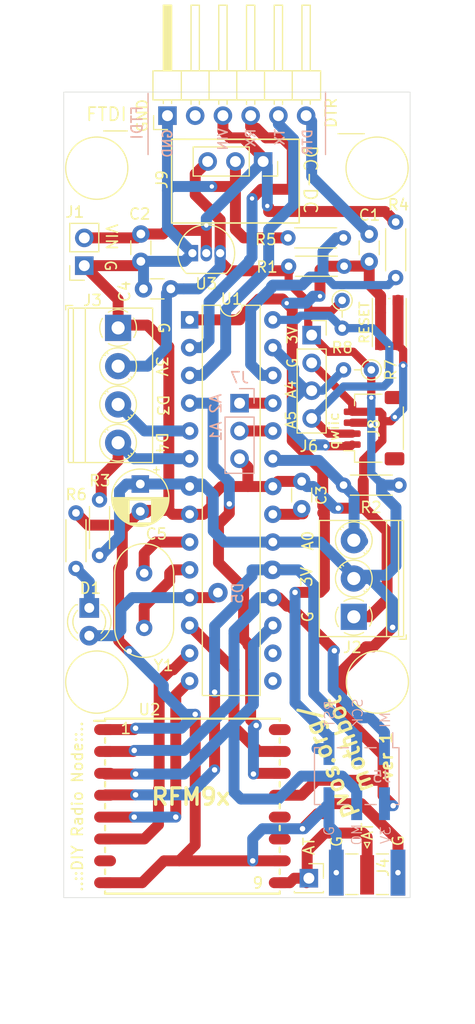
<source format=kicad_pcb>
(kicad_pcb (version 20171130) (host pcbnew 5.1.6-c6e7f7d~87~ubuntu18.04.1)

  (general
    (thickness 1.6)
    (drawings 72)
    (tracks 511)
    (zones 0)
    (modules 34)
    (nets 29)
  )

  (page A4)
  (layers
    (0 F.Cu signal)
    (31 B.Cu signal)
    (32 B.Adhes user)
    (33 F.Adhes user)
    (34 B.Paste user)
    (35 F.Paste user)
    (36 B.SilkS user)
    (37 F.SilkS user)
    (38 B.Mask user)
    (39 F.Mask user)
    (40 Dwgs.User user)
    (41 Cmts.User user)
    (42 Eco1.User user)
    (43 Eco2.User user)
    (44 Edge.Cuts user)
    (45 Margin user)
    (46 B.CrtYd user)
    (47 F.CrtYd user)
    (48 B.Fab user)
    (49 F.Fab user)
  )

  (setup
    (last_trace_width 0.75)
    (user_trace_width 0.4)
    (user_trace_width 0.5)
    (user_trace_width 0.75)
    (user_trace_width 1)
    (user_trace_width 1.25)
    (user_trace_width 1.5)
    (user_trace_width 1.7)
    (trace_clearance 0.2)
    (zone_clearance 0.508)
    (zone_45_only no)
    (trace_min 0.2)
    (via_size 0.8)
    (via_drill 0.4)
    (via_min_size 0.4)
    (via_min_drill 0.3)
    (user_via 1 0.5)
    (user_via 1.5 0.75)
    (user_via 1.78 0.89)
    (uvia_size 0.3)
    (uvia_drill 0.1)
    (uvias_allowed no)
    (uvia_min_size 0.2)
    (uvia_min_drill 0.1)
    (edge_width 0.05)
    (segment_width 0.2)
    (pcb_text_width 0.3)
    (pcb_text_size 1.5 1.5)
    (mod_edge_width 0.12)
    (mod_text_size 1 1)
    (mod_text_width 0.15)
    (pad_size 1.524 1.524)
    (pad_drill 0.762)
    (pad_to_mask_clearance 0.051)
    (solder_mask_min_width 0.25)
    (aux_axis_origin 0 0)
    (visible_elements FFFFFFFF)
    (pcbplotparams
      (layerselection 0x010fc_ffffffff)
      (usegerberextensions false)
      (usegerberattributes false)
      (usegerberadvancedattributes false)
      (creategerberjobfile false)
      (excludeedgelayer true)
      (linewidth 0.100000)
      (plotframeref false)
      (viasonmask false)
      (mode 1)
      (useauxorigin false)
      (hpglpennumber 1)
      (hpglpenspeed 20)
      (hpglpendiameter 15.000000)
      (psnegative false)
      (psa4output false)
      (plotreference true)
      (plotvalue true)
      (plotinvisibletext false)
      (padsonsilk false)
      (subtractmaskfromsilk false)
      (outputformat 1)
      (mirror false)
      (drillshape 1)
      (scaleselection 1)
      (outputdirectory ""))
  )

  (net 0 "")
  (net 1 "Net-(U1-Pad10)")
  (net 2 "Net-(U1-Pad9)")
  (net 3 GND)
  (net 4 VCC)
  (net 5 SCK)
  (net 6 MISO)
  (net 7 MOSI)
  (net 8 "Net-(C3-Pad1)")
  (net 9 D6)
  (net 10 D3)
  (net 11 TX0)
  (net 12 RX0)
  (net 13 VIN)
  (net 14 D7)
  (net 15 "Net-(C1-Pad2)")
  (net 16 D8)
  (net 17 A0)
  (net 18 A1)
  (net 19 A5)
  (net 20 A2)
  (net 21 A4)
  (net 22 A3)
  (net 23 D5)
  (net 24 D4)
  (net 25 D2)
  (net 26 "Net-(D1-Pad1)")
  (net 27 RST)
  (net 28 "Net-(AT1-Pad1)")

  (net_class Default "This is the default net class."
    (clearance 0.2)
    (trace_width 0.25)
    (via_dia 0.8)
    (via_drill 0.4)
    (uvia_dia 0.3)
    (uvia_drill 0.1)
    (add_net A0)
    (add_net A1)
    (add_net A2)
    (add_net A3)
    (add_net A4)
    (add_net A5)
    (add_net D2)
    (add_net D3)
    (add_net D4)
    (add_net D5)
    (add_net D6)
    (add_net D7)
    (add_net D8)
    (add_net GND)
    (add_net MISO)
    (add_net MOSI)
    (add_net "Net-(AT1-Pad1)")
    (add_net "Net-(C1-Pad2)")
    (add_net "Net-(C3-Pad1)")
    (add_net "Net-(D1-Pad1)")
    (add_net "Net-(U1-Pad10)")
    (add_net "Net-(U1-Pad9)")
    (add_net RST)
    (add_net RX0)
    (add_net SCK)
    (add_net TX0)
    (add_net VCC)
    (add_net VIN)
  )

  (module Resistor_THT:R_Axial_DIN0204_L3.6mm_D1.6mm_P2.54mm_Vertical (layer F.Cu) (tedit 5AE5139B) (tstamp 5F69013C)
    (at 139.7 77.597 270)
    (descr "Resistor, Axial_DIN0204 series, Axial, Vertical, pin pitch=2.54mm, 0.167W, length*diameter=3.6*1.6mm^2, http://cdn-reichelt.de/documents/datenblatt/B400/1_4W%23YAG.pdf")
    (tags "Resistor Axial_DIN0204 series Axial Vertical pin pitch 2.54mm 0.167W length 3.6mm diameter 1.6mm")
    (path /5F722F91)
    (fp_text reference R8 (at 4.318 0 180) (layer F.SilkS)
      (effects (font (size 1 1) (thickness 0.15)))
    )
    (fp_text value R (at 1.27 1.92 90) (layer F.Fab)
      (effects (font (size 1 1) (thickness 0.15)))
    )
    (fp_text user %R (at 1.27 -1.92 90) (layer F.Fab)
      (effects (font (size 1 1) (thickness 0.15)))
    )
    (fp_circle (center 0 0) (end 0.8 0) (layer F.Fab) (width 0.1))
    (fp_circle (center 0 0) (end 0.92 0) (layer F.SilkS) (width 0.12))
    (fp_line (start 0 0) (end 2.54 0) (layer F.Fab) (width 0.1))
    (fp_line (start 0.92 0) (end 1.54 0) (layer F.SilkS) (width 0.12))
    (fp_line (start -1.05 -1.05) (end -1.05 1.05) (layer F.CrtYd) (width 0.05))
    (fp_line (start -1.05 1.05) (end 3.49 1.05) (layer F.CrtYd) (width 0.05))
    (fp_line (start 3.49 1.05) (end 3.49 -1.05) (layer F.CrtYd) (width 0.05))
    (fp_line (start 3.49 -1.05) (end -1.05 -1.05) (layer F.CrtYd) (width 0.05))
    (pad 2 thru_hole oval (at 2.54 0 270) (size 1.4 1.4) (drill 0.7) (layers *.Cu *.Mask)
      (net 19 A5))
    (pad 1 thru_hole circle (at 0 0 270) (size 1.4 1.4) (drill 0.7) (layers *.Cu *.Mask)
      (net 4 VCC))
    (model ${KISYS3DMOD}/Resistor_THT.3dshapes/R_Axial_DIN0204_L3.6mm_D1.6mm_P2.54mm_Vertical.wrl
      (at (xyz 0 0 0))
      (scale (xyz 1 1 1))
      (rotate (xyz 0 0 0))
    )
  )

  (module Resistor_THT:R_Axial_DIN0204_L3.6mm_D1.6mm_P2.54mm_Vertical (layer F.Cu) (tedit 5AE5139B) (tstamp 5F68F967)
    (at 142.367 83.947 180)
    (descr "Resistor, Axial_DIN0204 series, Axial, Vertical, pin pitch=2.54mm, 0.167W, length*diameter=3.6*1.6mm^2, http://cdn-reichelt.de/documents/datenblatt/B400/1_4W%23YAG.pdf")
    (tags "Resistor Axial_DIN0204 series Axial Vertical pin pitch 2.54mm 0.167W length 3.6mm diameter 1.6mm")
    (path /5F7227DD)
    (fp_text reference R7 (at -1.778 0 90) (layer F.SilkS)
      (effects (font (size 1 1) (thickness 0.15)))
    )
    (fp_text value R (at 1.27 1.92) (layer F.Fab)
      (effects (font (size 1 1) (thickness 0.15)))
    )
    (fp_text user %R (at 1.27 -1.92) (layer F.Fab)
      (effects (font (size 1 1) (thickness 0.15)))
    )
    (fp_circle (center 0 0) (end 0.8 0) (layer F.Fab) (width 0.1))
    (fp_circle (center 0 0) (end 0.92 0) (layer F.SilkS) (width 0.12))
    (fp_line (start 0 0) (end 2.54 0) (layer F.Fab) (width 0.1))
    (fp_line (start 0.92 0) (end 1.54 0) (layer F.SilkS) (width 0.12))
    (fp_line (start -1.05 -1.05) (end -1.05 1.05) (layer F.CrtYd) (width 0.05))
    (fp_line (start -1.05 1.05) (end 3.49 1.05) (layer F.CrtYd) (width 0.05))
    (fp_line (start 3.49 1.05) (end 3.49 -1.05) (layer F.CrtYd) (width 0.05))
    (fp_line (start 3.49 -1.05) (end -1.05 -1.05) (layer F.CrtYd) (width 0.05))
    (pad 2 thru_hole oval (at 2.54 0 180) (size 1.4 1.4) (drill 0.7) (layers *.Cu *.Mask)
      (net 21 A4))
    (pad 1 thru_hole circle (at 0 0 180) (size 1.4 1.4) (drill 0.7) (layers *.Cu *.Mask)
      (net 4 VCC))
    (model ${KISYS3DMOD}/Resistor_THT.3dshapes/R_Axial_DIN0204_L3.6mm_D1.6mm_P2.54mm_Vertical.wrl
      (at (xyz 0 0 0))
      (scale (xyz 1 1 1))
      (rotate (xyz 0 0 0))
    )
  )

  (module Button_Switch_SMD:SW_Push_1P1T_NO_CK_KMR2 (layer F.Cu) (tedit 5A02FC95) (tstamp 5F6815B8)
    (at 144.018 79.629 90)
    (descr "CK components KMR2 tactile switch http://www.ckswitches.com/media/1479/kmr2.pdf")
    (tags "tactile switch kmr2")
    (path /5F6B37D1)
    (attr smd)
    (fp_text reference SW1 (at -0.127 -2.667 90) (layer F.SilkS) hide
      (effects (font (size 1 1) (thickness 0.15)))
    )
    (fp_text value SW_Push_Dual (at 0 2.55 90) (layer F.Fab)
      (effects (font (size 1 1) (thickness 0.15)))
    )
    (fp_text user %R (at -0.127 -2.54 90) (layer F.Fab)
      (effects (font (size 1 1) (thickness 0.15)))
    )
    (fp_line (start -2.1 -1.4) (end 2.1 -1.4) (layer F.Fab) (width 0.1))
    (fp_line (start 2.1 -1.4) (end 2.1 1.4) (layer F.Fab) (width 0.1))
    (fp_line (start 2.1 1.4) (end -2.1 1.4) (layer F.Fab) (width 0.1))
    (fp_line (start -2.1 1.4) (end -2.1 -1.4) (layer F.Fab) (width 0.1))
    (fp_line (start 2.2 0.05) (end 2.2 -0.05) (layer F.SilkS) (width 0.12))
    (fp_line (start -2.8 -1.8) (end 2.8 -1.8) (layer F.CrtYd) (width 0.05))
    (fp_line (start 2.8 -1.8) (end 2.8 1.8) (layer F.CrtYd) (width 0.05))
    (fp_line (start 2.8 1.8) (end -2.8 1.8) (layer F.CrtYd) (width 0.05))
    (fp_line (start -2.8 1.8) (end -2.8 -1.8) (layer F.CrtYd) (width 0.05))
    (fp_circle (center 0 0) (end 0 0.8) (layer F.Fab) (width 0.1))
    (fp_line (start -2.2 1.55) (end 2.2 1.55) (layer F.SilkS) (width 0.12))
    (fp_line (start 2.2 -1.55) (end -2.2 -1.55) (layer F.SilkS) (width 0.12))
    (fp_line (start -2.2 0.05) (end -2.2 -0.05) (layer F.SilkS) (width 0.12))
    (pad 2 smd rect (at 2.05 0.8 90) (size 0.9 1) (layers F.Cu F.Paste F.Mask)
      (net 3 GND))
    (pad 1 smd rect (at 2.05 -0.8 90) (size 0.9 1) (layers F.Cu F.Paste F.Mask)
      (net 27 RST))
    (pad 2 smd rect (at -2.05 0.8 90) (size 0.9 1) (layers F.Cu F.Paste F.Mask)
      (net 3 GND))
    (pad 1 smd rect (at -2.05 -0.8 90) (size 0.9 1) (layers F.Cu F.Paste F.Mask)
      (net 27 RST))
    (model ${KISYS3DMOD}/Button_Switch_SMD.3dshapes/SW_Push_1P1T_NO_CK_KMR2.wrl
      (at (xyz 0 0 0))
      (scale (xyz 1 1 1))
      (rotate (xyz 0 0 0))
    )
  )

  (module Connector_PinSocket_2.54mm:PinSocket_1x03_P2.54mm_Vertical (layer F.Cu) (tedit 5A19A429) (tstamp 5F685103)
    (at 132.461 64.897 270)
    (descr "Through hole straight socket strip, 1x03, 2.54mm pitch, single row (from Kicad 4.0.7), script generated")
    (tags "Through hole socket strip THT 1x03 2.54mm single row")
    (path /5F6DC6E3)
    (fp_text reference J9 (at 1.651 9.271 270) (layer F.SilkS)
      (effects (font (size 1 1) (thickness 0.15)))
    )
    (fp_text value Conn_01x03_Female (at -4.572 2.032 180) (layer F.Fab)
      (effects (font (size 1 1) (thickness 0.15)))
    )
    (fp_text user %R (at 0 2.54) (layer F.Fab)
      (effects (font (size 1 1) (thickness 0.15)))
    )
    (fp_line (start -1.27 -1.27) (end 0.635 -1.27) (layer F.Fab) (width 0.1))
    (fp_line (start 0.635 -1.27) (end 1.27 -0.635) (layer F.Fab) (width 0.1))
    (fp_line (start 1.27 -0.635) (end 1.27 6.35) (layer F.Fab) (width 0.1))
    (fp_line (start 1.27 6.35) (end -1.27 6.35) (layer F.Fab) (width 0.1))
    (fp_line (start -1.27 6.35) (end -1.27 -1.27) (layer F.Fab) (width 0.1))
    (fp_line (start -1.33 1.27) (end 1.33 1.27) (layer F.SilkS) (width 0.12))
    (fp_line (start -1.33 1.27) (end -1.33 6.41) (layer F.SilkS) (width 0.12))
    (fp_line (start -1.33 6.41) (end 1.33 6.41) (layer F.SilkS) (width 0.12))
    (fp_line (start 1.33 1.27) (end 1.33 6.41) (layer F.SilkS) (width 0.12))
    (fp_line (start 1.33 -1.33) (end 1.33 0) (layer F.SilkS) (width 0.12))
    (fp_line (start 0 -1.33) (end 1.33 -1.33) (layer F.SilkS) (width 0.12))
    (fp_line (start -1.8 -1.8) (end 1.75 -1.8) (layer F.CrtYd) (width 0.05))
    (fp_line (start 1.75 -1.8) (end 1.75 6.85) (layer F.CrtYd) (width 0.05))
    (fp_line (start 1.75 6.85) (end -1.8 6.85) (layer F.CrtYd) (width 0.05))
    (fp_line (start -1.8 6.85) (end -1.8 -1.8) (layer F.CrtYd) (width 0.05))
    (pad 3 thru_hole oval (at 0 5.08 270) (size 1.7 1.7) (drill 1) (layers *.Cu *.Mask)
      (net 4 VCC))
    (pad 2 thru_hole oval (at 0 2.54 270) (size 1.7 1.7) (drill 1) (layers *.Cu *.Mask)
      (net 3 GND))
    (pad 1 thru_hole rect (at 0 0 270) (size 1.7 1.7) (drill 1) (layers *.Cu *.Mask)
      (net 13 VIN))
    (model ${KISYS3DMOD}/Connector_PinSocket_2.54mm.3dshapes/PinSocket_1x03_P2.54mm_Vertical.wrl
      (at (xyz 0 0 0))
      (scale (xyz 1 1 1))
      (rotate (xyz 0 0 0))
    )
  )

  (module Connector_PinHeader_2.54mm:PinHeader_1x03_P2.54mm_Vertical (layer B.Cu) (tedit 59FED5CC) (tstamp 5F678F9D)
    (at 130.302 86.995 180)
    (descr "Through hole straight pin header, 1x03, 2.54mm pitch, single row")
    (tags "Through hole pin header THT 1x03 2.54mm single row")
    (path /5F693D55)
    (fp_text reference J7 (at 0 2.33) (layer B.SilkS)
      (effects (font (size 1 1) (thickness 0.15)) (justify mirror))
    )
    (fp_text value Conn_01x03_Female (at 0 -7.41) (layer B.Fab)
      (effects (font (size 1 1) (thickness 0.15)) (justify mirror))
    )
    (fp_line (start -0.635 1.27) (end 1.27 1.27) (layer B.Fab) (width 0.1))
    (fp_line (start 1.27 1.27) (end 1.27 -6.35) (layer B.Fab) (width 0.1))
    (fp_line (start 1.27 -6.35) (end -1.27 -6.35) (layer B.Fab) (width 0.1))
    (fp_line (start -1.27 -6.35) (end -1.27 0.635) (layer B.Fab) (width 0.1))
    (fp_line (start -1.27 0.635) (end -0.635 1.27) (layer B.Fab) (width 0.1))
    (fp_line (start -1.33 -6.41) (end 1.33 -6.41) (layer B.SilkS) (width 0.12))
    (fp_line (start -1.33 -1.27) (end -1.33 -6.41) (layer B.SilkS) (width 0.12))
    (fp_line (start 1.33 -1.27) (end 1.33 -6.41) (layer B.SilkS) (width 0.12))
    (fp_line (start -1.33 -1.27) (end 1.33 -1.27) (layer B.SilkS) (width 0.12))
    (fp_line (start -1.33 0) (end -1.33 1.33) (layer B.SilkS) (width 0.12))
    (fp_line (start -1.33 1.33) (end 0 1.33) (layer B.SilkS) (width 0.12))
    (fp_line (start -1.8 1.8) (end -1.8 -6.85) (layer B.CrtYd) (width 0.05))
    (fp_line (start -1.8 -6.85) (end 1.8 -6.85) (layer B.CrtYd) (width 0.05))
    (fp_line (start 1.8 -6.85) (end 1.8 1.8) (layer B.CrtYd) (width 0.05))
    (fp_line (start 1.8 1.8) (end -1.8 1.8) (layer B.CrtYd) (width 0.05))
    (fp_text user %R (at 0 -2.54 270) (layer B.Fab)
      (effects (font (size 1 1) (thickness 0.15)) (justify mirror))
    )
    (pad 3 thru_hole oval (at 0 -5.08 180) (size 1.7 1.7) (drill 1) (layers *.Cu *.Mask)
      (net 3 GND))
    (pad 2 thru_hole oval (at 0 -2.54 180) (size 1.7 1.7) (drill 1) (layers *.Cu *.Mask)
      (net 18 A1))
    (pad 1 thru_hole rect (at 0 0 180) (size 1.7 1.7) (drill 1) (layers *.Cu *.Mask)
      (net 20 A2))
    (model ${KISYS3DMOD}/Connector_PinHeader_2.54mm.3dshapes/PinHeader_1x03_P2.54mm_Vertical.wrl
      (at (xyz 0 0 0))
      (scale (xyz 1 1 1))
      (rotate (xyz 0 0 0))
    )
  )

  (module Connector_JST:JST_SH_SM04B-SRSS-TB_1x04-1MP_P1.00mm_Horizontal (layer F.Cu) (tedit 5B78AD87) (tstamp 5F690320)
    (at 142.621 89.281 90)
    (descr "JST SH series connector, SM04B-SRSS-TB (http://www.jst-mfg.com/product/pdf/eng/eSH.pdf), generated with kicad-footprint-generator")
    (tags "connector JST SH top entry")
    (path /5F688ADE)
    (attr smd)
    (fp_text reference J8 (at 0 0 90) (layer F.SilkS)
      (effects (font (size 1 1) (thickness 0.15)))
    )
    (fp_text value Conn_01x04_Female (at 0 3.98 90) (layer F.Fab)
      (effects (font (size 1 1) (thickness 0.15)))
    )
    (fp_line (start -1.5 -0.967893) (end -1 -1.675) (layer F.Fab) (width 0.1))
    (fp_line (start -2 -1.675) (end -1.5 -0.967893) (layer F.Fab) (width 0.1))
    (fp_line (start 3.9 -3.28) (end -3.9 -3.28) (layer F.CrtYd) (width 0.05))
    (fp_line (start 3.9 3.28) (end 3.9 -3.28) (layer F.CrtYd) (width 0.05))
    (fp_line (start -3.9 3.28) (end 3.9 3.28) (layer F.CrtYd) (width 0.05))
    (fp_line (start -3.9 -3.28) (end -3.9 3.28) (layer F.CrtYd) (width 0.05))
    (fp_line (start 3 -1.675) (end 3 2.575) (layer F.Fab) (width 0.1))
    (fp_line (start -3 -1.675) (end -3 2.575) (layer F.Fab) (width 0.1))
    (fp_line (start -3 2.575) (end 3 2.575) (layer F.Fab) (width 0.1))
    (fp_line (start -1.94 2.685) (end 1.94 2.685) (layer F.SilkS) (width 0.12))
    (fp_line (start 3.11 -1.785) (end 2.06 -1.785) (layer F.SilkS) (width 0.12))
    (fp_line (start 3.11 0.715) (end 3.11 -1.785) (layer F.SilkS) (width 0.12))
    (fp_line (start -2.06 -1.785) (end -2.06 -2.775) (layer F.SilkS) (width 0.12))
    (fp_line (start -3.11 -1.785) (end -2.06 -1.785) (layer F.SilkS) (width 0.12))
    (fp_line (start -3.11 0.715) (end -3.11 -1.785) (layer F.SilkS) (width 0.12))
    (fp_line (start -3 -1.675) (end 3 -1.675) (layer F.Fab) (width 0.1))
    (fp_text user %R (at 0 0 90) (layer F.Fab)
      (effects (font (size 1 1) (thickness 0.15)))
    )
    (pad MP smd roundrect (at 2.8 1.875 90) (size 1.2 1.8) (layers F.Cu F.Paste F.Mask) (roundrect_rratio 0.208333))
    (pad MP smd roundrect (at -2.8 1.875 90) (size 1.2 1.8) (layers F.Cu F.Paste F.Mask) (roundrect_rratio 0.208333))
    (pad 4 smd roundrect (at 1.5 -2 90) (size 0.6 1.55) (layers F.Cu F.Paste F.Mask) (roundrect_rratio 0.25)
      (net 3 GND))
    (pad 3 smd roundrect (at 0.5 -2 90) (size 0.6 1.55) (layers F.Cu F.Paste F.Mask) (roundrect_rratio 0.25)
      (net 4 VCC))
    (pad 2 smd roundrect (at -0.5 -2 90) (size 0.6 1.55) (layers F.Cu F.Paste F.Mask) (roundrect_rratio 0.25)
      (net 19 A5))
    (pad 1 smd roundrect (at -1.5 -2 90) (size 0.6 1.55) (layers F.Cu F.Paste F.Mask) (roundrect_rratio 0.25)
      (net 21 A4))
    (model ${KISYS3DMOD}/Connector_JST.3dshapes/JST_SH_SM04B-SRSS-TB_1x04-1MP_P1.00mm_Horizontal.wrl
      (at (xyz 0 0 0))
      (scale (xyz 1 1 1))
      (rotate (xyz 0 0 0))
    )
  )

  (module Package_TO_SOT_THT:TO-92_Inline (layer F.Cu) (tedit 5A1DD157) (tstamp 5F676364)
    (at 125.984 73.279)
    (descr "TO-92 leads in-line, narrow, oval pads, drill 0.75mm (see NXP sot054_po.pdf)")
    (tags "to-92 sc-43 sc-43a sot54 PA33 transistor")
    (path /5F67A451)
    (fp_text reference U3 (at 1.27 2.794) (layer F.SilkS)
      (effects (font (size 1 1) (thickness 0.15)))
    )
    (fp_text value MCP1700-3302E_TO92 (at 1.27 2.79) (layer F.Fab) hide
      (effects (font (size 1 1) (thickness 0.15)))
    )
    (fp_line (start 4 2.01) (end -1.46 2.01) (layer F.CrtYd) (width 0.05))
    (fp_line (start 4 2.01) (end 4 -2.73) (layer F.CrtYd) (width 0.05))
    (fp_line (start -1.46 -2.73) (end -1.46 2.01) (layer F.CrtYd) (width 0.05))
    (fp_line (start -1.46 -2.73) (end 4 -2.73) (layer F.CrtYd) (width 0.05))
    (fp_line (start -0.5 1.75) (end 3 1.75) (layer F.Fab) (width 0.1))
    (fp_line (start -0.53 1.85) (end 3.07 1.85) (layer F.SilkS) (width 0.12))
    (fp_arc (start 1.27 0) (end 1.27 -2.6) (angle 135) (layer F.SilkS) (width 0.12))
    (fp_arc (start 1.27 0) (end 1.27 -2.48) (angle -135) (layer F.Fab) (width 0.1))
    (fp_arc (start 1.27 0) (end 1.27 -2.6) (angle -135) (layer F.SilkS) (width 0.12))
    (fp_arc (start 1.27 0) (end 1.27 -2.48) (angle 135) (layer F.Fab) (width 0.1))
    (fp_text user %R (at -0.762 -3.175) (layer F.Fab)
      (effects (font (size 1 1) (thickness 0.15)))
    )
    (pad 1 thru_hole rect (at 0 0) (size 1.05 1.5) (drill 0.75) (layers *.Cu *.Mask)
      (net 3 GND))
    (pad 3 thru_hole oval (at 2.54 0) (size 1.05 1.5) (drill 0.75) (layers *.Cu *.Mask)
      (net 4 VCC))
    (pad 2 thru_hole oval (at 1.27 0) (size 1.05 1.5) (drill 0.75) (layers *.Cu *.Mask)
      (net 13 VIN))
    (model ${KISYS3DMOD}/Package_TO_SOT_THT.3dshapes/TO-92_Inline.wrl
      (at (xyz 0 0 0))
      (scale (xyz 1 1 1))
      (rotate (xyz 0 0 0))
    )
  )

  (module Connector_PinSocket_2.54mm:PinSocket_1x04_P2.54mm_Vertical (layer F.Cu) (tedit 5A19A429) (tstamp 5F677BA0)
    (at 136.906 80.772)
    (descr "Through hole straight socket strip, 1x04, 2.54mm pitch, single row (from Kicad 4.0.7), script generated")
    (tags "Through hole socket strip THT 1x04 2.54mm single row")
    (path /5F682487)
    (fp_text reference J6 (at -0.254 10.16) (layer F.SilkS)
      (effects (font (size 1 1) (thickness 0.15)))
    )
    (fp_text value Conn_01x04_Female (at 0 10.39) (layer F.Fab) hide
      (effects (font (size 1 1) (thickness 0.15)))
    )
    (fp_text user %R (at 0 3.81 90) (layer F.Fab)
      (effects (font (size 1 1) (thickness 0.15)))
    )
    (fp_line (start -1.27 -1.27) (end 0.635 -1.27) (layer F.Fab) (width 0.1))
    (fp_line (start 0.635 -1.27) (end 1.27 -0.635) (layer F.Fab) (width 0.1))
    (fp_line (start 1.27 -0.635) (end 1.27 8.89) (layer F.Fab) (width 0.1))
    (fp_line (start 1.27 8.89) (end -1.27 8.89) (layer F.Fab) (width 0.1))
    (fp_line (start -1.27 8.89) (end -1.27 -1.27) (layer F.Fab) (width 0.1))
    (fp_line (start -1.33 1.27) (end 1.33 1.27) (layer F.SilkS) (width 0.12))
    (fp_line (start -1.33 1.27) (end -1.33 8.95) (layer F.SilkS) (width 0.12))
    (fp_line (start -1.33 8.95) (end 1.33 8.95) (layer F.SilkS) (width 0.12))
    (fp_line (start 1.33 1.27) (end 1.33 8.95) (layer F.SilkS) (width 0.12))
    (fp_line (start 1.33 -1.33) (end 1.33 0) (layer F.SilkS) (width 0.12))
    (fp_line (start 0 -1.33) (end 1.33 -1.33) (layer F.SilkS) (width 0.12))
    (fp_line (start -1.8 -1.8) (end 1.75 -1.8) (layer F.CrtYd) (width 0.05))
    (fp_line (start 1.75 -1.8) (end 1.75 9.4) (layer F.CrtYd) (width 0.05))
    (fp_line (start 1.75 9.4) (end -1.8 9.4) (layer F.CrtYd) (width 0.05))
    (fp_line (start -1.8 9.4) (end -1.8 -1.8) (layer F.CrtYd) (width 0.05))
    (pad 1 thru_hole rect (at 0 0) (size 1.7 1.7) (drill 1) (layers *.Cu *.Mask)
      (net 4 VCC))
    (pad 2 thru_hole oval (at 0 2.54) (size 1.7 1.7) (drill 1) (layers *.Cu *.Mask)
      (net 3 GND))
    (pad 3 thru_hole oval (at 0 5.08) (size 1.7 1.7) (drill 1) (layers *.Cu *.Mask)
      (net 21 A4))
    (pad 4 thru_hole oval (at 0 7.62) (size 1.7 1.7) (drill 1) (layers *.Cu *.Mask)
      (net 19 A5))
    (model ${KISYS3DMOD}/Connector_PinSocket_2.54mm.3dshapes/PinSocket_1x04_P2.54mm_Vertical.wrl
      (at (xyz 0 0 0))
      (scale (xyz 1 1 1))
      (rotate (xyz 0 0 0))
    )
  )

  (module Connector_PinSocket_2.54mm:PinSocket_1x01_P2.54mm_Vertical (layer F.Cu) (tedit 5A19A434) (tstamp 5F66A045)
    (at 136.652 130.429)
    (descr "Through hole straight socket strip, 1x01, 2.54mm pitch, single row (from Kicad 4.0.7), script generated")
    (tags "Through hole socket strip THT 1x01 2.54mm single row")
    (path /5F66E722)
    (fp_text reference AT1 (at 0 -2.77) (layer F.SilkS) hide
      (effects (font (size 1 1) (thickness 0.15)))
    )
    (fp_text value Conn_01x01_Female (at 0 2.77) (layer F.Fab)
      (effects (font (size 1 1) (thickness 0.15)))
    )
    (fp_line (start -1.8 1.75) (end -1.8 -1.8) (layer F.CrtYd) (width 0.05))
    (fp_line (start 1.75 1.75) (end -1.8 1.75) (layer F.CrtYd) (width 0.05))
    (fp_line (start 1.75 -1.8) (end 1.75 1.75) (layer F.CrtYd) (width 0.05))
    (fp_line (start -1.8 -1.8) (end 1.75 -1.8) (layer F.CrtYd) (width 0.05))
    (fp_line (start 0 -1.33) (end 1.33 -1.33) (layer F.SilkS) (width 0.12))
    (fp_line (start 1.33 -1.33) (end 1.33 0) (layer F.SilkS) (width 0.12))
    (fp_line (start 1.33 1.21) (end 1.33 1.33) (layer F.SilkS) (width 0.12))
    (fp_line (start -1.33 1.21) (end -1.33 1.33) (layer F.SilkS) (width 0.12))
    (fp_line (start -1.33 1.33) (end 1.33 1.33) (layer F.SilkS) (width 0.12))
    (fp_line (start -1.27 1.27) (end -1.27 -1.27) (layer F.Fab) (width 0.1))
    (fp_line (start 1.27 1.27) (end -1.27 1.27) (layer F.Fab) (width 0.1))
    (fp_line (start 1.27 -0.635) (end 1.27 1.27) (layer F.Fab) (width 0.1))
    (fp_line (start 0.635 -1.27) (end 1.27 -0.635) (layer F.Fab) (width 0.1))
    (fp_line (start -1.27 -1.27) (end 0.635 -1.27) (layer F.Fab) (width 0.1))
    (fp_text user %R (at 0 0) (layer F.Fab)
      (effects (font (size 1 1) (thickness 0.15)))
    )
    (pad 1 thru_hole rect (at 0 0) (size 1.7 1.7) (drill 1) (layers *.Cu *.Mask)
      (net 28 "Net-(AT1-Pad1)"))
    (model ${KISYS3DMOD}/Connector_PinSocket_2.54mm.3dshapes/PinSocket_1x01_P2.54mm_Vertical.wrl
      (at (xyz 0 0 0))
      (scale (xyz 1 1 1))
      (rotate (xyz 0 0 0))
    )
  )

  (module LED_THT:LED_D3.0mm (layer F.Cu) (tedit 587A3A7B) (tstamp 5F3A10E4)
    (at 116.5352 105.7148 270)
    (descr "LED, diameter 3.0mm, 2 pins")
    (tags "LED diameter 3.0mm 2 pins")
    (path /5F57E191)
    (fp_text reference D1 (at -1.8034 -0.1016 180) (layer F.SilkS)
      (effects (font (size 1 1) (thickness 0.15)))
    )
    (fp_text value LED (at 1.27 2.96 90) (layer F.Fab)
      (effects (font (size 1 1) (thickness 0.15)))
    )
    (fp_circle (center 1.27 0) (end 2.77 0) (layer F.Fab) (width 0.1))
    (fp_line (start -0.23 -1.16619) (end -0.23 1.16619) (layer F.Fab) (width 0.1))
    (fp_line (start -0.29 -1.236) (end -0.29 -1.08) (layer F.SilkS) (width 0.12))
    (fp_line (start -0.29 1.08) (end -0.29 1.236) (layer F.SilkS) (width 0.12))
    (fp_line (start -1.15 -2.25) (end -1.15 2.25) (layer F.CrtYd) (width 0.05))
    (fp_line (start -1.15 2.25) (end 3.7 2.25) (layer F.CrtYd) (width 0.05))
    (fp_line (start 3.7 2.25) (end 3.7 -2.25) (layer F.CrtYd) (width 0.05))
    (fp_line (start 3.7 -2.25) (end -1.15 -2.25) (layer F.CrtYd) (width 0.05))
    (fp_arc (start 1.27 0) (end 0.229039 1.08) (angle -87.9) (layer F.SilkS) (width 0.12))
    (fp_arc (start 1.27 0) (end 0.229039 -1.08) (angle 87.9) (layer F.SilkS) (width 0.12))
    (fp_arc (start 1.27 0) (end -0.29 1.235516) (angle -108.8) (layer F.SilkS) (width 0.12))
    (fp_arc (start 1.27 0) (end -0.29 -1.235516) (angle 108.8) (layer F.SilkS) (width 0.12))
    (fp_arc (start 1.27 0) (end -0.23 -1.16619) (angle 284.3) (layer F.Fab) (width 0.1))
    (pad 2 thru_hole circle (at 2.54 0 270) (size 1.8 1.8) (drill 0.9) (layers *.Cu *.Mask)
      (net 23 D5))
    (pad 1 thru_hole rect (at 0 0 270) (size 1.8 1.8) (drill 0.9) (layers *.Cu *.Mask)
      (net 26 "Net-(D1-Pad1)"))
    (model ${KISYS3DMOD}/LED_THT.3dshapes/LED_D3.0mm.wrl
      (at (xyz 0 0 0))
      (scale (xyz 1 1 1))
      (rotate (xyz 0 0 0))
    )
  )

  (module Resistor_THT:R_Axial_DIN0204_L3.6mm_D1.6mm_P5.08mm_Horizontal (layer F.Cu) (tedit 5AE5139B) (tstamp 5F3A150D)
    (at 115.316 102.108 90)
    (descr "Resistor, Axial_DIN0204 series, Axial, Horizontal, pin pitch=5.08mm, 0.167W, length*diameter=3.6*1.6mm^2, http://cdn-reichelt.de/documents/datenblatt/B400/1_4W%23YAG.pdf")
    (tags "Resistor Axial_DIN0204 series Axial Horizontal pin pitch 5.08mm 0.167W length 3.6mm diameter 1.6mm")
    (path /5F59A5EA)
    (fp_text reference R6 (at 6.7564 0.0254) (layer F.SilkS)
      (effects (font (size 1 1) (thickness 0.15)))
    )
    (fp_text value 300R (at 2.54 1.92 90) (layer F.Fab)
      (effects (font (size 1 1) (thickness 0.15)))
    )
    (fp_line (start 0.74 -0.8) (end 0.74 0.8) (layer F.Fab) (width 0.1))
    (fp_line (start 0.74 0.8) (end 4.34 0.8) (layer F.Fab) (width 0.1))
    (fp_line (start 4.34 0.8) (end 4.34 -0.8) (layer F.Fab) (width 0.1))
    (fp_line (start 4.34 -0.8) (end 0.74 -0.8) (layer F.Fab) (width 0.1))
    (fp_line (start 0 0) (end 0.74 0) (layer F.Fab) (width 0.1))
    (fp_line (start 5.08 0) (end 4.34 0) (layer F.Fab) (width 0.1))
    (fp_line (start 0.62 -0.92) (end 4.46 -0.92) (layer F.SilkS) (width 0.12))
    (fp_line (start 0.62 0.92) (end 4.46 0.92) (layer F.SilkS) (width 0.12))
    (fp_line (start -0.95 -1.05) (end -0.95 1.05) (layer F.CrtYd) (width 0.05))
    (fp_line (start -0.95 1.05) (end 6.03 1.05) (layer F.CrtYd) (width 0.05))
    (fp_line (start 6.03 1.05) (end 6.03 -1.05) (layer F.CrtYd) (width 0.05))
    (fp_line (start 6.03 -1.05) (end -0.95 -1.05) (layer F.CrtYd) (width 0.05))
    (fp_text user %R (at 2.54 0 90) (layer F.Fab)
      (effects (font (size 0.72 0.72) (thickness 0.108)))
    )
    (pad 2 thru_hole oval (at 5.08 0 90) (size 1.4 1.4) (drill 0.7) (layers *.Cu *.Mask)
      (net 3 GND))
    (pad 1 thru_hole circle (at 0 0 90) (size 1.4 1.4) (drill 0.7) (layers *.Cu *.Mask)
      (net 26 "Net-(D1-Pad1)"))
    (model ${KISYS3DMOD}/Resistor_THT.3dshapes/R_Axial_DIN0204_L3.6mm_D1.6mm_P5.08mm_Horizontal.wrl
      (at (xyz 0 0 0))
      (scale (xyz 1 1 1))
      (rotate (xyz 0 0 0))
    )
  )

  (module Resistor_THT:R_Axial_DIN0204_L3.6mm_D1.6mm_P5.08mm_Horizontal (layer F.Cu) (tedit 5AE5139B) (tstamp 5F2F098A)
    (at 144.907 94.488 180)
    (descr "Resistor, Axial_DIN0204 series, Axial, Horizontal, pin pitch=5.08mm, 0.167W, length*diameter=3.6*1.6mm^2, http://cdn-reichelt.de/documents/datenblatt/B400/1_4W%23YAG.pdf")
    (tags "Resistor Axial_DIN0204 series Axial Horizontal pin pitch 5.08mm 0.167W length 3.6mm diameter 1.6mm")
    (path /5F322886)
    (fp_text reference R2 (at 2.5654 -2.032 180) (layer F.SilkS)
      (effects (font (size 1 1) (thickness 0.15)))
    )
    (fp_text value 10K (at 2.54 1.92) (layer F.Fab)
      (effects (font (size 1 1) (thickness 0.15)))
    )
    (fp_line (start 6.03 -1.05) (end -0.95 -1.05) (layer F.CrtYd) (width 0.05))
    (fp_line (start 6.03 1.05) (end 6.03 -1.05) (layer F.CrtYd) (width 0.05))
    (fp_line (start -0.95 1.05) (end 6.03 1.05) (layer F.CrtYd) (width 0.05))
    (fp_line (start -0.95 -1.05) (end -0.95 1.05) (layer F.CrtYd) (width 0.05))
    (fp_line (start 0.62 0.92) (end 4.46 0.92) (layer F.SilkS) (width 0.12))
    (fp_line (start 0.62 -0.92) (end 4.46 -0.92) (layer F.SilkS) (width 0.12))
    (fp_line (start 5.08 0) (end 4.34 0) (layer F.Fab) (width 0.1))
    (fp_line (start 0 0) (end 0.74 0) (layer F.Fab) (width 0.1))
    (fp_line (start 4.34 -0.8) (end 0.74 -0.8) (layer F.Fab) (width 0.1))
    (fp_line (start 4.34 0.8) (end 4.34 -0.8) (layer F.Fab) (width 0.1))
    (fp_line (start 0.74 0.8) (end 4.34 0.8) (layer F.Fab) (width 0.1))
    (fp_line (start 0.74 -0.8) (end 0.74 0.8) (layer F.Fab) (width 0.1))
    (fp_text user %R (at 2.54 0) (layer F.Fab)
      (effects (font (size 0.72 0.72) (thickness 0.108)))
    )
    (pad 2 thru_hole oval (at 5.08 0 180) (size 1.4 1.4) (drill 0.7) (layers *.Cu *.Mask)
      (net 17 A0))
    (pad 1 thru_hole circle (at 0 0 180) (size 1.4 1.4) (drill 0.7) (layers *.Cu *.Mask)
      (net 4 VCC))
    (model ${KISYS3DMOD}/Resistor_THT.3dshapes/R_Axial_DIN0204_L3.6mm_D1.6mm_P5.08mm_Horizontal.wrl
      (at (xyz 0 0 0))
      (scale (xyz 1 1 1))
      (rotate (xyz 0 0 0))
    )
  )

  (module Connector_Coaxial:SMA_Samtec_SMA-J-P-X-ST-EM1_EdgeMount (layer F.Cu) (tedit 5DAA3454) (tstamp 5F395906)
    (at 141.986 129.921)
    (descr "Connector SMA, 0Hz to 20GHz, 50Ohm, Edge Mount (http://suddendocs.samtec.com/prints/sma-j-p-x-st-em1-mkt.pdf)")
    (tags "SMA Straight Samtec Edge Mount")
    (path /5F374CE8)
    (attr smd)
    (fp_text reference J4 (at 1.4732 -0.4826 270) (layer F.SilkS)
      (effects (font (size 1 1) (thickness 0.15)))
    )
    (fp_text value Conn_Coaxial (at 0 13) (layer F.Fab)
      (effects (font (size 1 1) (thickness 0.15)))
    )
    (fp_line (start 0.84 -1.71) (end 1.95 -1.71) (layer F.SilkS) (width 0.12))
    (fp_line (start -1.95 -1.71) (end -0.84 -1.71) (layer F.SilkS) (width 0.12))
    (fp_line (start 0.84 2) (end 1.95 2) (layer F.SilkS) (width 0.12))
    (fp_line (start -1.95 2) (end -0.84 2) (layer F.SilkS) (width 0.12))
    (fp_line (start 3.68 2.6) (end 3.68 12.12) (layer B.CrtYd) (width 0.05))
    (fp_line (start 4 2.6) (end 3.68 2.6) (layer B.CrtYd) (width 0.05))
    (fp_line (start -3.68 12.12) (end -3.68 2.6) (layer B.CrtYd) (width 0.05))
    (fp_line (start -3.68 2.6) (end -4 2.6) (layer B.CrtYd) (width 0.05))
    (fp_line (start 3.68 2.6) (end 3.68 12.12) (layer F.CrtYd) (width 0.05))
    (fp_line (start 3.68 2.6) (end 4 2.6) (layer F.CrtYd) (width 0.05))
    (fp_line (start -3.68 12.12) (end -3.68 2.6) (layer F.CrtYd) (width 0.05))
    (fp_line (start -3.68 2.6) (end -4 2.6) (layer F.CrtYd) (width 0.05))
    (fp_line (start 4.1 2.1) (end -4.1 2.1) (layer Dwgs.User) (width 0.1))
    (fp_line (start -3.175 -1.71) (end -3.175 11.62) (layer F.Fab) (width 0.1))
    (fp_line (start -2.365 -1.71) (end -3.175 -1.71) (layer F.Fab) (width 0.1))
    (fp_line (start -2.365 2.1) (end -2.365 -1.71) (layer F.Fab) (width 0.1))
    (fp_line (start 2.365 2.1) (end -2.365 2.1) (layer F.Fab) (width 0.1))
    (fp_line (start 2.365 -1.71) (end 2.365 2.1) (layer F.Fab) (width 0.1))
    (fp_line (start 3.175 -1.71) (end 2.365 -1.71) (layer F.Fab) (width 0.1))
    (fp_line (start 3.175 -1.71) (end 3.175 11.62) (layer F.Fab) (width 0.1))
    (fp_line (start 3.165 11.62) (end -3.165 11.62) (layer F.Fab) (width 0.1))
    (fp_line (start -4 -2.6) (end 4 -2.6) (layer B.CrtYd) (width 0.05))
    (fp_line (start -4 2.6) (end -4 -2.6) (layer B.CrtYd) (width 0.05))
    (fp_line (start 3.68 12.12) (end -3.68 12.12) (layer B.CrtYd) (width 0.05))
    (fp_line (start 4 2.6) (end 4 -2.6) (layer B.CrtYd) (width 0.05))
    (fp_line (start -4 -2.6) (end 4 -2.6) (layer F.CrtYd) (width 0.05))
    (fp_line (start -4 2.6) (end -4 -2.6) (layer F.CrtYd) (width 0.05))
    (fp_line (start 3.68 12.12) (end -3.68 12.12) (layer F.CrtYd) (width 0.05))
    (fp_line (start 4 2.6) (end 4 -2.6) (layer F.CrtYd) (width 0.05))
    (fp_line (start 0.64 2.1) (end 0 3.1) (layer F.Fab) (width 0.1))
    (fp_line (start 0 3.1) (end -0.64 2.1) (layer F.Fab) (width 0.1))
    (fp_line (start 0 -2.26) (end 0.25 -2.76) (layer F.SilkS) (width 0.12))
    (fp_line (start 0.25 -2.76) (end -0.25 -2.76) (layer F.SilkS) (width 0.12))
    (fp_line (start -0.25 -2.76) (end 0 -2.26) (layer F.SilkS) (width 0.12))
    (fp_text user "Board Thickness: 1.57mm" (at 0 -5.45) (layer Cmts.User)
      (effects (font (size 1 1) (thickness 0.15)))
    )
    (fp_text user "PCB Edge" (at 0 2.6) (layer Dwgs.User)
      (effects (font (size 0.5 0.5) (thickness 0.1)))
    )
    (fp_text user %R (at 0 4.79 180) (layer F.Fab)
      (effects (font (size 1 1) (thickness 0.15)))
    )
    (pad 1 smd rect (at 0 0.2) (size 1.27 3.6) (layers F.Cu F.Paste F.Mask)
      (net 28 "Net-(AT1-Pad1)"))
    (pad 2 smd rect (at 2.825 0) (size 1.35 4.2) (layers F.Cu F.Paste F.Mask)
      (net 3 GND))
    (pad 2 smd rect (at -2.825 0) (size 1.35 4.2) (layers F.Cu F.Paste F.Mask)
      (net 3 GND))
    (pad 2 smd rect (at 2.825 0) (size 1.35 4.2) (layers B.Cu B.Paste B.Mask)
      (net 3 GND))
    (pad 2 smd rect (at -2.825 0) (size 1.35 4.2) (layers B.Cu B.Paste B.Mask)
      (net 3 GND))
    (model ${KISYS3DMOD}/Connector_Coaxial.3dshapes/SMA_Samtec_SMA-J-P-X-ST-EM1_EdgeMount.wrl
      (at (xyz 0 0 0))
      (scale (xyz 1 1 1))
      (rotate (xyz 0 0 0))
    )
  )

  (module Resistor_THT:R_Axial_DIN0204_L3.6mm_D1.6mm_P5.08mm_Horizontal (layer F.Cu) (tedit 5AE5139B) (tstamp 5F2F3BEA)
    (at 139.8143 71.882 180)
    (descr "Resistor, Axial_DIN0204 series, Axial, Horizontal, pin pitch=5.08mm, 0.167W, length*diameter=3.6*1.6mm^2, http://cdn-reichelt.de/documents/datenblatt/B400/1_4W%23YAG.pdf")
    (tags "Resistor Axial_DIN0204 series Axial Horizontal pin pitch 5.08mm 0.167W length 3.6mm diameter 1.6mm")
    (path /5F34520A)
    (fp_text reference R5 (at 7.112 -0.1524 180) (layer F.SilkS)
      (effects (font (size 1 1) (thickness 0.15)))
    )
    (fp_text value 100K (at 2.54 1.92) (layer F.Fab)
      (effects (font (size 1 1) (thickness 0.15)))
    )
    (fp_line (start 6.03 -1.05) (end -0.95 -1.05) (layer F.CrtYd) (width 0.05))
    (fp_line (start 6.03 1.05) (end 6.03 -1.05) (layer F.CrtYd) (width 0.05))
    (fp_line (start -0.95 1.05) (end 6.03 1.05) (layer F.CrtYd) (width 0.05))
    (fp_line (start -0.95 -1.05) (end -0.95 1.05) (layer F.CrtYd) (width 0.05))
    (fp_line (start 0.62 0.92) (end 4.46 0.92) (layer F.SilkS) (width 0.12))
    (fp_line (start 0.62 -0.92) (end 4.46 -0.92) (layer F.SilkS) (width 0.12))
    (fp_line (start 5.08 0) (end 4.34 0) (layer F.Fab) (width 0.1))
    (fp_line (start 0 0) (end 0.74 0) (layer F.Fab) (width 0.1))
    (fp_line (start 4.34 -0.8) (end 0.74 -0.8) (layer F.Fab) (width 0.1))
    (fp_line (start 4.34 0.8) (end 4.34 -0.8) (layer F.Fab) (width 0.1))
    (fp_line (start 0.74 0.8) (end 4.34 0.8) (layer F.Fab) (width 0.1))
    (fp_line (start 0.74 -0.8) (end 0.74 0.8) (layer F.Fab) (width 0.1))
    (fp_text user %R (at 2.54 0) (layer F.Fab)
      (effects (font (size 0.72 0.72) (thickness 0.108)))
    )
    (pad 2 thru_hole oval (at 5.08 0 180) (size 1.4 1.4) (drill 0.7) (layers *.Cu *.Mask)
      (net 3 GND))
    (pad 1 thru_hole circle (at 0 0 180) (size 1.4 1.4) (drill 0.7) (layers *.Cu *.Mask)
      (net 22 A3))
    (model ${KISYS3DMOD}/Resistor_THT.3dshapes/R_Axial_DIN0204_L3.6mm_D1.6mm_P5.08mm_Horizontal.wrl
      (at (xyz 0 0 0))
      (scale (xyz 1 1 1))
      (rotate (xyz 0 0 0))
    )
  )

  (module TerminalBlock_Phoenix:TerminalBlock_Phoenix_PT-1,5-4-3.5-H_1x04_P3.50mm_Horizontal (layer F.Cu) (tedit 5B294F40) (tstamp 5F2BCA29)
    (at 119.1768 80.1116 270)
    (descr "Terminal Block Phoenix PT-1,5-4-3.5-H, 4 pins, pitch 3.5mm, size 14x7.6mm^2, drill diamater 1.2mm, pad diameter 2.4mm, see , script-generated using https://github.com/pointhi/kicad-footprint-generator/scripts/TerminalBlock_Phoenix")
    (tags "THT Terminal Block Phoenix PT-1,5-4-3.5-H pitch 3.5mm size 14x7.6mm^2 drill 1.2mm pad 2.4mm")
    (path /5F312484)
    (fp_text reference J3 (at -2.5146 2.3368 180) (layer F.SilkS)
      (effects (font (size 1 1) (thickness 0.15)))
    )
    (fp_text value Screw_Terminal_01x04 (at 5.25 5.56 90) (layer F.Fab)
      (effects (font (size 1 1) (thickness 0.15)))
    )
    (fp_circle (center 0 0) (end 1.5 0) (layer F.Fab) (width 0.1))
    (fp_circle (center 3.5 0) (end 5 0) (layer F.Fab) (width 0.1))
    (fp_circle (center 3.5 0) (end 5.18 0) (layer F.SilkS) (width 0.12))
    (fp_circle (center 7 0) (end 8.5 0) (layer F.Fab) (width 0.1))
    (fp_circle (center 7 0) (end 8.68 0) (layer F.SilkS) (width 0.12))
    (fp_circle (center 10.5 0) (end 12 0) (layer F.Fab) (width 0.1))
    (fp_circle (center 10.5 0) (end 12.18 0) (layer F.SilkS) (width 0.12))
    (fp_line (start -1.75 -3.1) (end 12.25 -3.1) (layer F.Fab) (width 0.1))
    (fp_line (start 12.25 -3.1) (end 12.25 4.5) (layer F.Fab) (width 0.1))
    (fp_line (start 12.25 4.5) (end -1.35 4.5) (layer F.Fab) (width 0.1))
    (fp_line (start -1.35 4.5) (end -1.75 4.1) (layer F.Fab) (width 0.1))
    (fp_line (start -1.75 4.1) (end -1.75 -3.1) (layer F.Fab) (width 0.1))
    (fp_line (start -1.75 4.1) (end 12.25 4.1) (layer F.Fab) (width 0.1))
    (fp_line (start -1.81 4.1) (end 12.31 4.1) (layer F.SilkS) (width 0.12))
    (fp_line (start -1.75 3) (end 12.25 3) (layer F.Fab) (width 0.1))
    (fp_line (start -1.81 3) (end 12.31 3) (layer F.SilkS) (width 0.12))
    (fp_line (start -1.81 -3.16) (end 12.31 -3.16) (layer F.SilkS) (width 0.12))
    (fp_line (start -1.81 4.56) (end 12.31 4.56) (layer F.SilkS) (width 0.12))
    (fp_line (start -1.81 -3.16) (end -1.81 4.56) (layer F.SilkS) (width 0.12))
    (fp_line (start 12.31 -3.16) (end 12.31 4.56) (layer F.SilkS) (width 0.12))
    (fp_line (start 1.138 -0.955) (end -0.955 1.138) (layer F.Fab) (width 0.1))
    (fp_line (start 0.955 -1.138) (end -1.138 0.955) (layer F.Fab) (width 0.1))
    (fp_line (start 4.638 -0.955) (end 2.546 1.138) (layer F.Fab) (width 0.1))
    (fp_line (start 4.455 -1.138) (end 2.363 0.955) (layer F.Fab) (width 0.1))
    (fp_line (start 4.775 -1.069) (end 4.646 -0.941) (layer F.SilkS) (width 0.12))
    (fp_line (start 2.525 1.181) (end 2.431 1.274) (layer F.SilkS) (width 0.12))
    (fp_line (start 4.57 -1.275) (end 4.476 -1.181) (layer F.SilkS) (width 0.12))
    (fp_line (start 2.355 0.941) (end 2.226 1.069) (layer F.SilkS) (width 0.12))
    (fp_line (start 8.138 -0.955) (end 6.046 1.138) (layer F.Fab) (width 0.1))
    (fp_line (start 7.955 -1.138) (end 5.863 0.955) (layer F.Fab) (width 0.1))
    (fp_line (start 8.275 -1.069) (end 8.146 -0.941) (layer F.SilkS) (width 0.12))
    (fp_line (start 6.025 1.181) (end 5.931 1.274) (layer F.SilkS) (width 0.12))
    (fp_line (start 8.07 -1.275) (end 7.976 -1.181) (layer F.SilkS) (width 0.12))
    (fp_line (start 5.855 0.941) (end 5.726 1.069) (layer F.SilkS) (width 0.12))
    (fp_line (start 11.638 -0.955) (end 9.546 1.138) (layer F.Fab) (width 0.1))
    (fp_line (start 11.455 -1.138) (end 9.363 0.955) (layer F.Fab) (width 0.1))
    (fp_line (start 11.775 -1.069) (end 11.646 -0.941) (layer F.SilkS) (width 0.12))
    (fp_line (start 9.525 1.181) (end 9.431 1.274) (layer F.SilkS) (width 0.12))
    (fp_line (start 11.57 -1.275) (end 11.476 -1.181) (layer F.SilkS) (width 0.12))
    (fp_line (start 9.355 0.941) (end 9.226 1.069) (layer F.SilkS) (width 0.12))
    (fp_line (start -2.05 4.16) (end -2.05 4.8) (layer F.SilkS) (width 0.12))
    (fp_line (start -2.05 4.8) (end -1.65 4.8) (layer F.SilkS) (width 0.12))
    (fp_line (start -2.25 -3.6) (end -2.25 5) (layer F.CrtYd) (width 0.05))
    (fp_line (start -2.25 5) (end 12.75 5) (layer F.CrtYd) (width 0.05))
    (fp_line (start 12.75 5) (end 12.75 -3.6) (layer F.CrtYd) (width 0.05))
    (fp_line (start 12.75 -3.6) (end -2.25 -3.6) (layer F.CrtYd) (width 0.05))
    (fp_arc (start 0 0) (end 0 1.68) (angle -32) (layer F.SilkS) (width 0.12))
    (fp_arc (start 0 0) (end 1.425 0.891) (angle -64) (layer F.SilkS) (width 0.12))
    (fp_arc (start 0 0) (end 0.866 -1.44) (angle -63) (layer F.SilkS) (width 0.12))
    (fp_arc (start 0 0) (end -1.44 -0.866) (angle -63) (layer F.SilkS) (width 0.12))
    (fp_arc (start 0 0) (end -0.866 1.44) (angle -32) (layer F.SilkS) (width 0.12))
    (fp_text user %R (at 5.25 2.4 90) (layer F.Fab)
      (effects (font (size 1 1) (thickness 0.15)))
    )
    (pad 1 thru_hole rect (at 0 0 270) (size 2.4 2.4) (drill 1.2) (layers *.Cu *.Mask)
      (net 3 GND))
    (pad 2 thru_hole circle (at 3.5 0 270) (size 2.4 2.4) (drill 1.2) (layers *.Cu *.Mask)
      (net 4 VCC))
    (pad 3 thru_hole circle (at 7 0 270) (size 2.4 2.4) (drill 1.2) (layers *.Cu *.Mask)
      (net 10 D3))
    (pad 4 thru_hole circle (at 10.5 0 270) (size 2.4 2.4) (drill 1.2) (layers *.Cu *.Mask)
      (net 24 D4))
    (model ${KISYS3DMOD}/TerminalBlock_Phoenix.3dshapes/TerminalBlock_Phoenix_PT-1,5-4-3.5-H_1x04_P3.50mm_Horizontal.wrl
      (at (xyz 0 0 0))
      (scale (xyz 1 1 1))
      (rotate (xyz 0 0 0))
    )
  )

  (module MountingHole:MountingHole_2.7mm_M2.5 (layer F.Cu) (tedit 56D1B4CB) (tstamp 5F685420)
    (at 117.221 65.5066)
    (descr "Mounting Hole 2.7mm, no annular, M2.5")
    (tags "mounting hole 2.7mm no annular m2.5")
    (path /5F3BA0EE)
    (attr virtual)
    (fp_text reference H4 (at 0 -3.7) (layer F.SilkS) hide
      (effects (font (size 1 1) (thickness 0.15)))
    )
    (fp_text value MountingHole (at 0 3.7) (layer F.Fab) hide
      (effects (font (size 1 1) (thickness 0.15)))
    )
    (fp_circle (center 0 0) (end 2.7 0) (layer Cmts.User) (width 0.15))
    (fp_circle (center 0 0) (end 2.95 0) (layer F.CrtYd) (width 0.05))
    (fp_text user %R (at 0.3 0) (layer F.Fab) hide
      (effects (font (size 1 1) (thickness 0.15)))
    )
    (pad 1 np_thru_hole circle (at 0 0) (size 2.7 2.7) (drill 2.7) (layers *.Cu *.Mask))
  )

  (module MountingHole:MountingHole_2.7mm_M2.5 (layer F.Cu) (tedit 56D1B4CB) (tstamp 5F395880)
    (at 142.9385 112.5)
    (descr "Mounting Hole 2.7mm, no annular, M2.5")
    (tags "mounting hole 2.7mm no annular m2.5")
    (path /5F3B9C3E)
    (attr virtual)
    (fp_text reference H3 (at 0 -3.7) (layer F.SilkS) hide
      (effects (font (size 1 1) (thickness 0.15)))
    )
    (fp_text value MountingHole (at 0 3.7) (layer F.Fab) hide
      (effects (font (size 1 1) (thickness 0.15)))
    )
    (fp_circle (center 0 0) (end 2.7 0) (layer Cmts.User) (width 0.15))
    (fp_circle (center 0 0) (end 2.95 0) (layer F.CrtYd) (width 0.05))
    (fp_text user %R (at 0.3 0) (layer F.Fab) hide
      (effects (font (size 1 1) (thickness 0.15)))
    )
    (pad 1 np_thru_hole circle (at 0 0) (size 2.7 2.7) (drill 2.7) (layers *.Cu *.Mask))
  )

  (module MountingHole:MountingHole_2.7mm_M2.5 (layer F.Cu) (tedit 56D1B4CB) (tstamp 5F35E2A1)
    (at 117.221 112.5)
    (descr "Mounting Hole 2.7mm, no annular, M2.5")
    (tags "mounting hole 2.7mm no annular m2.5")
    (path /5F3957AD)
    (attr virtual)
    (fp_text reference H2 (at 0 -3.7) (layer F.SilkS) hide
      (effects (font (size 1 1) (thickness 0.15)))
    )
    (fp_text value MountingHole (at 0 3.7) (layer F.Fab)
      (effects (font (size 1 1) (thickness 0.15)))
    )
    (fp_circle (center 0 0) (end 2.7 0) (layer Cmts.User) (width 0.15))
    (fp_circle (center 0 0) (end 2.95 0) (layer F.CrtYd) (width 0.05))
    (fp_text user %R (at 0.3 0) (layer F.Fab) hide
      (effects (font (size 1 1) (thickness 0.15)))
    )
    (pad 1 np_thru_hole circle (at 0 0) (size 2.7 2.7) (drill 2.7) (layers *.Cu *.Mask))
  )

  (module MountingHole:MountingHole_2.7mm_M2.5 (layer F.Cu) (tedit 56D1B4CB) (tstamp 5F685435)
    (at 142.9 65.5066)
    (descr "Mounting Hole 2.7mm, no annular, M2.5")
    (tags "mounting hole 2.7mm no annular m2.5")
    (path /5F39543B)
    (attr virtual)
    (fp_text reference H1 (at -2.2225 -1.651) (layer F.SilkS) hide
      (effects (font (size 1 1) (thickness 0.15)))
    )
    (fp_text value MountingHole (at 0 3.7) (layer F.Fab)
      (effects (font (size 1 1) (thickness 0.15)))
    )
    (fp_circle (center 0 0) (end 2.95 0) (layer F.CrtYd) (width 0.05))
    (fp_circle (center 0 0) (end 2.7 0) (layer Cmts.User) (width 0.15))
    (fp_text user %R (at 0.3 0) (layer F.Fab)
      (effects (font (size 1 1) (thickness 0.15)))
    )
    (pad 1 np_thru_hole circle (at 0 0) (size 2.7 2.7) (drill 2.7) (layers *.Cu *.Mask))
  )

  (module Connector_PinSocket_2.54mm:PinSocket_2x03_P2.54mm_Vertical_SMD (layer B.Cu) (tedit 5A19A41D) (tstamp 5F395990)
    (at 141.0335 121.0945 90)
    (descr "surface-mounted straight socket strip, 2x03, 2.54mm pitch, double cols (from Kicad 4.0.7), script generated")
    (tags "Surface mounted socket strip SMD 2x03 2.54mm double row")
    (path /5F355E2A)
    (attr smd)
    (fp_text reference J5 (at -0.0635 2.286) (layer B.SilkS)
      (effects (font (size 1 1) (thickness 0.15)) (justify mirror))
    )
    (fp_text value Conn_02x03_Odd_Even (at 0 -5.31 270) (layer B.Fab)
      (effects (font (size 1 1) (thickness 0.15)) (justify mirror))
    )
    (fp_line (start -2.6 3.87) (end 2.6 3.87) (layer B.SilkS) (width 0.12))
    (fp_line (start 2.6 3.87) (end 2.6 3.3) (layer B.SilkS) (width 0.12))
    (fp_line (start 2.6 1.78) (end 2.6 0.76) (layer B.SilkS) (width 0.12))
    (fp_line (start 2.6 -0.76) (end 2.6 -1.78) (layer B.SilkS) (width 0.12))
    (fp_line (start 2.6 -3.3) (end 2.6 -3.87) (layer B.SilkS) (width 0.12))
    (fp_line (start -2.6 -3.87) (end 2.6 -3.87) (layer B.SilkS) (width 0.12))
    (fp_line (start -2.6 3.87) (end -2.6 3.3) (layer B.SilkS) (width 0.12))
    (fp_line (start -2.6 1.78) (end -2.6 0.76) (layer B.SilkS) (width 0.12))
    (fp_line (start -2.6 -0.76) (end -2.6 -1.78) (layer B.SilkS) (width 0.12))
    (fp_line (start -2.6 -3.3) (end -2.6 -3.87) (layer B.SilkS) (width 0.12))
    (fp_line (start 2.6 3.3) (end 3.96 3.3) (layer B.SilkS) (width 0.12))
    (fp_line (start -2.54 3.81) (end 1.54 3.81) (layer B.Fab) (width 0.1))
    (fp_line (start 1.54 3.81) (end 2.54 2.81) (layer B.Fab) (width 0.1))
    (fp_line (start 2.54 2.81) (end 2.54 -3.81) (layer B.Fab) (width 0.1))
    (fp_line (start 2.54 -3.81) (end -2.54 -3.81) (layer B.Fab) (width 0.1))
    (fp_line (start -2.54 -3.81) (end -2.54 3.81) (layer B.Fab) (width 0.1))
    (fp_line (start -3.92 2.86) (end -2.54 2.86) (layer B.Fab) (width 0.1))
    (fp_line (start -2.54 2.22) (end -3.92 2.22) (layer B.Fab) (width 0.1))
    (fp_line (start -3.92 2.22) (end -3.92 2.86) (layer B.Fab) (width 0.1))
    (fp_line (start 2.54 2.86) (end 3.92 2.86) (layer B.Fab) (width 0.1))
    (fp_line (start 3.92 2.86) (end 3.92 2.22) (layer B.Fab) (width 0.1))
    (fp_line (start 3.92 2.22) (end 2.54 2.22) (layer B.Fab) (width 0.1))
    (fp_line (start -3.92 0.32) (end -2.54 0.32) (layer B.Fab) (width 0.1))
    (fp_line (start -2.54 -0.32) (end -3.92 -0.32) (layer B.Fab) (width 0.1))
    (fp_line (start -3.92 -0.32) (end -3.92 0.32) (layer B.Fab) (width 0.1))
    (fp_line (start 2.54 0.32) (end 3.92 0.32) (layer B.Fab) (width 0.1))
    (fp_line (start 3.92 0.32) (end 3.92 -0.32) (layer B.Fab) (width 0.1))
    (fp_line (start 3.92 -0.32) (end 2.54 -0.32) (layer B.Fab) (width 0.1))
    (fp_line (start -3.92 -2.22) (end -2.54 -2.22) (layer B.Fab) (width 0.1))
    (fp_line (start -2.54 -2.86) (end -3.92 -2.86) (layer B.Fab) (width 0.1))
    (fp_line (start -3.92 -2.86) (end -3.92 -2.22) (layer B.Fab) (width 0.1))
    (fp_line (start 2.54 -2.22) (end 3.92 -2.22) (layer B.Fab) (width 0.1))
    (fp_line (start 3.92 -2.22) (end 3.92 -2.86) (layer B.Fab) (width 0.1))
    (fp_line (start 3.92 -2.86) (end 2.54 -2.86) (layer B.Fab) (width 0.1))
    (fp_line (start -4.55 4.35) (end 4.5 4.35) (layer B.CrtYd) (width 0.05))
    (fp_line (start 4.5 4.35) (end 4.5 -4.3) (layer B.CrtYd) (width 0.05))
    (fp_line (start 4.5 -4.3) (end -4.55 -4.3) (layer B.CrtYd) (width 0.05))
    (fp_line (start -4.55 -4.3) (end -4.55 4.35) (layer B.CrtYd) (width 0.05))
    (fp_text user %R (at 0 0) (layer B.Fab)
      (effects (font (size 1 1) (thickness 0.15)) (justify mirror))
    )
    (pad 6 smd rect (at -2.52 -2.54 90) (size 3 1) (layers B.Cu B.Paste B.Mask)
      (net 3 GND))
    (pad 5 smd rect (at 2.52 -2.54 90) (size 3 1) (layers B.Cu B.Paste B.Mask)
      (net 27 RST))
    (pad 4 smd rect (at -2.52 0 90) (size 3 1) (layers B.Cu B.Paste B.Mask)
      (net 7 MOSI))
    (pad 3 smd rect (at 2.52 0 90) (size 3 1) (layers B.Cu B.Paste B.Mask)
      (net 5 SCK))
    (pad 2 smd rect (at -2.52 2.54 90) (size 3 1) (layers B.Cu B.Paste B.Mask)
      (net 4 VCC))
    (pad 1 smd rect (at 2.52 2.54 90) (size 3 1) (layers B.Cu B.Paste B.Mask)
      (net 6 MISO))
    (model ${KISYS3DMOD}/Connector_PinSocket_2.54mm.3dshapes/PinSocket_2x03_P2.54mm_Vertical_SMD.wrl
      (at (xyz 0 0 0))
      (scale (xyz 1 1 1))
      (rotate (xyz 0 0 0))
    )
  )

  (module Resistor_THT:R_Axial_DIN0204_L3.6mm_D1.6mm_P5.08mm_Horizontal (layer F.Cu) (tedit 5AE5139B) (tstamp 5F2F4D74)
    (at 144.6022 70.4342 270)
    (descr "Resistor, Axial_DIN0204 series, Axial, Horizontal, pin pitch=5.08mm, 0.167W, length*diameter=3.6*1.6mm^2, http://cdn-reichelt.de/documents/datenblatt/B400/1_4W%23YAG.pdf")
    (tags "Resistor Axial_DIN0204 series Axial Horizontal pin pitch 5.08mm 0.167W length 3.6mm diameter 1.6mm")
    (path /5F3431B9)
    (fp_text reference R4 (at -1.5748 -0.254 180) (layer F.SilkS)
      (effects (font (size 1 1) (thickness 0.15)))
    )
    (fp_text value 100K (at 2.54 1.92 90) (layer F.Fab)
      (effects (font (size 1 1) (thickness 0.15)))
    )
    (fp_line (start 6.03 -1.05) (end -0.95 -1.05) (layer F.CrtYd) (width 0.05))
    (fp_line (start 6.03 1.05) (end 6.03 -1.05) (layer F.CrtYd) (width 0.05))
    (fp_line (start -0.95 1.05) (end 6.03 1.05) (layer F.CrtYd) (width 0.05))
    (fp_line (start -0.95 -1.05) (end -0.95 1.05) (layer F.CrtYd) (width 0.05))
    (fp_line (start 0.62 0.92) (end 4.46 0.92) (layer F.SilkS) (width 0.12))
    (fp_line (start 0.62 -0.92) (end 4.46 -0.92) (layer F.SilkS) (width 0.12))
    (fp_line (start 5.08 0) (end 4.34 0) (layer F.Fab) (width 0.1))
    (fp_line (start 0 0) (end 0.74 0) (layer F.Fab) (width 0.1))
    (fp_line (start 4.34 -0.8) (end 0.74 -0.8) (layer F.Fab) (width 0.1))
    (fp_line (start 4.34 0.8) (end 4.34 -0.8) (layer F.Fab) (width 0.1))
    (fp_line (start 0.74 0.8) (end 4.34 0.8) (layer F.Fab) (width 0.1))
    (fp_line (start 0.74 -0.8) (end 0.74 0.8) (layer F.Fab) (width 0.1))
    (fp_text user %R (at 2.54 0 90) (layer F.Fab)
      (effects (font (size 0.72 0.72) (thickness 0.108)))
    )
    (pad 2 thru_hole oval (at 5.08 0 270) (size 1.4 1.4) (drill 0.7) (layers *.Cu *.Mask)
      (net 22 A3))
    (pad 1 thru_hole circle (at 0 0 270) (size 1.4 1.4) (drill 0.7) (layers *.Cu *.Mask)
      (net 13 VIN))
    (model ${KISYS3DMOD}/Resistor_THT.3dshapes/R_Axial_DIN0204_L3.6mm_D1.6mm_P5.08mm_Horizontal.wrl
      (at (xyz 0 0 0))
      (scale (xyz 1 1 1))
      (rotate (xyz 0 0 0))
    )
  )

  (module Resistor_THT:R_Axial_DIN0204_L3.6mm_D1.6mm_P5.08mm_Horizontal (layer F.Cu) (tedit 5AE5139B) (tstamp 5F2C220B)
    (at 117.475 100.9142 90)
    (descr "Resistor, Axial_DIN0204 series, Axial, Horizontal, pin pitch=5.08mm, 0.167W, length*diameter=3.6*1.6mm^2, http://cdn-reichelt.de/documents/datenblatt/B400/1_4W%23YAG.pdf")
    (tags "Resistor Axial_DIN0204 series Axial Horizontal pin pitch 5.08mm 0.167W length 3.6mm diameter 1.6mm")
    (path /5F334BCF)
    (fp_text reference R3 (at 6.8326 0.0254) (layer F.SilkS)
      (effects (font (size 1 1) (thickness 0.15)))
    )
    (fp_text value 10K (at 2.54 1.92 90) (layer F.Fab)
      (effects (font (size 1 1) (thickness 0.15)))
    )
    (fp_line (start 6.03 -1.05) (end -0.95 -1.05) (layer F.CrtYd) (width 0.05))
    (fp_line (start 6.03 1.05) (end 6.03 -1.05) (layer F.CrtYd) (width 0.05))
    (fp_line (start -0.95 1.05) (end 6.03 1.05) (layer F.CrtYd) (width 0.05))
    (fp_line (start -0.95 -1.05) (end -0.95 1.05) (layer F.CrtYd) (width 0.05))
    (fp_line (start 0.62 0.92) (end 4.46 0.92) (layer F.SilkS) (width 0.12))
    (fp_line (start 0.62 -0.92) (end 4.46 -0.92) (layer F.SilkS) (width 0.12))
    (fp_line (start 5.08 0) (end 4.34 0) (layer F.Fab) (width 0.1))
    (fp_line (start 0 0) (end 0.74 0) (layer F.Fab) (width 0.1))
    (fp_line (start 4.34 -0.8) (end 0.74 -0.8) (layer F.Fab) (width 0.1))
    (fp_line (start 4.34 0.8) (end 4.34 -0.8) (layer F.Fab) (width 0.1))
    (fp_line (start 0.74 0.8) (end 4.34 0.8) (layer F.Fab) (width 0.1))
    (fp_line (start 0.74 -0.8) (end 0.74 0.8) (layer F.Fab) (width 0.1))
    (fp_text user %R (at 2.54 0 90) (layer F.Fab)
      (effects (font (size 0.72 0.72) (thickness 0.108)))
    )
    (pad 2 thru_hole oval (at 5.08 0 90) (size 1.4 1.4) (drill 0.7) (layers *.Cu *.Mask)
      (net 24 D4))
    (pad 1 thru_hole circle (at 0 0 90) (size 1.4 1.4) (drill 0.7) (layers *.Cu *.Mask)
      (net 4 VCC))
    (model ${KISYS3DMOD}/Resistor_THT.3dshapes/R_Axial_DIN0204_L3.6mm_D1.6mm_P5.08mm_Horizontal.wrl
      (at (xyz 0 0 0))
      (scale (xyz 1 1 1))
      (rotate (xyz 0 0 0))
    )
  )

  (module Resistor_THT:R_Axial_DIN0204_L3.6mm_D1.6mm_P5.08mm_Horizontal (layer F.Cu) (tedit 5AE5139B) (tstamp 5F2BA60D)
    (at 134.7978 74.4728)
    (descr "Resistor, Axial_DIN0204 series, Axial, Horizontal, pin pitch=5.08mm, 0.167W, length*diameter=3.6*1.6mm^2, http://cdn-reichelt.de/documents/datenblatt/B400/1_4W%23YAG.pdf")
    (tags "Resistor Axial_DIN0204 series Axial Horizontal pin pitch 5.08mm 0.167W length 3.6mm diameter 1.6mm")
    (path /5F264975)
    (fp_text reference R1 (at -1.9812 0.0762 180) (layer F.SilkS)
      (effects (font (size 1 1) (thickness 0.15)))
    )
    (fp_text value 10K (at 2.54 1.92) (layer F.Fab)
      (effects (font (size 1 1) (thickness 0.15)))
    )
    (fp_line (start 6.03 -1.05) (end -0.95 -1.05) (layer F.CrtYd) (width 0.05))
    (fp_line (start 6.03 1.05) (end 6.03 -1.05) (layer F.CrtYd) (width 0.05))
    (fp_line (start -0.95 1.05) (end 6.03 1.05) (layer F.CrtYd) (width 0.05))
    (fp_line (start -0.95 -1.05) (end -0.95 1.05) (layer F.CrtYd) (width 0.05))
    (fp_line (start 0.62 0.92) (end 4.46 0.92) (layer F.SilkS) (width 0.12))
    (fp_line (start 0.62 -0.92) (end 4.46 -0.92) (layer F.SilkS) (width 0.12))
    (fp_line (start 5.08 0) (end 4.34 0) (layer F.Fab) (width 0.1))
    (fp_line (start 0 0) (end 0.74 0) (layer F.Fab) (width 0.1))
    (fp_line (start 4.34 -0.8) (end 0.74 -0.8) (layer F.Fab) (width 0.1))
    (fp_line (start 4.34 0.8) (end 4.34 -0.8) (layer F.Fab) (width 0.1))
    (fp_line (start 0.74 0.8) (end 4.34 0.8) (layer F.Fab) (width 0.1))
    (fp_line (start 0.74 -0.8) (end 0.74 0.8) (layer F.Fab) (width 0.1))
    (fp_text user %R (at 2.54 0) (layer F.Fab)
      (effects (font (size 0.72 0.72) (thickness 0.108)))
    )
    (pad 2 thru_hole oval (at 5.08 0) (size 1.4 1.4) (drill 0.7) (layers *.Cu *.Mask)
      (net 27 RST))
    (pad 1 thru_hole circle (at 0 0) (size 1.4 1.4) (drill 0.7) (layers *.Cu *.Mask)
      (net 4 VCC))
    (model ${KISYS3DMOD}/Resistor_THT.3dshapes/R_Axial_DIN0204_L3.6mm_D1.6mm_P5.08mm_Horizontal.wrl
      (at (xyz 0 0 0))
      (scale (xyz 1 1 1))
      (rotate (xyz 0 0 0))
    )
  )

  (module footprints:RFM95 (layer F.Cu) (tedit 585E5D4C) (tstamp 5F395A2A)
    (at 117.983 116.84)
    (path /5F280E78)
    (fp_text reference U2 (at 4.064 -1.8288) (layer F.SilkS)
      (effects (font (size 1 1) (thickness 0.15)))
    )
    (fp_text value RFM95W-915S2 (at 13.5 -1.8) (layer F.Fab)
      (effects (font (size 1 1) (thickness 0.15)))
    )
    (fp_line (start 0 -1) (end 16 -1) (layer F.SilkS) (width 0.2))
    (fp_line (start 0 10.8) (end 0 11.2) (layer F.SilkS) (width 0.2))
    (fp_line (start 0 8.8) (end 0 9.2) (layer F.SilkS) (width 0.2))
    (fp_line (start 0 6.8) (end 0 7.2) (layer F.SilkS) (width 0.2))
    (fp_line (start 0 4.8) (end 0 5.2) (layer F.SilkS) (width 0.2))
    (fp_line (start 0 3.2) (end 0 2.8) (layer F.SilkS) (width 0.2))
    (fp_line (start 0 1.2) (end 0 0.8) (layer F.SilkS) (width 0.2))
    (fp_line (start -1 -0.8) (end 0 -0.8) (layer F.SilkS) (width 0.2))
    (fp_line (start 0 -0.8) (end 0 -1) (layer F.SilkS) (width 0.2))
    (fp_line (start 0 12.8) (end 0 13.2) (layer F.SilkS) (width 0.2))
    (fp_line (start 16 -1) (end 16 -0.8) (layer F.SilkS) (width 0.2))
    (fp_line (start 16 0.8) (end 16 1.2) (layer F.SilkS) (width 0.2))
    (fp_line (start 16 2.8) (end 16 3.2) (layer F.SilkS) (width 0.2))
    (fp_line (start 16 4.8) (end 16 5.2) (layer F.SilkS) (width 0.2))
    (fp_line (start 16 6.8) (end 16 7.2) (layer F.SilkS) (width 0.2))
    (fp_line (start 16 8.8) (end 16 9.2) (layer F.SilkS) (width 0.2))
    (fp_line (start 16 10.8) (end 16 11.2) (layer F.SilkS) (width 0.2))
    (fp_line (start 16 12.8) (end 16 13.2) (layer F.SilkS) (width 0.2))
    (fp_line (start 16 14.8) (end 16 15) (layer F.SilkS) (width 0.2))
    (fp_line (start 16 15) (end 0 15) (layer F.SilkS) (width 0.2))
    (fp_line (start 0 15) (end 0 14.8) (layer F.SilkS) (width 0.2))
    (pad 16 smd oval (at 16 0) (size 2 1) (layers F.Cu F.Paste F.Mask))
    (pad 15 smd oval (at 16 2) (size 2 1) (layers F.Cu F.Paste F.Mask)
      (net 9 D6))
    (pad 14 smd oval (at 16 4) (size 2 1) (layers F.Cu F.Paste F.Mask)
      (net 25 D2))
    (pad 13 smd oval (at 16 6) (size 2 1) (layers F.Cu F.Paste F.Mask)
      (net 4 VCC))
    (pad 12 smd oval (at 16 8) (size 2 1) (layers F.Cu F.Paste F.Mask))
    (pad 11 smd oval (at 16 10) (size 2 1) (layers F.Cu F.Paste F.Mask))
    (pad 10 smd oval (at 16 12) (size 2 1) (layers F.Cu F.Paste F.Mask)
      (net 3 GND))
    (pad 9 smd oval (at 16 14) (size 2 1) (layers F.Cu F.Paste F.Mask)
      (net 28 "Net-(AT1-Pad1)"))
    (pad 8 smd oval (at 0 14) (size 2 1) (layers F.Cu F.Paste F.Mask)
      (net 3 GND))
    (pad 7 smd oval (at 0 12) (size 2 1) (layers F.Cu F.Paste F.Mask))
    (pad 6 smd oval (at 0 10) (size 2 1) (layers F.Cu F.Paste F.Mask)
      (net 14 D7))
    (pad 5 smd oval (at 0 8) (size 2 1) (layers F.Cu F.Paste F.Mask)
      (net 16 D8))
    (pad 4 smd oval (at 0 6) (size 2 1) (layers F.Cu F.Paste F.Mask)
      (net 5 SCK))
    (pad 3 smd oval (at 0 4) (size 2 1) (layers F.Cu F.Paste F.Mask)
      (net 7 MOSI))
    (pad 2 smd oval (at 0 2) (size 2 1) (layers F.Cu F.Paste F.Mask)
      (net 6 MISO))
    (pad 1 smd oval (at 0 0) (size 2 1) (layers F.Cu F.Paste F.Mask)
      (net 3 GND))
  )

  (module Capacitor_THT:C_Disc_D3.0mm_W1.6mm_P2.50mm (layer F.Cu) (tedit 5AE50EF0) (tstamp 5F3862E4)
    (at 142.1765 74.041 90)
    (descr "C, Disc series, Radial, pin pitch=2.50mm, , diameter*width=3.0*1.6mm^2, Capacitor, http://www.vishay.com/docs/45233/krseries.pdf")
    (tags "C Disc series Radial pin pitch 2.50mm  diameter 3.0mm width 1.6mm Capacitor")
    (path /5F26DE4A)
    (fp_text reference C1 (at 4.2418 0.0254) (layer F.SilkS)
      (effects (font (size 1 1) (thickness 0.15)))
    )
    (fp_text value 0.1u (at 1.25 2.05 90) (layer F.Fab)
      (effects (font (size 1 1) (thickness 0.15)))
    )
    (fp_line (start -0.25 -0.8) (end -0.25 0.8) (layer F.Fab) (width 0.1))
    (fp_line (start -0.25 0.8) (end 2.75 0.8) (layer F.Fab) (width 0.1))
    (fp_line (start 2.75 0.8) (end 2.75 -0.8) (layer F.Fab) (width 0.1))
    (fp_line (start 2.75 -0.8) (end -0.25 -0.8) (layer F.Fab) (width 0.1))
    (fp_line (start 0.621 -0.92) (end 1.879 -0.92) (layer F.SilkS) (width 0.12))
    (fp_line (start 0.621 0.92) (end 1.879 0.92) (layer F.SilkS) (width 0.12))
    (fp_line (start -1.05 -1.05) (end -1.05 1.05) (layer F.CrtYd) (width 0.05))
    (fp_line (start -1.05 1.05) (end 3.55 1.05) (layer F.CrtYd) (width 0.05))
    (fp_line (start 3.55 1.05) (end 3.55 -1.05) (layer F.CrtYd) (width 0.05))
    (fp_line (start 3.55 -1.05) (end -1.05 -1.05) (layer F.CrtYd) (width 0.05))
    (fp_text user %R (at 1.25 0 90) (layer F.Fab)
      (effects (font (size 0.6 0.6) (thickness 0.09)))
    )
    (pad 1 thru_hole circle (at 0 0 90) (size 1.6 1.6) (drill 0.8) (layers *.Cu *.Mask)
      (net 27 RST))
    (pad 2 thru_hole circle (at 2.5 0 90) (size 1.6 1.6) (drill 0.8) (layers *.Cu *.Mask)
      (net 15 "Net-(C1-Pad2)"))
    (model ${KISYS3DMOD}/Capacitor_THT.3dshapes/C_Disc_D3.0mm_W1.6mm_P2.50mm.wrl
      (at (xyz 0 0 0))
      (scale (xyz 1 1 1))
      (rotate (xyz 0 0 0))
    )
  )

  (module Package_DIP:DIP-28_W7.62mm (layer F.Cu) (tedit 5A02E8C5) (tstamp 5F2EFE01)
    (at 125.73 79.375)
    (descr "28-lead though-hole mounted DIP package, row spacing 7.62 mm (300 mils)")
    (tags "THT DIP DIL PDIP 2.54mm 7.62mm 300mil")
    (path /5F2F45E8)
    (fp_text reference U1 (at 3.8354 -1.905 180) (layer F.SilkS)
      (effects (font (size 1 1) (thickness 0.15)))
    )
    (fp_text value ATmega328P-PU-C (at 3.81 35.35) (layer F.Fab)
      (effects (font (size 1 1) (thickness 0.15)))
    )
    (fp_line (start 8.7 -1.55) (end -1.1 -1.55) (layer F.CrtYd) (width 0.05))
    (fp_line (start 8.7 34.55) (end 8.7 -1.55) (layer F.CrtYd) (width 0.05))
    (fp_line (start -1.1 34.55) (end 8.7 34.55) (layer F.CrtYd) (width 0.05))
    (fp_line (start -1.1 -1.55) (end -1.1 34.55) (layer F.CrtYd) (width 0.05))
    (fp_line (start 6.46 -1.33) (end 4.81 -1.33) (layer F.SilkS) (width 0.12))
    (fp_line (start 6.46 34.35) (end 6.46 -1.33) (layer F.SilkS) (width 0.12))
    (fp_line (start 1.16 34.35) (end 6.46 34.35) (layer F.SilkS) (width 0.12))
    (fp_line (start 1.16 -1.33) (end 1.16 34.35) (layer F.SilkS) (width 0.12))
    (fp_line (start 2.81 -1.33) (end 1.16 -1.33) (layer F.SilkS) (width 0.12))
    (fp_line (start 0.635 -0.27) (end 1.635 -1.27) (layer F.Fab) (width 0.1))
    (fp_line (start 0.635 34.29) (end 0.635 -0.27) (layer F.Fab) (width 0.1))
    (fp_line (start 6.985 34.29) (end 0.635 34.29) (layer F.Fab) (width 0.1))
    (fp_line (start 6.985 -1.27) (end 6.985 34.29) (layer F.Fab) (width 0.1))
    (fp_line (start 1.635 -1.27) (end 6.985 -1.27) (layer F.Fab) (width 0.1))
    (fp_text user %R (at 3.81 16.51) (layer F.Fab)
      (effects (font (size 1 1) (thickness 0.15)))
    )
    (fp_arc (start 3.81 -1.33) (end 2.81 -1.33) (angle -180) (layer F.SilkS) (width 0.12))
    (pad 28 thru_hole oval (at 7.62 0) (size 1.6 1.6) (drill 0.8) (layers *.Cu *.Mask)
      (net 19 A5))
    (pad 14 thru_hole oval (at 0 33.02) (size 1.6 1.6) (drill 0.8) (layers *.Cu *.Mask)
      (net 16 D8))
    (pad 27 thru_hole oval (at 7.62 2.54) (size 1.6 1.6) (drill 0.8) (layers *.Cu *.Mask)
      (net 21 A4))
    (pad 13 thru_hole oval (at 0 30.48) (size 1.6 1.6) (drill 0.8) (layers *.Cu *.Mask)
      (net 14 D7))
    (pad 26 thru_hole oval (at 7.62 5.08) (size 1.6 1.6) (drill 0.8) (layers *.Cu *.Mask)
      (net 22 A3))
    (pad 12 thru_hole oval (at 0 27.94) (size 1.6 1.6) (drill 0.8) (layers *.Cu *.Mask)
      (net 9 D6))
    (pad 25 thru_hole oval (at 7.62 7.62) (size 1.6 1.6) (drill 0.8) (layers *.Cu *.Mask)
      (net 20 A2))
    (pad 11 thru_hole oval (at 0 25.4) (size 1.6 1.6) (drill 0.8) (layers *.Cu *.Mask)
      (net 23 D5))
    (pad 24 thru_hole oval (at 7.62 10.16) (size 1.6 1.6) (drill 0.8) (layers *.Cu *.Mask)
      (net 18 A1))
    (pad 10 thru_hole oval (at 0 22.86) (size 1.6 1.6) (drill 0.8) (layers *.Cu *.Mask)
      (net 1 "Net-(U1-Pad10)"))
    (pad 23 thru_hole oval (at 7.62 12.7) (size 1.6 1.6) (drill 0.8) (layers *.Cu *.Mask)
      (net 17 A0))
    (pad 9 thru_hole oval (at 0 20.32) (size 1.6 1.6) (drill 0.8) (layers *.Cu *.Mask)
      (net 2 "Net-(U1-Pad9)"))
    (pad 22 thru_hole oval (at 7.62 15.24) (size 1.6 1.6) (drill 0.8) (layers *.Cu *.Mask)
      (net 3 GND))
    (pad 8 thru_hole oval (at 0 17.78) (size 1.6 1.6) (drill 0.8) (layers *.Cu *.Mask)
      (net 3 GND))
    (pad 21 thru_hole oval (at 7.62 17.78) (size 1.6 1.6) (drill 0.8) (layers *.Cu *.Mask)
      (net 8 "Net-(C3-Pad1)"))
    (pad 7 thru_hole oval (at 0 15.24) (size 1.6 1.6) (drill 0.8) (layers *.Cu *.Mask)
      (net 4 VCC))
    (pad 20 thru_hole oval (at 7.62 20.32) (size 1.6 1.6) (drill 0.8) (layers *.Cu *.Mask)
      (net 4 VCC))
    (pad 6 thru_hole oval (at 0 12.7) (size 1.6 1.6) (drill 0.8) (layers *.Cu *.Mask)
      (net 24 D4))
    (pad 19 thru_hole oval (at 7.62 22.86) (size 1.6 1.6) (drill 0.8) (layers *.Cu *.Mask)
      (net 5 SCK))
    (pad 5 thru_hole oval (at 0 10.16) (size 1.6 1.6) (drill 0.8) (layers *.Cu *.Mask)
      (net 10 D3))
    (pad 18 thru_hole oval (at 7.62 25.4) (size 1.6 1.6) (drill 0.8) (layers *.Cu *.Mask)
      (net 6 MISO))
    (pad 4 thru_hole oval (at 0 7.62) (size 1.6 1.6) (drill 0.8) (layers *.Cu *.Mask)
      (net 25 D2))
    (pad 17 thru_hole oval (at 7.62 27.94) (size 1.6 1.6) (drill 0.8) (layers *.Cu *.Mask)
      (net 7 MOSI))
    (pad 3 thru_hole oval (at 0 5.08) (size 1.6 1.6) (drill 0.8) (layers *.Cu *.Mask)
      (net 11 TX0))
    (pad 16 thru_hole oval (at 7.62 30.48) (size 1.6 1.6) (drill 0.8) (layers *.Cu *.Mask))
    (pad 2 thru_hole oval (at 0 2.54) (size 1.6 1.6) (drill 0.8) (layers *.Cu *.Mask)
      (net 12 RX0))
    (pad 15 thru_hole oval (at 7.62 33.02) (size 1.6 1.6) (drill 0.8) (layers *.Cu *.Mask))
    (pad 1 thru_hole rect (at 0 0) (size 1.6 1.6) (drill 0.8) (layers *.Cu *.Mask)
      (net 27 RST))
    (model ${KISYS3DMOD}/Package_DIP.3dshapes/DIP-28_W7.62mm.wrl
      (at (xyz 0 0 0))
      (scale (xyz 1 1 1))
      (rotate (xyz 0 0 0))
    )
  )

  (module Capacitor_THT:C_Disc_D3.0mm_W1.6mm_P2.50mm (layer F.Cu) (tedit 5AE50EF0) (tstamp 5F384E38)
    (at 121.2596 71.5264 270)
    (descr "C, Disc series, Radial, pin pitch=2.50mm, , diameter*width=3.0*1.6mm^2, Capacitor, http://www.vishay.com/docs/45233/krseries.pdf")
    (tags "C Disc series Radial pin pitch 2.50mm  diameter 3.0mm width 1.6mm Capacitor")
    (path /5F27AAEF)
    (fp_text reference C2 (at -1.8288 0.1016 180) (layer F.SilkS)
      (effects (font (size 1 1) (thickness 0.15)))
    )
    (fp_text value 0.1u (at 1.25 2.05 90) (layer F.Fab)
      (effects (font (size 1 1) (thickness 0.15)))
    )
    (fp_line (start 3.55 -1.05) (end -1.05 -1.05) (layer F.CrtYd) (width 0.05))
    (fp_line (start 3.55 1.05) (end 3.55 -1.05) (layer F.CrtYd) (width 0.05))
    (fp_line (start -1.05 1.05) (end 3.55 1.05) (layer F.CrtYd) (width 0.05))
    (fp_line (start -1.05 -1.05) (end -1.05 1.05) (layer F.CrtYd) (width 0.05))
    (fp_line (start 0.621 0.92) (end 1.879 0.92) (layer F.SilkS) (width 0.12))
    (fp_line (start 0.621 -0.92) (end 1.879 -0.92) (layer F.SilkS) (width 0.12))
    (fp_line (start 2.75 -0.8) (end -0.25 -0.8) (layer F.Fab) (width 0.1))
    (fp_line (start 2.75 0.8) (end 2.75 -0.8) (layer F.Fab) (width 0.1))
    (fp_line (start -0.25 0.8) (end 2.75 0.8) (layer F.Fab) (width 0.1))
    (fp_line (start -0.25 -0.8) (end -0.25 0.8) (layer F.Fab) (width 0.1))
    (fp_text user %R (at 1.25 0 90) (layer F.Fab)
      (effects (font (size 0.6 0.6) (thickness 0.09)))
    )
    (pad 2 thru_hole circle (at 2.5 0 270) (size 1.6 1.6) (drill 0.8) (layers *.Cu *.Mask)
      (net 3 GND))
    (pad 1 thru_hole circle (at 0 0 270) (size 1.6 1.6) (drill 0.8) (layers *.Cu *.Mask)
      (net 13 VIN))
    (model ${KISYS3DMOD}/Capacitor_THT.3dshapes/C_Disc_D3.0mm_W1.6mm_P2.50mm.wrl
      (at (xyz 0 0 0))
      (scale (xyz 1 1 1))
      (rotate (xyz 0 0 0))
    )
  )

  (module Capacitor_THT:CP_Radial_D5.0mm_P2.50mm (layer F.Cu) (tedit 5AE50EF0) (tstamp 5F37C997)
    (at 121.2088 94.3864 270)
    (descr "CP, Radial series, Radial, pin pitch=2.50mm, , diameter=5mm, Electrolytic Capacitor")
    (tags "CP Radial series Radial pin pitch 2.50mm  diameter 5mm Electrolytic Capacitor")
    (path /5F27CEC8)
    (fp_text reference C5 (at 4.572 -1.4732) (layer F.SilkS)
      (effects (font (size 1 1) (thickness 0.15)))
    )
    (fp_text value 10u (at 1.25 3.75 90) (layer F.Fab) hide
      (effects (font (size 1 1) (thickness 0.15)))
    )
    (fp_circle (center 1.25 0) (end 3.75 0) (layer F.Fab) (width 0.1))
    (fp_circle (center 1.25 0) (end 3.87 0) (layer F.SilkS) (width 0.12))
    (fp_circle (center 1.25 0) (end 4 0) (layer F.CrtYd) (width 0.05))
    (fp_line (start -0.883605 -1.0875) (end -0.383605 -1.0875) (layer F.Fab) (width 0.1))
    (fp_line (start -0.633605 -1.3375) (end -0.633605 -0.8375) (layer F.Fab) (width 0.1))
    (fp_line (start 1.25 -2.58) (end 1.25 2.58) (layer F.SilkS) (width 0.12))
    (fp_line (start 1.29 -2.58) (end 1.29 2.58) (layer F.SilkS) (width 0.12))
    (fp_line (start 1.33 -2.579) (end 1.33 2.579) (layer F.SilkS) (width 0.12))
    (fp_line (start 1.37 -2.578) (end 1.37 2.578) (layer F.SilkS) (width 0.12))
    (fp_line (start 1.41 -2.576) (end 1.41 2.576) (layer F.SilkS) (width 0.12))
    (fp_line (start 1.45 -2.573) (end 1.45 2.573) (layer F.SilkS) (width 0.12))
    (fp_line (start 1.49 -2.569) (end 1.49 -1.04) (layer F.SilkS) (width 0.12))
    (fp_line (start 1.49 1.04) (end 1.49 2.569) (layer F.SilkS) (width 0.12))
    (fp_line (start 1.53 -2.565) (end 1.53 -1.04) (layer F.SilkS) (width 0.12))
    (fp_line (start 1.53 1.04) (end 1.53 2.565) (layer F.SilkS) (width 0.12))
    (fp_line (start 1.57 -2.561) (end 1.57 -1.04) (layer F.SilkS) (width 0.12))
    (fp_line (start 1.57 1.04) (end 1.57 2.561) (layer F.SilkS) (width 0.12))
    (fp_line (start 1.61 -2.556) (end 1.61 -1.04) (layer F.SilkS) (width 0.12))
    (fp_line (start 1.61 1.04) (end 1.61 2.556) (layer F.SilkS) (width 0.12))
    (fp_line (start 1.65 -2.55) (end 1.65 -1.04) (layer F.SilkS) (width 0.12))
    (fp_line (start 1.65 1.04) (end 1.65 2.55) (layer F.SilkS) (width 0.12))
    (fp_line (start 1.69 -2.543) (end 1.69 -1.04) (layer F.SilkS) (width 0.12))
    (fp_line (start 1.69 1.04) (end 1.69 2.543) (layer F.SilkS) (width 0.12))
    (fp_line (start 1.73 -2.536) (end 1.73 -1.04) (layer F.SilkS) (width 0.12))
    (fp_line (start 1.73 1.04) (end 1.73 2.536) (layer F.SilkS) (width 0.12))
    (fp_line (start 1.77 -2.528) (end 1.77 -1.04) (layer F.SilkS) (width 0.12))
    (fp_line (start 1.77 1.04) (end 1.77 2.528) (layer F.SilkS) (width 0.12))
    (fp_line (start 1.81 -2.52) (end 1.81 -1.04) (layer F.SilkS) (width 0.12))
    (fp_line (start 1.81 1.04) (end 1.81 2.52) (layer F.SilkS) (width 0.12))
    (fp_line (start 1.85 -2.511) (end 1.85 -1.04) (layer F.SilkS) (width 0.12))
    (fp_line (start 1.85 1.04) (end 1.85 2.511) (layer F.SilkS) (width 0.12))
    (fp_line (start 1.89 -2.501) (end 1.89 -1.04) (layer F.SilkS) (width 0.12))
    (fp_line (start 1.89 1.04) (end 1.89 2.501) (layer F.SilkS) (width 0.12))
    (fp_line (start 1.93 -2.491) (end 1.93 -1.04) (layer F.SilkS) (width 0.12))
    (fp_line (start 1.93 1.04) (end 1.93 2.491) (layer F.SilkS) (width 0.12))
    (fp_line (start 1.971 -2.48) (end 1.971 -1.04) (layer F.SilkS) (width 0.12))
    (fp_line (start 1.971 1.04) (end 1.971 2.48) (layer F.SilkS) (width 0.12))
    (fp_line (start 2.011 -2.468) (end 2.011 -1.04) (layer F.SilkS) (width 0.12))
    (fp_line (start 2.011 1.04) (end 2.011 2.468) (layer F.SilkS) (width 0.12))
    (fp_line (start 2.051 -2.455) (end 2.051 -1.04) (layer F.SilkS) (width 0.12))
    (fp_line (start 2.051 1.04) (end 2.051 2.455) (layer F.SilkS) (width 0.12))
    (fp_line (start 2.091 -2.442) (end 2.091 -1.04) (layer F.SilkS) (width 0.12))
    (fp_line (start 2.091 1.04) (end 2.091 2.442) (layer F.SilkS) (width 0.12))
    (fp_line (start 2.131 -2.428) (end 2.131 -1.04) (layer F.SilkS) (width 0.12))
    (fp_line (start 2.131 1.04) (end 2.131 2.428) (layer F.SilkS) (width 0.12))
    (fp_line (start 2.171 -2.414) (end 2.171 -1.04) (layer F.SilkS) (width 0.12))
    (fp_line (start 2.171 1.04) (end 2.171 2.414) (layer F.SilkS) (width 0.12))
    (fp_line (start 2.211 -2.398) (end 2.211 -1.04) (layer F.SilkS) (width 0.12))
    (fp_line (start 2.211 1.04) (end 2.211 2.398) (layer F.SilkS) (width 0.12))
    (fp_line (start 2.251 -2.382) (end 2.251 -1.04) (layer F.SilkS) (width 0.12))
    (fp_line (start 2.251 1.04) (end 2.251 2.382) (layer F.SilkS) (width 0.12))
    (fp_line (start 2.291 -2.365) (end 2.291 -1.04) (layer F.SilkS) (width 0.12))
    (fp_line (start 2.291 1.04) (end 2.291 2.365) (layer F.SilkS) (width 0.12))
    (fp_line (start 2.331 -2.348) (end 2.331 -1.04) (layer F.SilkS) (width 0.12))
    (fp_line (start 2.331 1.04) (end 2.331 2.348) (layer F.SilkS) (width 0.12))
    (fp_line (start 2.371 -2.329) (end 2.371 -1.04) (layer F.SilkS) (width 0.12))
    (fp_line (start 2.371 1.04) (end 2.371 2.329) (layer F.SilkS) (width 0.12))
    (fp_line (start 2.411 -2.31) (end 2.411 -1.04) (layer F.SilkS) (width 0.12))
    (fp_line (start 2.411 1.04) (end 2.411 2.31) (layer F.SilkS) (width 0.12))
    (fp_line (start 2.451 -2.29) (end 2.451 -1.04) (layer F.SilkS) (width 0.12))
    (fp_line (start 2.451 1.04) (end 2.451 2.29) (layer F.SilkS) (width 0.12))
    (fp_line (start 2.491 -2.268) (end 2.491 -1.04) (layer F.SilkS) (width 0.12))
    (fp_line (start 2.491 1.04) (end 2.491 2.268) (layer F.SilkS) (width 0.12))
    (fp_line (start 2.531 -2.247) (end 2.531 -1.04) (layer F.SilkS) (width 0.12))
    (fp_line (start 2.531 1.04) (end 2.531 2.247) (layer F.SilkS) (width 0.12))
    (fp_line (start 2.571 -2.224) (end 2.571 -1.04) (layer F.SilkS) (width 0.12))
    (fp_line (start 2.571 1.04) (end 2.571 2.224) (layer F.SilkS) (width 0.12))
    (fp_line (start 2.611 -2.2) (end 2.611 -1.04) (layer F.SilkS) (width 0.12))
    (fp_line (start 2.611 1.04) (end 2.611 2.2) (layer F.SilkS) (width 0.12))
    (fp_line (start 2.651 -2.175) (end 2.651 -1.04) (layer F.SilkS) (width 0.12))
    (fp_line (start 2.651 1.04) (end 2.651 2.175) (layer F.SilkS) (width 0.12))
    (fp_line (start 2.691 -2.149) (end 2.691 -1.04) (layer F.SilkS) (width 0.12))
    (fp_line (start 2.691 1.04) (end 2.691 2.149) (layer F.SilkS) (width 0.12))
    (fp_line (start 2.731 -2.122) (end 2.731 -1.04) (layer F.SilkS) (width 0.12))
    (fp_line (start 2.731 1.04) (end 2.731 2.122) (layer F.SilkS) (width 0.12))
    (fp_line (start 2.771 -2.095) (end 2.771 -1.04) (layer F.SilkS) (width 0.12))
    (fp_line (start 2.771 1.04) (end 2.771 2.095) (layer F.SilkS) (width 0.12))
    (fp_line (start 2.811 -2.065) (end 2.811 -1.04) (layer F.SilkS) (width 0.12))
    (fp_line (start 2.811 1.04) (end 2.811 2.065) (layer F.SilkS) (width 0.12))
    (fp_line (start 2.851 -2.035) (end 2.851 -1.04) (layer F.SilkS) (width 0.12))
    (fp_line (start 2.851 1.04) (end 2.851 2.035) (layer F.SilkS) (width 0.12))
    (fp_line (start 2.891 -2.004) (end 2.891 -1.04) (layer F.SilkS) (width 0.12))
    (fp_line (start 2.891 1.04) (end 2.891 2.004) (layer F.SilkS) (width 0.12))
    (fp_line (start 2.931 -1.971) (end 2.931 -1.04) (layer F.SilkS) (width 0.12))
    (fp_line (start 2.931 1.04) (end 2.931 1.971) (layer F.SilkS) (width 0.12))
    (fp_line (start 2.971 -1.937) (end 2.971 -1.04) (layer F.SilkS) (width 0.12))
    (fp_line (start 2.971 1.04) (end 2.971 1.937) (layer F.SilkS) (width 0.12))
    (fp_line (start 3.011 -1.901) (end 3.011 -1.04) (layer F.SilkS) (width 0.12))
    (fp_line (start 3.011 1.04) (end 3.011 1.901) (layer F.SilkS) (width 0.12))
    (fp_line (start 3.051 -1.864) (end 3.051 -1.04) (layer F.SilkS) (width 0.12))
    (fp_line (start 3.051 1.04) (end 3.051 1.864) (layer F.SilkS) (width 0.12))
    (fp_line (start 3.091 -1.826) (end 3.091 -1.04) (layer F.SilkS) (width 0.12))
    (fp_line (start 3.091 1.04) (end 3.091 1.826) (layer F.SilkS) (width 0.12))
    (fp_line (start 3.131 -1.785) (end 3.131 -1.04) (layer F.SilkS) (width 0.12))
    (fp_line (start 3.131 1.04) (end 3.131 1.785) (layer F.SilkS) (width 0.12))
    (fp_line (start 3.171 -1.743) (end 3.171 -1.04) (layer F.SilkS) (width 0.12))
    (fp_line (start 3.171 1.04) (end 3.171 1.743) (layer F.SilkS) (width 0.12))
    (fp_line (start 3.211 -1.699) (end 3.211 -1.04) (layer F.SilkS) (width 0.12))
    (fp_line (start 3.211 1.04) (end 3.211 1.699) (layer F.SilkS) (width 0.12))
    (fp_line (start 3.251 -1.653) (end 3.251 -1.04) (layer F.SilkS) (width 0.12))
    (fp_line (start 3.251 1.04) (end 3.251 1.653) (layer F.SilkS) (width 0.12))
    (fp_line (start 3.291 -1.605) (end 3.291 -1.04) (layer F.SilkS) (width 0.12))
    (fp_line (start 3.291 1.04) (end 3.291 1.605) (layer F.SilkS) (width 0.12))
    (fp_line (start 3.331 -1.554) (end 3.331 -1.04) (layer F.SilkS) (width 0.12))
    (fp_line (start 3.331 1.04) (end 3.331 1.554) (layer F.SilkS) (width 0.12))
    (fp_line (start 3.371 -1.5) (end 3.371 -1.04) (layer F.SilkS) (width 0.12))
    (fp_line (start 3.371 1.04) (end 3.371 1.5) (layer F.SilkS) (width 0.12))
    (fp_line (start 3.411 -1.443) (end 3.411 -1.04) (layer F.SilkS) (width 0.12))
    (fp_line (start 3.411 1.04) (end 3.411 1.443) (layer F.SilkS) (width 0.12))
    (fp_line (start 3.451 -1.383) (end 3.451 -1.04) (layer F.SilkS) (width 0.12))
    (fp_line (start 3.451 1.04) (end 3.451 1.383) (layer F.SilkS) (width 0.12))
    (fp_line (start 3.491 -1.319) (end 3.491 -1.04) (layer F.SilkS) (width 0.12))
    (fp_line (start 3.491 1.04) (end 3.491 1.319) (layer F.SilkS) (width 0.12))
    (fp_line (start 3.531 -1.251) (end 3.531 -1.04) (layer F.SilkS) (width 0.12))
    (fp_line (start 3.531 1.04) (end 3.531 1.251) (layer F.SilkS) (width 0.12))
    (fp_line (start 3.571 -1.178) (end 3.571 1.178) (layer F.SilkS) (width 0.12))
    (fp_line (start 3.611 -1.098) (end 3.611 1.098) (layer F.SilkS) (width 0.12))
    (fp_line (start 3.651 -1.011) (end 3.651 1.011) (layer F.SilkS) (width 0.12))
    (fp_line (start 3.691 -0.915) (end 3.691 0.915) (layer F.SilkS) (width 0.12))
    (fp_line (start 3.731 -0.805) (end 3.731 0.805) (layer F.SilkS) (width 0.12))
    (fp_line (start 3.771 -0.677) (end 3.771 0.677) (layer F.SilkS) (width 0.12))
    (fp_line (start 3.811 -0.518) (end 3.811 0.518) (layer F.SilkS) (width 0.12))
    (fp_line (start 3.851 -0.284) (end 3.851 0.284) (layer F.SilkS) (width 0.12))
    (fp_line (start -1.554775 -1.475) (end -1.054775 -1.475) (layer F.SilkS) (width 0.12))
    (fp_line (start -1.304775 -1.725) (end -1.304775 -1.225) (layer F.SilkS) (width 0.12))
    (fp_text user %R (at 1.25 0 90) (layer F.Fab)
      (effects (font (size 1 1) (thickness 0.15)))
    )
    (pad 1 thru_hole rect (at 0 0 270) (size 1.6 1.6) (drill 0.8) (layers *.Cu *.Mask)
      (net 4 VCC))
    (pad 2 thru_hole circle (at 2.5 0 270) (size 1.6 1.6) (drill 0.8) (layers *.Cu *.Mask)
      (net 3 GND))
    (model ${KISYS3DMOD}/Capacitor_THT.3dshapes/CP_Radial_D5.0mm_P2.50mm.wrl
      (at (xyz 0 0 0))
      (scale (xyz 1 1 1))
      (rotate (xyz 0 0 0))
    )
  )

  (module Crystal:Resonator-2Pin_W10.0mm_H5.0mm (layer F.Cu) (tedit 5A0FD1B2) (tstamp 5F2EFC41)
    (at 121.5644 102.5398 270)
    (descr "Ceramic Resomator/Filter 10.0x5.0 RedFrequency MG/MT/MX series, http://www.red-frequency.com/download/datenblatt/redfrequency-datenblatt-ir-zta.pdf, length*width=10.0x5.0mm^2 package, package length=10.0mm, package width=5.0mm, 2 pins")
    (tags "THT ceramic resonator filter")
    (path /5F2FF1D5)
    (fp_text reference Y1 (at 8.4328 -1.778 180) (layer F.SilkS)
      (effects (font (size 1 1) (thickness 0.15)))
    )
    (fp_text value Crystal (at 2.5 3.7 90) (layer F.Fab)
      (effects (font (size 1 1) (thickness 0.15)))
    )
    (fp_line (start 8 -3) (end -3 -3) (layer F.CrtYd) (width 0.05))
    (fp_line (start 8 3) (end 8 -3) (layer F.CrtYd) (width 0.05))
    (fp_line (start -3 3) (end 8 3) (layer F.CrtYd) (width 0.05))
    (fp_line (start -3 -3) (end -3 3) (layer F.CrtYd) (width 0.05))
    (fp_line (start 0 2.7) (end 5 2.7) (layer F.SilkS) (width 0.12))
    (fp_line (start 0 -2.7) (end 5 -2.7) (layer F.SilkS) (width 0.12))
    (fp_line (start 0 2.5) (end 5 2.5) (layer F.Fab) (width 0.1))
    (fp_line (start 0 -2.5) (end 5 -2.5) (layer F.Fab) (width 0.1))
    (fp_line (start 0 2.5) (end 5 2.5) (layer F.Fab) (width 0.1))
    (fp_line (start 0 -2.5) (end 5 -2.5) (layer F.Fab) (width 0.1))
    (fp_arc (start 5 0) (end 5 -2.7) (angle 180) (layer F.SilkS) (width 0.12))
    (fp_arc (start 0 0) (end 0 -2.7) (angle -180) (layer F.SilkS) (width 0.12))
    (fp_arc (start 5 0) (end 5 -2.5) (angle 180) (layer F.Fab) (width 0.1))
    (fp_arc (start 0 0) (end 0 -2.5) (angle -180) (layer F.Fab) (width 0.1))
    (fp_arc (start 5 0) (end 5 -2.5) (angle 180) (layer F.Fab) (width 0.1))
    (fp_arc (start 0 0) (end 0 -2.5) (angle -180) (layer F.Fab) (width 0.1))
    (fp_text user %R (at 2.5 0 90) (layer F.Fab)
      (effects (font (size 1 1) (thickness 0.15)))
    )
    (pad 2 thru_hole circle (at 5 0 270) (size 1.5 1.5) (drill 0.8) (layers *.Cu *.Mask)
      (net 1 "Net-(U1-Pad10)"))
    (pad 1 thru_hole circle (at 0 0 270) (size 1.5 1.5) (drill 0.8) (layers *.Cu *.Mask)
      (net 2 "Net-(U1-Pad9)"))
    (model ${KISYS3DMOD}/Crystal.3dshapes/Resonator-2Pin_W10.0mm_H5.0mm.wrl
      (at (xyz 0 0 0))
      (scale (xyz 1 1 1))
      (rotate (xyz 0 0 0))
    )
  )

  (module TerminalBlock_Phoenix:TerminalBlock_Phoenix_PT-1,5-3-3.5-H_1x03_P3.50mm_Horizontal (layer F.Cu) (tedit 5B294F3F) (tstamp 5F380CEC)
    (at 140.7668 106.5276 90)
    (descr "Terminal Block Phoenix PT-1,5-3-3.5-H, 3 pins, pitch 3.5mm, size 10.5x7.6mm^2, drill diamater 1.2mm, pad diameter 2.4mm, see , script-generated using https://github.com/pointhi/kicad-footprint-generator/scripts/TerminalBlock_Phoenix")
    (tags "THT Terminal Block Phoenix PT-1,5-3-3.5-H pitch 3.5mm size 10.5x7.6mm^2 drill 1.2mm pad 2.4mm")
    (path /5F31163E)
    (fp_text reference J2 (at -2.794 -0.127) (layer F.SilkS)
      (effects (font (size 1 1) (thickness 0.15)))
    )
    (fp_text value Screw_Terminal_01x03 (at 3.5 5.56 90) (layer F.Fab)
      (effects (font (size 1 1) (thickness 0.15)))
    )
    (fp_line (start 9.25 -3.6) (end -2.25 -3.6) (layer F.CrtYd) (width 0.05))
    (fp_line (start 9.25 5) (end 9.25 -3.6) (layer F.CrtYd) (width 0.05))
    (fp_line (start -2.25 5) (end 9.25 5) (layer F.CrtYd) (width 0.05))
    (fp_line (start -2.25 -3.6) (end -2.25 5) (layer F.CrtYd) (width 0.05))
    (fp_line (start -2.05 4.8) (end -1.65 4.8) (layer F.SilkS) (width 0.12))
    (fp_line (start -2.05 4.16) (end -2.05 4.8) (layer F.SilkS) (width 0.12))
    (fp_line (start 5.855 0.941) (end 5.726 1.069) (layer F.SilkS) (width 0.12))
    (fp_line (start 8.07 -1.275) (end 7.976 -1.181) (layer F.SilkS) (width 0.12))
    (fp_line (start 6.025 1.181) (end 5.931 1.274) (layer F.SilkS) (width 0.12))
    (fp_line (start 8.275 -1.069) (end 8.146 -0.941) (layer F.SilkS) (width 0.12))
    (fp_line (start 7.955 -1.138) (end 5.863 0.955) (layer F.Fab) (width 0.1))
    (fp_line (start 8.138 -0.955) (end 6.046 1.138) (layer F.Fab) (width 0.1))
    (fp_line (start 2.355 0.941) (end 2.226 1.069) (layer F.SilkS) (width 0.12))
    (fp_line (start 4.57 -1.275) (end 4.476 -1.181) (layer F.SilkS) (width 0.12))
    (fp_line (start 2.525 1.181) (end 2.431 1.274) (layer F.SilkS) (width 0.12))
    (fp_line (start 4.775 -1.069) (end 4.646 -0.941) (layer F.SilkS) (width 0.12))
    (fp_line (start 4.455 -1.138) (end 2.363 0.955) (layer F.Fab) (width 0.1))
    (fp_line (start 4.638 -0.955) (end 2.546 1.138) (layer F.Fab) (width 0.1))
    (fp_line (start 0.955 -1.138) (end -1.138 0.955) (layer F.Fab) (width 0.1))
    (fp_line (start 1.138 -0.955) (end -0.955 1.138) (layer F.Fab) (width 0.1))
    (fp_line (start 8.81 -3.16) (end 8.81 4.56) (layer F.SilkS) (width 0.12))
    (fp_line (start -1.81 -3.16) (end -1.81 4.56) (layer F.SilkS) (width 0.12))
    (fp_line (start -1.81 4.56) (end 8.81 4.56) (layer F.SilkS) (width 0.12))
    (fp_line (start -1.81 -3.16) (end 8.81 -3.16) (layer F.SilkS) (width 0.12))
    (fp_line (start -1.81 3) (end 8.81 3) (layer F.SilkS) (width 0.12))
    (fp_line (start -1.75 3) (end 8.75 3) (layer F.Fab) (width 0.1))
    (fp_line (start -1.81 4.1) (end 8.81 4.1) (layer F.SilkS) (width 0.12))
    (fp_line (start -1.75 4.1) (end 8.75 4.1) (layer F.Fab) (width 0.1))
    (fp_line (start -1.75 4.1) (end -1.75 -3.1) (layer F.Fab) (width 0.1))
    (fp_line (start -1.35 4.5) (end -1.75 4.1) (layer F.Fab) (width 0.1))
    (fp_line (start 8.75 4.5) (end -1.35 4.5) (layer F.Fab) (width 0.1))
    (fp_line (start 8.75 -3.1) (end 8.75 4.5) (layer F.Fab) (width 0.1))
    (fp_line (start -1.75 -3.1) (end 8.75 -3.1) (layer F.Fab) (width 0.1))
    (fp_circle (center 7 0) (end 8.68 0) (layer F.SilkS) (width 0.12))
    (fp_circle (center 7 0) (end 8.5 0) (layer F.Fab) (width 0.1))
    (fp_circle (center 3.5 0) (end 5.18 0) (layer F.SilkS) (width 0.12))
    (fp_circle (center 3.5 0) (end 5 0) (layer F.Fab) (width 0.1))
    (fp_circle (center 0 0) (end 1.5 0) (layer F.Fab) (width 0.1))
    (fp_text user %R (at 3.5 2.4 90) (layer F.Fab)
      (effects (font (size 1 1) (thickness 0.15)))
    )
    (fp_arc (start 0 0) (end -0.866 1.44) (angle -32) (layer F.SilkS) (width 0.12))
    (fp_arc (start 0 0) (end -1.44 -0.866) (angle -63) (layer F.SilkS) (width 0.12))
    (fp_arc (start 0 0) (end 0.866 -1.44) (angle -63) (layer F.SilkS) (width 0.12))
    (fp_arc (start 0 0) (end 1.425 0.891) (angle -64) (layer F.SilkS) (width 0.12))
    (fp_arc (start 0 0) (end 0 1.68) (angle -32) (layer F.SilkS) (width 0.12))
    (pad 3 thru_hole circle (at 7 0 90) (size 2.4 2.4) (drill 1.2) (layers *.Cu *.Mask)
      (net 17 A0))
    (pad 2 thru_hole circle (at 3.5 0 90) (size 2.4 2.4) (drill 1.2) (layers *.Cu *.Mask)
      (net 4 VCC))
    (pad 1 thru_hole rect (at 0 0 90) (size 2.4 2.4) (drill 1.2) (layers *.Cu *.Mask)
      (net 3 GND))
    (model ${KISYS3DMOD}/TerminalBlock_Phoenix.3dshapes/TerminalBlock_Phoenix_PT-1,5-3-3.5-H_1x03_P3.50mm_Horizontal.wrl
      (at (xyz 0 0 0))
      (scale (xyz 1 1 1))
      (rotate (xyz 0 0 0))
    )
  )

  (module Capacitor_THT:C_Disc_D3.0mm_W1.6mm_P2.50mm (layer F.Cu) (tedit 5AE50EF0) (tstamp 5F3974B2)
    (at 135.9916 96.647 90)
    (descr "C, Disc series, Radial, pin pitch=2.50mm, , diameter*width=3.0*1.6mm^2, Capacitor, http://www.vishay.com/docs/45233/krseries.pdf")
    (tags "C Disc series Radial pin pitch 2.50mm  diameter 3.0mm width 1.6mm Capacitor")
    (path /5F266C1D)
    (fp_text reference C3 (at 1.2319 1.8034 270) (layer F.SilkS)
      (effects (font (size 0.9 0.9) (thickness 0.15)))
    )
    (fp_text value 0.1u (at 1.25 2.05 90) (layer F.Fab)
      (effects (font (size 1 1) (thickness 0.15)))
    )
    (fp_line (start 3.55 -1.05) (end -1.05 -1.05) (layer F.CrtYd) (width 0.05))
    (fp_line (start 3.55 1.05) (end 3.55 -1.05) (layer F.CrtYd) (width 0.05))
    (fp_line (start -1.05 1.05) (end 3.55 1.05) (layer F.CrtYd) (width 0.05))
    (fp_line (start -1.05 -1.05) (end -1.05 1.05) (layer F.CrtYd) (width 0.05))
    (fp_line (start 0.621 0.92) (end 1.879 0.92) (layer F.SilkS) (width 0.12))
    (fp_line (start 0.621 -0.92) (end 1.879 -0.92) (layer F.SilkS) (width 0.12))
    (fp_line (start 2.75 -0.8) (end -0.25 -0.8) (layer F.Fab) (width 0.1))
    (fp_line (start 2.75 0.8) (end 2.75 -0.8) (layer F.Fab) (width 0.1))
    (fp_line (start -0.25 0.8) (end 2.75 0.8) (layer F.Fab) (width 0.1))
    (fp_line (start -0.25 -0.8) (end -0.25 0.8) (layer F.Fab) (width 0.1))
    (fp_text user %R (at 1.25 0 90) (layer F.Fab)
      (effects (font (size 0.6 0.6) (thickness 0.09)))
    )
    (pad 2 thru_hole circle (at 2.5 0 90) (size 1.6 1.6) (drill 0.8) (layers *.Cu *.Mask)
      (net 3 GND))
    (pad 1 thru_hole circle (at 0 0 90) (size 1.6 1.6) (drill 0.8) (layers *.Cu *.Mask)
      (net 8 "Net-(C3-Pad1)"))
    (model ${KISYS3DMOD}/Capacitor_THT.3dshapes/C_Disc_D3.0mm_W1.6mm_P2.50mm.wrl
      (at (xyz 0 0 0))
      (scale (xyz 1 1 1))
      (rotate (xyz 0 0 0))
    )
  )

  (module Connector_PinHeader_2.54mm:PinHeader_1x06_P2.54mm_Horizontal (layer F.Cu) (tedit 59FED5CB) (tstamp 5F684F27)
    (at 123.698 60.706 90)
    (descr "Through hole angled pin header, 1x06, 2.54mm pitch, 6mm pin length, single row")
    (tags "Through hole angled pin header THT 1x06 2.54mm single row")
    (path /5F267E03)
    (fp_text reference FTDI1 (at 0.9525 15.367 90) (layer F.SilkS) hide
      (effects (font (size 1 1) (thickness 0.15)))
    )
    (fp_text value Conn_01x06_Male (at 4.385 14.97 90) (layer F.Fab) hide
      (effects (font (size 1 1) (thickness 0.15)))
    )
    (fp_line (start 10.55 -1.8) (end -1.8 -1.8) (layer F.CrtYd) (width 0.05))
    (fp_line (start 10.55 14.5) (end 10.55 -1.8) (layer F.CrtYd) (width 0.05))
    (fp_line (start -1.8 14.5) (end 10.55 14.5) (layer F.CrtYd) (width 0.05))
    (fp_line (start -1.8 -1.8) (end -1.8 14.5) (layer F.CrtYd) (width 0.05))
    (fp_line (start -1.27 -1.27) (end 0 -1.27) (layer F.SilkS) (width 0.12))
    (fp_line (start -1.27 0) (end -1.27 -1.27) (layer F.SilkS) (width 0.12))
    (fp_line (start 1.042929 13.08) (end 1.44 13.08) (layer F.SilkS) (width 0.12))
    (fp_line (start 1.042929 12.32) (end 1.44 12.32) (layer F.SilkS) (width 0.12))
    (fp_line (start 10.1 13.08) (end 4.1 13.08) (layer F.SilkS) (width 0.12))
    (fp_line (start 10.1 12.32) (end 10.1 13.08) (layer F.SilkS) (width 0.12))
    (fp_line (start 4.1 12.32) (end 10.1 12.32) (layer F.SilkS) (width 0.12))
    (fp_line (start 1.44 11.43) (end 4.1 11.43) (layer F.SilkS) (width 0.12))
    (fp_line (start 1.042929 10.54) (end 1.44 10.54) (layer F.SilkS) (width 0.12))
    (fp_line (start 1.042929 9.78) (end 1.44 9.78) (layer F.SilkS) (width 0.12))
    (fp_line (start 10.1 10.54) (end 4.1 10.54) (layer F.SilkS) (width 0.12))
    (fp_line (start 10.1 9.78) (end 10.1 10.54) (layer F.SilkS) (width 0.12))
    (fp_line (start 4.1 9.78) (end 10.1 9.78) (layer F.SilkS) (width 0.12))
    (fp_line (start 1.44 8.89) (end 4.1 8.89) (layer F.SilkS) (width 0.12))
    (fp_line (start 1.042929 8) (end 1.44 8) (layer F.SilkS) (width 0.12))
    (fp_line (start 1.042929 7.24) (end 1.44 7.24) (layer F.SilkS) (width 0.12))
    (fp_line (start 10.1 8) (end 4.1 8) (layer F.SilkS) (width 0.12))
    (fp_line (start 10.1 7.24) (end 10.1 8) (layer F.SilkS) (width 0.12))
    (fp_line (start 4.1 7.24) (end 10.1 7.24) (layer F.SilkS) (width 0.12))
    (fp_line (start 1.44 6.35) (end 4.1 6.35) (layer F.SilkS) (width 0.12))
    (fp_line (start 1.042929 5.46) (end 1.44 5.46) (layer F.SilkS) (width 0.12))
    (fp_line (start 1.042929 4.7) (end 1.44 4.7) (layer F.SilkS) (width 0.12))
    (fp_line (start 10.1 5.46) (end 4.1 5.46) (layer F.SilkS) (width 0.12))
    (fp_line (start 10.1 4.7) (end 10.1 5.46) (layer F.SilkS) (width 0.12))
    (fp_line (start 4.1 4.7) (end 10.1 4.7) (layer F.SilkS) (width 0.12))
    (fp_line (start 1.44 3.81) (end 4.1 3.81) (layer F.SilkS) (width 0.12))
    (fp_line (start 1.042929 2.92) (end 1.44 2.92) (layer F.SilkS) (width 0.12))
    (fp_line (start 1.042929 2.16) (end 1.44 2.16) (layer F.SilkS) (width 0.12))
    (fp_line (start 10.1 2.92) (end 4.1 2.92) (layer F.SilkS) (width 0.12))
    (fp_line (start 10.1 2.16) (end 10.1 2.92) (layer F.SilkS) (width 0.12))
    (fp_line (start 4.1 2.16) (end 10.1 2.16) (layer F.SilkS) (width 0.12))
    (fp_line (start 1.44 1.27) (end 4.1 1.27) (layer F.SilkS) (width 0.12))
    (fp_line (start 1.11 0.38) (end 1.44 0.38) (layer F.SilkS) (width 0.12))
    (fp_line (start 1.11 -0.38) (end 1.44 -0.38) (layer F.SilkS) (width 0.12))
    (fp_line (start 4.1 0.28) (end 10.1 0.28) (layer F.SilkS) (width 0.12))
    (fp_line (start 4.1 0.16) (end 10.1 0.16) (layer F.SilkS) (width 0.12))
    (fp_line (start 4.1 0.04) (end 10.1 0.04) (layer F.SilkS) (width 0.12))
    (fp_line (start 4.1 -0.08) (end 10.1 -0.08) (layer F.SilkS) (width 0.12))
    (fp_line (start 4.1 -0.2) (end 10.1 -0.2) (layer F.SilkS) (width 0.12))
    (fp_line (start 4.1 -0.32) (end 10.1 -0.32) (layer F.SilkS) (width 0.12))
    (fp_line (start 10.1 0.38) (end 4.1 0.38) (layer F.SilkS) (width 0.12))
    (fp_line (start 10.1 -0.38) (end 10.1 0.38) (layer F.SilkS) (width 0.12))
    (fp_line (start 4.1 -0.38) (end 10.1 -0.38) (layer F.SilkS) (width 0.12))
    (fp_line (start 4.1 -1.33) (end 1.44 -1.33) (layer F.SilkS) (width 0.12))
    (fp_line (start 4.1 14.03) (end 4.1 -1.33) (layer F.SilkS) (width 0.12))
    (fp_line (start 1.44 14.03) (end 4.1 14.03) (layer F.SilkS) (width 0.12))
    (fp_line (start 1.44 -1.33) (end 1.44 14.03) (layer F.SilkS) (width 0.12))
    (fp_line (start 4.04 13.02) (end 10.04 13.02) (layer F.Fab) (width 0.1))
    (fp_line (start 10.04 12.38) (end 10.04 13.02) (layer F.Fab) (width 0.1))
    (fp_line (start 4.04 12.38) (end 10.04 12.38) (layer F.Fab) (width 0.1))
    (fp_line (start -0.32 13.02) (end 1.5 13.02) (layer F.Fab) (width 0.1))
    (fp_line (start -0.32 12.38) (end -0.32 13.02) (layer F.Fab) (width 0.1))
    (fp_line (start -0.32 12.38) (end 1.5 12.38) (layer F.Fab) (width 0.1))
    (fp_line (start 4.04 10.48) (end 10.04 10.48) (layer F.Fab) (width 0.1))
    (fp_line (start 10.04 9.84) (end 10.04 10.48) (layer F.Fab) (width 0.1))
    (fp_line (start 4.04 9.84) (end 10.04 9.84) (layer F.Fab) (width 0.1))
    (fp_line (start -0.32 10.48) (end 1.5 10.48) (layer F.Fab) (width 0.1))
    (fp_line (start -0.32 9.84) (end -0.32 10.48) (layer F.Fab) (width 0.1))
    (fp_line (start -0.32 9.84) (end 1.5 9.84) (layer F.Fab) (width 0.1))
    (fp_line (start 4.04 7.94) (end 10.04 7.94) (layer F.Fab) (width 0.1))
    (fp_line (start 10.04 7.3) (end 10.04 7.94) (layer F.Fab) (width 0.1))
    (fp_line (start 4.04 7.3) (end 10.04 7.3) (layer F.Fab) (width 0.1))
    (fp_line (start -0.32 7.94) (end 1.5 7.94) (layer F.Fab) (width 0.1))
    (fp_line (start -0.32 7.3) (end -0.32 7.94) (layer F.Fab) (width 0.1))
    (fp_line (start -0.32 7.3) (end 1.5 7.3) (layer F.Fab) (width 0.1))
    (fp_line (start 4.04 5.4) (end 10.04 5.4) (layer F.Fab) (width 0.1))
    (fp_line (start 10.04 4.76) (end 10.04 5.4) (layer F.Fab) (width 0.1))
    (fp_line (start 4.04 4.76) (end 10.04 4.76) (layer F.Fab) (width 0.1))
    (fp_line (start -0.32 5.4) (end 1.5 5.4) (layer F.Fab) (width 0.1))
    (fp_line (start -0.32 4.76) (end -0.32 5.4) (layer F.Fab) (width 0.1))
    (fp_line (start -0.32 4.76) (end 1.5 4.76) (layer F.Fab) (width 0.1))
    (fp_line (start 4.04 2.86) (end 10.04 2.86) (layer F.Fab) (width 0.1))
    (fp_line (start 10.04 2.22) (end 10.04 2.86) (layer F.Fab) (width 0.1))
    (fp_line (start 4.04 2.22) (end 10.04 2.22) (layer F.Fab) (width 0.1))
    (fp_line (start -0.32 2.86) (end 1.5 2.86) (layer F.Fab) (width 0.1))
    (fp_line (start -0.32 2.22) (end -0.32 2.86) (layer F.Fab) (width 0.1))
    (fp_line (start -0.32 2.22) (end 1.5 2.22) (layer F.Fab) (width 0.1))
    (fp_line (start 4.04 0.32) (end 10.04 0.32) (layer F.Fab) (width 0.1))
    (fp_line (start 10.04 -0.32) (end 10.04 0.32) (layer F.Fab) (width 0.1))
    (fp_line (start 4.04 -0.32) (end 10.04 -0.32) (layer F.Fab) (width 0.1))
    (fp_line (start -0.32 0.32) (end 1.5 0.32) (layer F.Fab) (width 0.1))
    (fp_line (start -0.32 -0.32) (end -0.32 0.32) (layer F.Fab) (width 0.1))
    (fp_line (start -0.32 -0.32) (end 1.5 -0.32) (layer F.Fab) (width 0.1))
    (fp_line (start 1.5 -0.635) (end 2.135 -1.27) (layer F.Fab) (width 0.1))
    (fp_line (start 1.5 13.97) (end 1.5 -0.635) (layer F.Fab) (width 0.1))
    (fp_line (start 4.04 13.97) (end 1.5 13.97) (layer F.Fab) (width 0.1))
    (fp_line (start 4.04 -1.27) (end 4.04 13.97) (layer F.Fab) (width 0.1))
    (fp_line (start 2.135 -1.27) (end 4.04 -1.27) (layer F.Fab) (width 0.1))
    (fp_text user %R (at 2.77 6.35) (layer F.Fab) hide
      (effects (font (size 1 1) (thickness 0.15)))
    )
    (pad 6 thru_hole oval (at 0 12.7 90) (size 1.7 1.7) (drill 1) (layers *.Cu *.Mask)
      (net 15 "Net-(C1-Pad2)"))
    (pad 5 thru_hole oval (at 0 10.16 90) (size 1.7 1.7) (drill 1) (layers *.Cu *.Mask)
      (net 11 TX0))
    (pad 4 thru_hole oval (at 0 7.62 90) (size 1.7 1.7) (drill 1) (layers *.Cu *.Mask)
      (net 12 RX0))
    (pad 3 thru_hole oval (at 0 5.08 90) (size 1.7 1.7) (drill 1) (layers *.Cu *.Mask)
      (net 13 VIN))
    (pad 2 thru_hole oval (at 0 2.54 90) (size 1.7 1.7) (drill 1) (layers *.Cu *.Mask))
    (pad 1 thru_hole rect (at 0 0 90) (size 1.7 1.7) (drill 1) (layers *.Cu *.Mask)
      (net 3 GND))
    (model ${KISYS3DMOD}/Connector_PinHeader_2.54mm.3dshapes/PinHeader_1x06_P2.54mm_Horizontal.wrl
      (at (xyz 0 0 0))
      (scale (xyz 1 1 1))
      (rotate (xyz 0 0 0))
    )
  )

  (module Connector_PinSocket_2.54mm:PinSocket_1x02_P2.54mm_Vertical (layer F.Cu) (tedit 5A19A420) (tstamp 5F29D6DC)
    (at 116.078 74.422 180)
    (descr "Through hole straight socket strip, 1x02, 2.54mm pitch, single row (from Kicad 4.0.7), script generated")
    (tags "Through hole socket strip THT 1x02 2.54mm single row")
    (path /5F2792CB)
    (fp_text reference J1 (at 0.8636 4.9022) (layer F.SilkS)
      (effects (font (size 1 1) (thickness 0.15)))
    )
    (fp_text value Conn_01x02_Female (at 0 5.31) (layer F.Fab)
      (effects (font (size 1 1) (thickness 0.15)))
    )
    (fp_line (start -1.27 -1.27) (end 0.635 -1.27) (layer F.Fab) (width 0.1))
    (fp_line (start 0.635 -1.27) (end 1.27 -0.635) (layer F.Fab) (width 0.1))
    (fp_line (start 1.27 -0.635) (end 1.27 3.81) (layer F.Fab) (width 0.1))
    (fp_line (start 1.27 3.81) (end -1.27 3.81) (layer F.Fab) (width 0.1))
    (fp_line (start -1.27 3.81) (end -1.27 -1.27) (layer F.Fab) (width 0.1))
    (fp_line (start -1.33 1.27) (end 1.33 1.27) (layer F.SilkS) (width 0.12))
    (fp_line (start -1.33 1.27) (end -1.33 3.87) (layer F.SilkS) (width 0.12))
    (fp_line (start -1.33 3.87) (end 1.33 3.87) (layer F.SilkS) (width 0.12))
    (fp_line (start 1.33 1.27) (end 1.33 3.87) (layer F.SilkS) (width 0.12))
    (fp_line (start 1.33 -1.33) (end 1.33 0) (layer F.SilkS) (width 0.12))
    (fp_line (start 0 -1.33) (end 1.33 -1.33) (layer F.SilkS) (width 0.12))
    (fp_line (start -1.8 -1.8) (end 1.75 -1.8) (layer F.CrtYd) (width 0.05))
    (fp_line (start 1.75 -1.8) (end 1.75 4.3) (layer F.CrtYd) (width 0.05))
    (fp_line (start 1.75 4.3) (end -1.8 4.3) (layer F.CrtYd) (width 0.05))
    (fp_line (start -1.8 4.3) (end -1.8 -1.8) (layer F.CrtYd) (width 0.05))
    (fp_text user %R (at 0 1.27 90) (layer F.Fab)
      (effects (font (size 1 1) (thickness 0.15)))
    )
    (pad 1 thru_hole rect (at 0 0 180) (size 1.7 1.7) (drill 1) (layers *.Cu *.Mask)
      (net 3 GND))
    (pad 2 thru_hole oval (at 0 2.54 180) (size 1.7 1.7) (drill 1) (layers *.Cu *.Mask)
      (net 13 VIN))
    (model ${KISYS3DMOD}/Connector_PinSocket_2.54mm.3dshapes/PinSocket_1x02_P2.54mm_Vertical.wrl
      (at (xyz 0 0 0))
      (scale (xyz 1 1 1))
      (rotate (xyz 0 0 0))
    )
  )

  (module Capacitor_THT:C_Disc_D3.0mm_W1.6mm_P2.50mm (layer F.Cu) (tedit 5AE50EF0) (tstamp 5F2B826A)
    (at 124.0028 76.5429 180)
    (descr "C, Disc series, Radial, pin pitch=2.50mm, , diameter*width=3.0*1.6mm^2, Capacitor, http://www.vishay.com/docs/45233/krseries.pdf")
    (tags "C Disc series Radial pin pitch 2.50mm  diameter 3.0mm width 1.6mm Capacitor")
    (path /5F27C5A9)
    (fp_text reference C4 (at 4.2291 -0.2413 270) (layer F.SilkS)
      (effects (font (size 1 1) (thickness 0.15)))
    )
    (fp_text value 0.1u (at 1.25 2.05) (layer F.Fab)
      (effects (font (size 1 1) (thickness 0.15)))
    )
    (fp_line (start -0.25 -0.8) (end -0.25 0.8) (layer F.Fab) (width 0.1))
    (fp_line (start -0.25 0.8) (end 2.75 0.8) (layer F.Fab) (width 0.1))
    (fp_line (start 2.75 0.8) (end 2.75 -0.8) (layer F.Fab) (width 0.1))
    (fp_line (start 2.75 -0.8) (end -0.25 -0.8) (layer F.Fab) (width 0.1))
    (fp_line (start 0.621 -0.92) (end 1.879 -0.92) (layer F.SilkS) (width 0.12))
    (fp_line (start 0.621 0.92) (end 1.879 0.92) (layer F.SilkS) (width 0.12))
    (fp_line (start -1.05 -1.05) (end -1.05 1.05) (layer F.CrtYd) (width 0.05))
    (fp_line (start -1.05 1.05) (end 3.55 1.05) (layer F.CrtYd) (width 0.05))
    (fp_line (start 3.55 1.05) (end 3.55 -1.05) (layer F.CrtYd) (width 0.05))
    (fp_line (start 3.55 -1.05) (end -1.05 -1.05) (layer F.CrtYd) (width 0.05))
    (fp_text user %R (at 1.25 0) (layer F.Fab)
      (effects (font (size 0.6 0.6) (thickness 0.09)))
    )
    (pad 1 thru_hole circle (at 0 0 180) (size 1.6 1.6) (drill 0.8) (layers *.Cu *.Mask)
      (net 4 VCC))
    (pad 2 thru_hole circle (at 2.5 0 180) (size 1.6 1.6) (drill 0.8) (layers *.Cu *.Mask)
      (net 3 GND))
    (model ${KISYS3DMOD}/Capacitor_THT.3dshapes/C_Disc_D3.0mm_W1.6mm_P2.50mm.wrl
      (at (xyz 0 0 0))
      (scale (xyz 1 1 1))
      (rotate (xyz 0 0 0))
    )
  )

  (gr_line (start 141.732 62.357) (end 139.319 62.357) (layer F.SilkS) (width 0.12) (tstamp 5F690DBF))
  (gr_text RESET (at 141.732 79.629 90) (layer F.SilkS)
    (effects (font (size 0.85 0.85) (thickness 0.15)))
  )
  (gr_text DC-DC (at 136.779 66.548 270) (layer F.SilkS) (tstamp 5F68811F)
    (effects (font (size 1.2 1.2) (thickness 0.15)))
  )
  (gr_line (start 117.856 62.103) (end 120.015 62.103) (layer F.SilkS) (width 0.12))
  (gr_text FTDI (at 118.11 60.579) (layer F.SilkS) (tstamp 5F6878A7)
    (effects (font (size 1.2 1.2) (thickness 0.15)))
  )
  (dimension 29.514844 (width 0.15) (layer Dwgs.User)
    (gr_text "29.515 mm" (at 131.226362 54.556199 0.09861570213) (layer Dwgs.User)
      (effects (font (size 1 1) (thickness 0.15)))
    )
    (feature1 (pts (xy 116.4844 63.5508) (xy 116.470191 55.295177)))
    (feature2 (pts (xy 145.9992 63.5) (xy 145.984991 55.244377)))
    (crossbar (pts (xy 145.986 55.830797) (xy 116.4712 55.881597)))
    (arrow1a (pts (xy 116.4712 55.881597) (xy 117.596693 55.293238)))
    (arrow1b (pts (xy 116.4712 55.881597) (xy 117.598711 56.466078)))
    (arrow2a (pts (xy 145.986 55.830797) (xy 144.858489 55.246316)))
    (arrow2b (pts (xy 145.986 55.830797) (xy 144.860507 56.419156)))
  )
  (gr_line (start 114.1984 58.547) (end 145.923 58.547) (layer Edge.Cuts) (width 0.05))
  (gr_line (start 138.176 58.547) (end 138.176 64.262) (layer B.SilkS) (width 0.12))
  (gr_line (start 121.92 62.611) (end 121.92 64.262) (layer B.SilkS) (width 0.12))
  (gr_line (start 121.92 58.674) (end 121.92 62.611) (layer B.SilkS) (width 0.12))
  (gr_text FTDI (at 120.904 61.341 90) (layer B.SilkS) (tstamp 5F6863C1)
    (effects (font (size 1 1) (thickness 0.15)) (justify mirror))
  )
  (gr_text GND (at 123.698 63.246 90) (layer B.SilkS) (tstamp 5F6860DF)
    (effects (font (size 0.85 0.85) (thickness 0.15)) (justify mirror))
  )
  (gr_text DTR (at 136.525 63.119 90) (layer B.SilkS) (tstamp 5F6860D9)
    (effects (font (size 0.85 0.85) (thickness 0.15)) (justify mirror))
  )
  (gr_line (start 145.923 62.484) (end 145.923 58.547) (layer Edge.Cuts) (width 0.05) (tstamp 5F6852A2))
  (gr_line (start 114.1984 62.484) (end 114.1984 58.547) (layer Edge.Cuts) (width 0.05))
  (gr_line (start 124.079 70.521) (end 135.763 70.521) (layer F.SilkS) (width 0.15))
  (gr_line (start 127.381 62.865) (end 127.381 64.897) (layer Dwgs.User) (width 0.15))
  (gr_line (start 124.079 62.865) (end 127.381 62.865) (layer F.SilkS) (width 0.15))
  (gr_line (start 124.079 62.865) (end 125.349 62.865) (layer F.SilkS) (width 0.15))
  (gr_line (start 124.079 62.865) (end 135.763 62.865) (layer F.SilkS) (width 0.15))
  (gr_line (start 135.763 62.865) (end 135.763 70.465) (layer F.SilkS) (width 0.15) (tstamp 5F6850C5))
  (gr_line (start 124.079 62.921) (end 124.079 70.521) (layer F.SilkS) (width 0.15))
  (gr_text qwiic (at 138.938 89.535 90) (layer F.SilkS)
    (effects (font (size 0.9 0.9) (thickness 0.15)))
  )
  (gr_circle (center 142.9004 65.5066) (end 145.7452 65.5828) (layer F.SilkS) (width 0.12) (tstamp 5F3B120A))
  (gr_circle (center 117.221 65.5066) (end 120.0658 65.5828) (layer F.SilkS) (width 0.12) (tstamp 5F3B120A))
  (gr_circle (center 117.221 112.4966) (end 120.0658 112.5728) (layer F.SilkS) (width 0.12) (tstamp 5F3B120A))
  (gr_text "..::DIY Radio Node::.." (at 115.443 123.8758 90) (layer F.SilkS) (tstamp 5F3AA9FB)
    (effects (font (size 1 1) (thickness 0.15)))
  )
  (gr_circle (center 142.9258 112.4966) (end 145.7706 112.5728) (layer F.SilkS) (width 0.12))
  (gr_text "ver 1" (at 143.764 119.253 90) (layer F.SilkS) (tstamp 5F3AA9FB)
    (effects (font (size 1.1 1.1) (thickness 0.22)))
  )
  (gr_text mothbot (at 140.335 118.2116 110) (layer F.SilkS) (tstamp 5F3AA5E3)
    (effects (font (size 1.5 1.5) (thickness 0.275)))
  )
  (gr_text pvos.org/ (at 138.303 119.7864 110) (layer F.SilkS)
    (effects (font (size 1.5 1.5) (thickness 0.275)))
  )
  (gr_text SCK (at 141.1224 115.316 90) (layer B.SilkS)
    (effects (font (size 0.9 0.9) (thickness 0.1)) (justify mirror))
  )
  (gr_text RST (at 138.557 115.3922 90) (layer B.SilkS)
    (effects (font (size 0.9 0.9) (thickness 0.1)) (justify mirror))
  )
  (gr_text G (at 138.5062 126.111 90) (layer B.SilkS)
    (effects (font (size 0.9 0.9) (thickness 0.1)))
  )
  (gr_text 3V (at 143.6878 126.492 90) (layer B.SilkS)
    (effects (font (size 0.9 0.9) (thickness 0.1)) (justify mirror))
  )
  (gr_text MO (at 141.0462 126.4412 90) (layer B.SilkS)
    (effects (font (size 0.9 0.9) (thickness 0.1)) (justify mirror))
  )
  (gr_text MI (at 143.637 115.951 90) (layer B.SilkS)
    (effects (font (size 0.9 0.9) (thickness 0.1)) (justify mirror))
  )
  (gr_line (start 114.1984 132.207) (end 142.24 132.207) (layer Edge.Cuts) (width 0.05) (tstamp 5F397011))
  (gr_line (start 114.1984 62.484) (end 114.1984 63.5) (layer Edge.Cuts) (width 0.05) (tstamp 5F3964E1))
  (gr_line (start 145.923 63.5) (end 145.923 62.484) (layer Edge.Cuts) (width 0.05))
  (gr_text G (at 144.8308 127 90) (layer F.SilkS) (tstamp 5F3959FA)
    (effects (font (size 1 1) (thickness 0.15)))
  )
  (gr_text D4 (at 123.1646 90.6272 270) (layer F.SilkS)
    (effects (font (size 1 1) (thickness 0.15)))
  )
  (gr_text D3 (at 123.2662 87.1982 270) (layer F.SilkS)
    (effects (font (size 1 1) (thickness 0.15)))
  )
  (gr_text 3V (at 123.1646 83.6422 270) (layer F.SilkS)
    (effects (font (size 1 1) (thickness 0.15)))
  )
  (gr_text A1 (at 128.143 89.5858 90) (layer B.SilkS)
    (effects (font (size 1 1) (thickness 0.15)) (justify mirror))
  )
  (gr_text A2 (at 128.1176 87.0458 90) (layer B.SilkS)
    (effects (font (size 1 1) (thickness 0.16)) (justify mirror))
  )
  (gr_text D5 (at 130.1242 104.3686 90) (layer B.SilkS)
    (effects (font (size 1 1) (thickness 0.15)) (justify mirror))
  )
  (gr_text RFM9x (at 125.8316 122.9868) (layer F.SilkS)
    (effects (font (size 1.5 1.5) (thickness 0.3)))
  )
  (gr_text G (at 123.3424 80.1116 270) (layer F.SilkS)
    (effects (font (size 1 1) (thickness 0.15)))
  )
  (gr_line (start 114.1984 132.207) (end 114.1984 63.5) (layer Edge.Cuts) (width 0.05))
  (gr_text G (at 118.4656 74.422 270) (layer F.SilkS)
    (effects (font (size 1 1) (thickness 0.15)))
  )
  (gr_text 1 (at 119.888 116.7384) (layer F.SilkS)
    (effects (font (size 1 1) (thickness 0.15)))
  )
  (gr_text 9 (at 131.9784 130.8608) (layer F.SilkS)
    (effects (font (size 1 1) (thickness 0.15)))
  )
  (gr_text G (at 139.192 127.0762 90) (layer F.SilkS) (tstamp 5F3958CB)
    (effects (font (size 1 1) (thickness 0.15)))
  )
  (gr_text AT (at 142.0114 126.1618 90) (layer F.SilkS) (tstamp 5F395892)
    (effects (font (size 1 1) (thickness 0.15)))
  )
  (gr_text AT (at 136.652 127.508 90) (layer F.SilkS) (tstamp 5F395859)
    (effects (font (size 1 1) (thickness 0.15)))
  )
  (gr_text GND (at 121.412 60.706 90) (layer F.SilkS)
    (effects (font (size 1 1) (thickness 0.15)))
  )
  (gr_text DTR (at 138.684 60.452 90) (layer F.SilkS)
    (effects (font (size 1 1) (thickness 0.15)))
  )
  (gr_text G (at 136.5504 106.5276 90) (layer F.SilkS)
    (effects (font (size 1 1) (thickness 0.15)))
  )
  (gr_text 3V (at 136.4488 102.87 90) (layer F.SilkS)
    (effects (font (size 1 1) (thickness 0.15)))
  )
  (gr_text A0 (at 136.5504 99.568 90) (layer F.SilkS)
    (effects (font (size 1 1) (thickness 0.15)))
  )
  (gr_text 3V (at 135.128 80.772 90) (layer F.SilkS) (tstamp 5F677C1A)
    (effects (font (size 0.9 0.9) (thickness 0.15)))
  )
  (gr_text G (at 135.128 83.312 90) (layer F.SilkS) (tstamp 5F38314E)
    (effects (font (size 0.9 0.9) (thickness 0.15)))
  )
  (gr_text A4 (at 135.001 85.725 90) (layer F.SilkS) (tstamp 5F677C11)
    (effects (font (size 0.9 0.9) (thickness 0.15)))
  )
  (gr_text A5 (at 135.001 88.519 90) (layer F.SilkS) (tstamp 5F677C24)
    (effects (font (size 0.9 0.9) (thickness 0.15)))
  )
  (gr_text TX (at 133.985 62.6618 90) (layer B.SilkS)
    (effects (font (size 0.85 0.85) (thickness 0.15)) (justify mirror))
  )
  (gr_text RX (at 131.318 62.738 90) (layer B.SilkS)
    (effects (font (size 0.85 0.85) (thickness 0.15)) (justify mirror))
  )
  (gr_text VIN (at 128.778 62.865 90) (layer B.SilkS)
    (effects (font (size 0.85 0.85) (thickness 0.15)) (justify mirror))
  )
  (gr_text VIN (at 118.5672 71.8058 270) (layer F.SilkS)
    (effects (font (size 1 1) (thickness 0.15)))
  )
  (gr_line (start 145.923 66.294) (end 145.923 63.5) (layer Edge.Cuts) (width 0.05))
  (gr_line (start 145.923 132.207) (end 142.24 132.207) (layer Edge.Cuts) (width 0.05) (tstamp 5F351A39))
  (gr_line (start 145.923 66.294) (end 145.923 132.207) (layer Edge.Cuts) (width 0.05) (tstamp 5F3959F1))

  (segment (start 124.206 102.235) (end 125.73 102.235) (width 1) (layer F.Cu) (net 1))
  (segment (start 123.9012 102.5398) (end 124.206 102.235) (width 1) (layer F.Cu) (net 1))
  (segment (start 123.9012 102.5398) (end 123.9012 103.251) (width 1) (layer F.Cu) (net 1))
  (segment (start 121.5644 105.5878) (end 121.5644 107.5398) (width 1) (layer F.Cu) (net 1))
  (segment (start 123.9012 103.251) (end 121.5644 105.5878) (width 1) (layer F.Cu) (net 1))
  (segment (start 121.5644 100.7364) (end 121.5644 102.5398) (width 1) (layer F.Cu) (net 2))
  (segment (start 125.73 99.695) (end 122.6058 99.695) (width 1) (layer F.Cu) (net 2))
  (segment (start 122.6058 99.695) (end 121.5644 100.7364) (width 1) (layer F.Cu) (net 2))
  (segment (start 133.39 94.655) (end 133.35 94.615) (width 1) (layer B.Cu) (net 3) (status 30))
  (segment (start 121.382 130.84) (end 117.983 130.84) (width 1) (layer F.Cu) (net 3) (status 20))
  (segment (start 117.983 116.84) (end 120.44207 116.84) (width 1) (layer F.Cu) (net 3) (status 10))
  (via (at 120.777 116.713) (size 1) (drill 0.5) (layers F.Cu B.Cu) (net 3))
  (segment (start 120.44207 116.84) (end 120.65 116.84) (width 1) (layer F.Cu) (net 3))
  (segment (start 120.65 116.84) (end 120.777 116.713) (width 1) (layer F.Cu) (net 3))
  (segment (start 120.777 116.713) (end 124.079 116.713) (width 1) (layer B.Cu) (net 3))
  (segment (start 124.079 116.713) (end 124.968 116.713) (width 1) (layer B.Cu) (net 3))
  (via (at 126.238 115.443) (size 1) (drill 0.5) (layers F.Cu B.Cu) (net 3))
  (segment (start 124.968 116.713) (end 126.238 115.443) (width 1) (layer B.Cu) (net 3))
  (segment (start 126.238 127.381) (end 124.779 128.84) (width 1) (layer F.Cu) (net 3))
  (segment (start 126.238 115.443) (end 126.238 127.381) (width 1) (layer F.Cu) (net 3))
  (segment (start 131.507 128.84) (end 124.779 128.84) (width 1) (layer F.Cu) (net 3))
  (segment (start 124.779 128.84) (end 123.382 128.84) (width 1) (layer F.Cu) (net 3))
  (segment (start 123.382 128.84) (end 121.382 130.84) (width 1) (layer F.Cu) (net 3))
  (segment (start 126.238 115.443) (end 125.2855 115.443) (width 1) (layer B.Cu) (net 3))
  (segment (start 125.2855 115.443) (end 123.317 113.4745) (width 1) (layer B.Cu) (net 3))
  (segment (start 139.1285 129.8885) (end 139.161 129.921) (width 1) (layer F.Cu) (net 3) (status 30))
  (via (at 131.507 128.84) (size 1) (drill 0.5) (layers F.Cu B.Cu) (net 3))
  (segment (start 133.983 128.84) (end 131.507 128.84) (width 1) (layer F.Cu) (net 3) (status 10))
  (via (at 139.161 129.921) (size 1) (drill 0.5) (layers F.Cu B.Cu) (net 3) (status 30))
  (via (at 144.811 129.921) (size 1) (drill 0.5) (layers F.Cu B.Cu) (net 3) (status 30))
  (segment (start 144.811 129.921) (end 144.811 126.9675) (width 1) (layer F.Cu) (net 3) (tstamp 5F395A81) (status 10))
  (segment (start 144.811 126.9675) (end 141.458 123.6145) (width 1) (layer F.Cu) (net 3) (tstamp 5F3958BC))
  (segment (start 141.458 123.6145) (end 138.4935 123.6145) (width 1) (layer F.Cu) (net 3) (tstamp 5F3959FD))
  (segment (start 139.161 129.921) (end 139.161 126.334) (width 1) (layer B.Cu) (net 3) (tstamp 5F395862) (status 10))
  (segment (start 138.4935 125.6665) (end 138.4935 123.6145) (width 1) (layer B.Cu) (net 3) (tstamp 5F3958D4) (status 20))
  (segment (start 139.161 126.334) (end 138.4935 125.6665) (width 1) (layer B.Cu) (net 3) (tstamp 5F395A7B))
  (segment (start 141.0335 106.6927) (end 141.0335 106.8705) (width 1) (layer F.Cu) (net 3))
  (segment (start 140.7668 106.5276) (end 142.1892 106.5276) (width 1) (layer F.Cu) (net 3))
  (segment (start 142.1892 106.5276) (end 143.8148 104.902) (width 1) (layer F.Cu) (net 3))
  (segment (start 143.8148 104.902) (end 143.8148 98.7044) (width 1) (layer F.Cu) (net 3))
  (segment (start 143.8148 98.7044) (end 141.6304 96.52) (width 1) (layer F.Cu) (net 3))
  (segment (start 141.6304 96.52) (end 141.6304 94.0816) (width 1) (layer F.Cu) (net 3))
  (segment (start 119.4308 79.8576) (end 119.1768 80.1116) (width 1) (layer B.Cu) (net 3))
  (segment (start 119.1768 77.5208) (end 116.078 74.422) (width 1) (layer F.Cu) (net 3))
  (segment (start 119.1768 80.1116) (end 119.1768 77.5208) (width 1) (layer F.Cu) (net 3))
  (segment (start 120.864 74.422) (end 121.2596 74.0264) (width 1) (layer F.Cu) (net 3))
  (segment (start 116.078 74.422) (end 120.864 74.422) (width 1) (layer F.Cu) (net 3))
  (segment (start 121.5028 74.2696) (end 121.2596 74.0264) (width 1) (layer B.Cu) (net 3))
  (segment (start 121.5028 76.5429) (end 121.5028 74.2696) (width 1) (layer B.Cu) (net 3))
  (segment (start 136.9841 94.6169) (end 137.0603 94.6169) (width 1) (layer B.Cu) (net 3))
  (segment (start 141.5542 96.5962) (end 141.6304 96.52) (width 1) (layer F.Cu) (net 3))
  (segment (start 136.4615 94.6169) (end 135.9916 94.147) (width 1) (layer B.Cu) (net 3))
  (segment (start 137.0603 94.6169) (end 136.4615 94.6169) (width 1) (layer B.Cu) (net 3))
  (segment (start 133.818 94.147) (end 133.35 94.615) (width 1) (layer F.Cu) (net 3))
  (segment (start 135.9916 94.147) (end 133.818 94.147) (width 1) (layer F.Cu) (net 3))
  (segment (start 127 97.155) (end 125.73 97.155) (width 1) (layer F.Cu) (net 3) (status 20))
  (segment (start 128.651 94.615) (end 127.762 95.504) (width 1) (layer F.Cu) (net 3))
  (segment (start 127.762 96.393) (end 127 97.155) (width 1) (layer F.Cu) (net 3))
  (segment (start 127.762 95.504) (end 127.762 96.393) (width 1) (layer F.Cu) (net 3))
  (segment (start 119.4308 79.8576) (end 119.1768 80.1116) (width 1) (layer F.Cu) (net 3))
  (segment (start 121.8438 79.8576) (end 119.4308 79.8576) (width 1) (layer F.Cu) (net 3))
  (segment (start 123.825 81.8388) (end 121.8438 79.8576) (width 1) (layer F.Cu) (net 3))
  (segment (start 123.825 96.7994) (end 123.825 81.8388) (width 1) (layer F.Cu) (net 3))
  (segment (start 125.73 97.155) (end 124.1806 97.155) (width 1) (layer F.Cu) (net 3))
  (segment (start 124.1806 97.155) (end 123.825 96.7994) (width 1) (layer F.Cu) (net 3))
  (segment (start 121.9562 96.7994) (end 121.7676 96.988) (width 1) (layer F.Cu) (net 3))
  (segment (start 116.4336 98.1456) (end 115.316 97.028) (width 1) (layer F.Cu) (net 3))
  (segment (start 119.3038 98.1456) (end 116.4336 98.1456) (width 1) (layer F.Cu) (net 3))
  (via (at 120.1928 109.6772) (size 1) (drill 0.5) (layers F.Cu B.Cu) (net 3))
  (segment (start 123.317 113.4745) (end 123.317 112.8014) (width 1) (layer B.Cu) (net 3))
  (segment (start 123.317 112.8014) (end 120.1928 109.6772) (width 1) (layer B.Cu) (net 3))
  (segment (start 120.1928 109.6772) (end 119.2276 108.712) (width 1) (layer F.Cu) (net 3))
  (segment (start 119.2276 108.712) (end 119.2276 102.108) (width 1) (layer F.Cu) (net 3))
  (segment (start 119.2276 102.108) (end 119.5578 101.7778) (width 1) (layer F.Cu) (net 3))
  (segment (start 119.5578 98.3996) (end 119.3038 98.1456) (width 1) (layer F.Cu) (net 3))
  (segment (start 119.5578 101.7778) (end 119.5578 98.3996) (width 1) (layer F.Cu) (net 3))
  (segment (start 138.4935 124.5235) (end 138.4554 124.5616) (width 1) (layer F.Cu) (net 3))
  (segment (start 138.4935 123.6145) (end 138.4935 124.5235) (width 1) (layer F.Cu) (net 3))
  (segment (start 138.4554 123.6526) (end 138.4935 123.6145) (width 1) (layer B.Cu) (net 3))
  (segment (start 138.4554 124.5616) (end 138.4554 123.6526) (width 1) (layer B.Cu) (net 3))
  (segment (start 136.2002 125.9078) (end 138.4935 123.6145) (width 1) (layer B.Cu) (net 3))
  (segment (start 136.0678 125.9078) (end 136.2002 125.9078) (width 1) (layer B.Cu) (net 3))
  (segment (start 119.6956 98.3996) (end 121.2088 96.8864) (width 1) (layer F.Cu) (net 3))
  (segment (start 119.5578 98.3996) (end 119.6956 98.3996) (width 1) (layer F.Cu) (net 3))
  (segment (start 122.7074 96.7994) (end 121.2958 96.7994) (width 1) (layer F.Cu) (net 3))
  (segment (start 121.2958 96.7994) (end 121.2088 96.8864) (width 1) (layer F.Cu) (net 3))
  (segment (start 122.7074 96.7994) (end 121.9562 96.7994) (width 1) (layer F.Cu) (net 3))
  (segment (start 123.825 96.7994) (end 122.7074 96.7994) (width 1) (layer F.Cu) (net 3))
  (segment (start 138.4935 124.5235) (end 137.4521 124.5235) (width 1) (layer F.Cu) (net 3))
  (segment (start 137.4521 124.5235) (end 136.0678 125.9078) (width 1) (layer F.Cu) (net 3))
  (via (at 136.0678 125.9078) (size 1) (drill 0.5) (layers F.Cu B.Cu) (net 3))
  (segment (start 136.0678 125.9078) (end 132.4102 125.9078) (width 1) (layer B.Cu) (net 3))
  (segment (start 131.507 126.811) (end 131.507 128.84) (width 1) (layer B.Cu) (net 3))
  (segment (start 132.4102 125.9078) (end 131.507 126.811) (width 1) (layer B.Cu) (net 3))
  (segment (start 121.2596 74.0264) (end 125.2366 74.0264) (width 1) (layer B.Cu) (net 3))
  (segment (start 125.2366 74.0264) (end 125.984 73.279) (width 1) (layer B.Cu) (net 3))
  (segment (start 131.064 92.837) (end 130.302 92.075) (width 1) (layer F.Cu) (net 3))
  (segment (start 131.064 94.615) (end 131.064 92.837) (width 1) (layer F.Cu) (net 3))
  (segment (start 131.064 94.615) (end 128.651 94.615) (width 1) (layer F.Cu) (net 3))
  (segment (start 133.35 94.615) (end 131.064 94.615) (width 1) (layer F.Cu) (net 3))
  (segment (start 141.6304 92.1766) (end 141.6304 94.0816) (width 0.75) (layer F.Cu) (net 3))
  (segment (start 143.383 90.424) (end 141.6304 92.1766) (width 0.75) (layer F.Cu) (net 3))
  (segment (start 143.153 87.781) (end 143.383 88.011) (width 0.75) (layer F.Cu) (net 3))
  (segment (start 140.621 87.781) (end 143.153 87.781) (width 0.75) (layer F.Cu) (net 3))
  (segment (start 125.984 73.279) (end 125.4125 72.7075) (width 1) (layer B.Cu) (net 3))
  (segment (start 123.698 70.993) (end 124.46 71.755) (width 1) (layer B.Cu) (net 3))
  (segment (start 124.46 71.755) (end 125.4125 72.7075) (width 1) (layer B.Cu) (net 3))
  (segment (start 134.7343 71.882) (end 130.683 71.882) (width 1) (layer F.Cu) (net 3))
  (segment (start 130.683 71.882) (end 129.921 71.12) (width 1) (layer F.Cu) (net 3))
  (via (at 127.762 67.183) (size 0.8) (drill 0.4) (layers F.Cu B.Cu) (net 3))
  (segment (start 129.921 67.183) (end 127.762 67.183) (width 1) (layer F.Cu) (net 3))
  (segment (start 129.921 67.183) (end 129.921 64.897) (width 1) (layer F.Cu) (net 3))
  (segment (start 129.921 71.12) (end 129.921 67.183) (width 1) (layer F.Cu) (net 3))
  (segment (start 124.079 67.183) (end 123.698 67.564) (width 1) (layer B.Cu) (net 3))
  (segment (start 127.762 67.183) (end 124.079 67.183) (width 1) (layer B.Cu) (net 3))
  (segment (start 123.698 60.706) (end 123.698 67.564) (width 1) (layer B.Cu) (net 3))
  (segment (start 123.698 67.564) (end 123.698 70.993) (width 1) (layer B.Cu) (net 3))
  (segment (start 137.0603 94.6169) (end 139.0396 96.5962) (width 1) (layer B.Cu) (net 3))
  (segment (start 139.0396 96.5962) (end 139.3444 96.5962) (width 1) (layer B.Cu) (net 3))
  (via (at 139.3444 96.5962) (size 1) (drill 0.5) (layers F.Cu B.Cu) (net 3))
  (segment (start 139.3444 96.5962) (end 141.5542 96.5962) (width 1) (layer F.Cu) (net 3))
  (segment (start 144.818 77.579) (end 144.818 81.679) (width 1) (layer F.Cu) (net 3))
  (segment (start 140.621 87.027) (end 140.621 87.781) (width 0.75) (layer F.Cu) (net 3))
  (segment (start 136.906 83.312) (end 140.621 87.027) (width 0.75) (layer F.Cu) (net 3))
  (via (at 144.526 88.265) (size 0.8) (drill 0.4) (layers F.Cu B.Cu) (net 3))
  (segment (start 144.145 88.646) (end 144.526 88.265) (width 0.75) (layer F.Cu) (net 3))
  (segment (start 143.383 88.646) (end 143.383 90.424) (width 0.75) (layer F.Cu) (net 3))
  (segment (start 143.383 88.646) (end 144.145 88.646) (width 0.75) (layer F.Cu) (net 3))
  (segment (start 143.383 88.011) (end 143.383 88.646) (width 0.75) (layer F.Cu) (net 3))
  (via (at 145.288 83.566) (size 0.8) (drill 0.4) (layers F.Cu B.Cu) (net 3))
  (segment (start 144.526 88.265) (end 144.907 87.884) (width 0.75) (layer B.Cu) (net 3))
  (segment (start 144.907 81.768) (end 144.818 81.679) (width 0.75) (layer F.Cu) (net 3))
  (segment (start 145.288 87.503) (end 144.907 87.884) (width 0.75) (layer B.Cu) (net 3))
  (segment (start 145.288 83.566) (end 145.288 87.503) (width 0.75) (layer B.Cu) (net 3))
  (segment (start 145.288 82.149) (end 144.818 81.679) (width 0.75) (layer F.Cu) (net 3))
  (segment (start 145.288 83.566) (end 145.288 82.149) (width 0.75) (layer F.Cu) (net 3))
  (segment (start 125.73 94.615) (end 125.603 94.615) (width 1) (layer B.Cu) (net 4) (status 30))
  (segment (start 133.223 99.568) (end 133.35 99.695) (width 1) (layer B.Cu) (net 4) (status 30))
  (segment (start 125.857 94.488) (end 125.73 94.615) (width 1.7) (layer B.Cu) (net 4) (status 30))
  (segment (start 133.35 99.695) (end 137.6934 99.695) (width 1) (layer B.Cu) (net 4))
  (segment (start 140.7212 102.7228) (end 141.5288 102.7228) (width 1) (layer B.Cu) (net 4))
  (segment (start 137.6934 99.695) (end 140.7212 102.7228) (width 1) (layer B.Cu) (net 4))
  (segment (start 141.5288 102.7228) (end 143.7588 102.7228) (width 1) (layer B.Cu) (net 4))
  (segment (start 143.7588 102.7228) (end 144.6276 101.854) (width 1) (layer B.Cu) (net 4))
  (segment (start 144.6276 96.52) (end 143.3068 95.1992) (width 1) (layer B.Cu) (net 4))
  (segment (start 144.6276 101.854) (end 144.6276 96.52) (width 1) (layer B.Cu) (net 4))
  (via (at 144.3228 107.4928) (size 1) (drill 0.5) (layers F.Cu B.Cu) (net 4))
  (segment (start 144.3228 107.4928) (end 144.3228 105.1052) (width 1) (layer B.Cu) (net 4))
  (segment (start 142.2452 103.0276) (end 140.7668 103.0276) (width 1) (layer B.Cu) (net 4))
  (segment (start 144.3228 105.1052) (end 142.2452 103.0276) (width 1) (layer B.Cu) (net 4))
  (segment (start 125.5522 94.7928) (end 125.73 94.615) (width 1) (layer B.Cu) (net 4))
  (segment (start 119.1768 83.6116) (end 121.8744 83.6116) (width 1) (layer B.Cu) (net 4))
  (segment (start 121.8744 83.6116) (end 123.6091 81.8769) (width 1) (layer B.Cu) (net 4))
  (segment (start 123.6091 76.9366) (end 124.0028 76.5429) (width 1) (layer B.Cu) (net 4))
  (segment (start 123.6091 81.8769) (end 123.6091 76.9366) (width 1) (layer B.Cu) (net 4))
  (segment (start 124.0028 76.5429) (end 125.1839 76.5429) (width 1) (layer B.Cu) (net 4))
  (segment (start 134.7724 74.4982) (end 134.7978 74.4728) (width 1) (layer B.Cu) (net 4))
  (segment (start 143.4338 94.488) (end 143.3068 94.361) (width 1) (layer B.Cu) (net 4))
  (segment (start 144.907 94.488) (end 143.4338 94.488) (width 1) (layer B.Cu) (net 4))
  (segment (start 143.3068 95.1992) (end 143.3068 94.361) (width 1) (layer B.Cu) (net 4))
  (segment (start 127.127 94.615) (end 125.73 94.615) (width 1) (layer B.Cu) (net 4) (status 20))
  (segment (start 133.35 99.695) (end 128.905 99.695) (width 1) (layer B.Cu) (net 4) (status 10))
  (segment (start 128.905 99.695) (end 127.889 98.679) (width 1) (layer B.Cu) (net 4))
  (segment (start 127.889 95.377) (end 127.127 94.615) (width 1) (layer B.Cu) (net 4))
  (segment (start 127.889 98.679) (end 127.889 95.377) (width 1) (layer B.Cu) (net 4))
  (segment (start 134.7978 74.5744) (end 134.7978 74.4728) (width 1) (layer B.Cu) (net 4))
  (segment (start 143.4465 121.158) (end 143.129 121.4755) (width 1) (layer F.Cu) (net 4))
  (segment (start 137.3475 121.4755) (end 135.983 122.84) (width 1) (layer F.Cu) (net 4))
  (segment (start 142.5448 109.2708) (end 141.8844 109.2708) (width 1) (layer F.Cu) (net 4))
  (segment (start 144.3228 107.4928) (end 142.5448 109.2708) (width 1) (layer F.Cu) (net 4))
  (segment (start 139.6492 115.3668) (end 143.4465 119.1641) (width 1) (layer F.Cu) (net 4))
  (segment (start 135.983 122.84) (end 133.983 122.84) (width 1) (layer F.Cu) (net 4))
  (segment (start 141.8844 109.2708) (end 139.6492 111.506) (width 1) (layer F.Cu) (net 4))
  (segment (start 143.129 121.4755) (end 137.3475 121.4755) (width 1) (layer F.Cu) (net 4))
  (segment (start 143.4465 119.1641) (end 143.4465 121.158) (width 1) (layer F.Cu) (net 4))
  (segment (start 139.6492 111.506) (end 139.6492 115.3668) (width 1) (layer F.Cu) (net 4))
  (segment (start 143.4465 121.158) (end 143.4465 122.8725) (width 1) (layer F.Cu) (net 4))
  (via (at 144.3736 123.7996) (size 1) (drill 0.5) (layers F.Cu B.Cu) (net 4))
  (segment (start 143.4465 122.8725) (end 144.3736 123.7996) (width 1) (layer F.Cu) (net 4))
  (segment (start 143.7586 123.7996) (end 143.5735 123.6145) (width 1) (layer B.Cu) (net 4))
  (segment (start 144.3736 123.7996) (end 143.7586 123.7996) (width 1) (layer B.Cu) (net 4))
  (segment (start 119.3038 99.2124) (end 117.6274 100.8888) (width 1) (layer B.Cu) (net 4))
  (segment (start 119.3038 95.0214) (end 119.3038 99.2124) (width 1) (layer B.Cu) (net 4))
  (segment (start 121.2088 94.3864) (end 119.9388 94.3864) (width 1) (layer B.Cu) (net 4))
  (segment (start 119.9388 94.3864) (end 119.3038 95.0214) (width 1) (layer B.Cu) (net 4))
  (segment (start 126.8984 94.3864) (end 127.127 94.615) (width 1) (layer B.Cu) (net 4))
  (segment (start 121.2088 94.3864) (end 126.8984 94.3864) (width 1) (layer B.Cu) (net 4))
  (segment (start 128.524 73.279) (end 128.524 74.549) (width 1) (layer B.Cu) (net 4))
  (segment (start 126.5301 76.5429) (end 125.1839 76.5429) (width 1) (layer B.Cu) (net 4))
  (segment (start 128.524 74.549) (end 126.5301 76.5429) (width 1) (layer B.Cu) (net 4))
  (segment (start 134.7978 75.9968) (end 134.7978 74.4728) (width 0.75) (layer F.Cu) (net 4))
  (segment (start 134.7978 74.8919) (end 129.3749 74.8919) (width 1) (layer F.Cu) (net 4))
  (segment (start 128.524 74.041) (end 128.524 73.279) (width 1) (layer F.Cu) (net 4))
  (segment (start 129.3749 74.8919) (end 128.524 74.041) (width 1) (layer F.Cu) (net 4))
  (segment (start 126.238 67.945) (end 126.238 66.04) (width 1) (layer F.Cu) (net 4))
  (segment (start 126.238 66.04) (end 127.381 64.897) (width 1) (layer F.Cu) (net 4))
  (segment (start 128.524 73.279) (end 128.524 70.231) (width 1) (layer F.Cu) (net 4))
  (segment (start 128.524 70.231) (end 126.238 67.945) (width 1) (layer F.Cu) (net 4))
  (via (at 142.367 86.487) (size 0.8) (drill 0.4) (layers F.Cu B.Cu) (net 4))
  (segment (start 142.367 83.947) (end 142.367 86.487) (width 0.75) (layer F.Cu) (net 4))
  (via (at 142.367 89.027) (size 0.8) (drill 0.4) (layers F.Cu B.Cu) (net 4))
  (segment (start 142.367 86.487) (end 142.367 89.027) (width 0.75) (layer B.Cu) (net 4))
  (segment (start 142.121 88.781) (end 140.621 88.781) (width 0.75) (layer F.Cu) (net 4))
  (segment (start 142.367 89.027) (end 142.121 88.781) (width 0.75) (layer F.Cu) (net 4))
  (via (at 142.367 89.027) (size 0.8) (drill 0.4) (layers F.Cu B.Cu) (net 4))
  (segment (start 142.367 93.4212) (end 143.3068 94.361) (width 0.75) (layer B.Cu) (net 4))
  (segment (start 142.367 89.027) (end 142.367 93.4212) (width 0.75) (layer B.Cu) (net 4))
  (segment (start 136.59299 77.79199) (end 134.7978 75.9968) (width 0.75) (layer F.Cu) (net 4))
  (segment (start 136.906 80.772) (end 136.59299 80.45899) (width 0.75) (layer F.Cu) (net 4))
  (segment (start 142.367 83.947) (end 140.716 82.296) (width 0.75) (layer F.Cu) (net 4))
  (segment (start 138.43 82.296) (end 136.906 80.772) (width 0.75) (layer F.Cu) (net 4))
  (segment (start 140.716 82.296) (end 138.43 82.296) (width 0.75) (layer F.Cu) (net 4))
  (segment (start 138.74301 78.55399) (end 136.59299 78.55399) (width 0.75) (layer F.Cu) (net 4))
  (segment (start 139.7 77.597) (end 138.74301 78.55399) (width 0.75) (layer F.Cu) (net 4))
  (segment (start 136.59299 80.45899) (end 136.59299 78.55399) (width 0.75) (layer F.Cu) (net 4))
  (segment (start 136.59299 78.55399) (end 136.59299 77.79199) (width 0.75) (layer F.Cu) (net 4))
  (segment (start 133.35 102.235) (end 133.223 102.235) (width 1.7) (layer B.Cu) (net 5) (status 30))
  (via (at 128.016 120.523) (size 1) (drill 0.5) (layers F.Cu B.Cu) (net 5))
  (via (at 120.777 122.809) (size 1) (drill 0.5) (layers F.Cu B.Cu) (net 5))
  (segment (start 125.73 122.809) (end 120.777 122.809) (width 1) (layer B.Cu) (net 5))
  (segment (start 118.014 122.809) (end 117.983 122.84) (width 1) (layer F.Cu) (net 5) (status 30))
  (segment (start 120.777 122.809) (end 118.014 122.809) (width 1) (layer F.Cu) (net 5) (status 20))
  (via (at 128.016 113.411) (size 1) (drill 0.5) (layers F.Cu B.Cu) (net 5))
  (segment (start 128.016 113.411) (end 128.016 120.523) (width 1) (layer F.Cu) (net 5))
  (segment (start 128.016 120.523) (end 125.73 122.809) (width 1) (layer B.Cu) (net 5))
  (segment (start 133.35 102.235) (end 131.445 102.235) (width 1) (layer B.Cu) (net 5) (status 10))
  (segment (start 141.0335 118.5745) (end 141.0335 117.475) (width 1) (layer B.Cu) (net 5) (tstamp 5F395895) (status 30))
  (segment (start 137.0965 113.538) (end 137.0965 108.204) (width 1) (layer B.Cu) (net 5) (tstamp 5F3B8BF8))
  (segment (start 141.0335 117.475) (end 137.0965 113.538) (width 1) (layer B.Cu) (net 5) (tstamp 5F3958BF) (status 10))
  (segment (start 135.6868 102.235) (end 137.0965 103.6447) (width 1) (layer B.Cu) (net 5))
  (segment (start 133.35 102.235) (end 135.6868 102.235) (width 1) (layer B.Cu) (net 5))
  (segment (start 137.0965 103.6447) (end 137.0965 108.204) (width 1) (layer B.Cu) (net 5))
  (segment (start 131.445 102.235) (end 131.445 102.7938) (width 1) (layer B.Cu) (net 5))
  (segment (start 131.445 102.7938) (end 130.0607 104.1781) (width 1) (layer B.Cu) (net 5))
  (segment (start 130.0607 105.3211) (end 128.016 107.3658) (width 1) (layer B.Cu) (net 5))
  (segment (start 130.0607 104.1781) (end 130.0607 105.3211) (width 1) (layer B.Cu) (net 5))
  (segment (start 128.016 107.3658) (end 128.016 113.411) (width 1) (layer B.Cu) (net 5))
  (via (at 120.65 118.745) (size 1) (drill 0.5) (layers F.Cu B.Cu) (net 6))
  (segment (start 117.983 118.84) (end 120.555 118.84) (width 1) (layer F.Cu) (net 6) (status 10))
  (segment (start 120.555 118.84) (end 120.65 118.745) (width 1) (layer F.Cu) (net 6))
  (segment (start 120.65 118.745) (end 125.222 118.745) (width 1) (layer B.Cu) (net 6))
  (segment (start 125.222 118.745) (end 129.794 114.173) (width 1) (layer B.Cu) (net 6))
  (segment (start 133.35 104.775) (end 133.8834 104.775) (width 1) (layer F.Cu) (net 6))
  (segment (start 133.8834 104.775) (end 134.6708 105.5624) (width 1) (layer F.Cu) (net 6))
  (via (at 138.9888 109.6264) (size 1) (drill 0.5) (layers F.Cu B.Cu) (net 6))
  (segment (start 134.6708 105.5624) (end 134.9248 105.5624) (width 1) (layer F.Cu) (net 6))
  (segment (start 134.9248 105.5624) (end 138.9888 109.6264) (width 1) (layer F.Cu) (net 6))
  (segment (start 143.5735 117.094) (end 143.5735 118.5745) (width 1) (layer B.Cu) (net 6) (tstamp 5F395532))
  (segment (start 142.24 115.7605) (end 143.5735 117.094) (width 1) (layer B.Cu) (net 6) (tstamp 5F395898))
  (segment (start 141.478 115.7605) (end 142.24 115.7605) (width 1) (layer B.Cu) (net 6) (tstamp 5F3957B4))
  (segment (start 138.8745 113.157) (end 141.478 115.7605) (width 1) (layer B.Cu) (net 6) (tstamp 5F395877))
  (segment (start 138.9888 109.6264) (end 138.8745 109.7407) (width 1) (layer B.Cu) (net 6))
  (segment (start 138.8745 109.7407) (end 138.8745 113.157) (width 1) (layer B.Cu) (net 6))
  (segment (start 129.794 108.0516) (end 129.794 114.173) (width 1) (layer B.Cu) (net 6))
  (segment (start 129.794 108.0516) (end 129.794 107.8103) (width 1) (layer B.Cu) (net 6))
  (segment (start 129.794 107.8103) (end 131.6228 105.9815) (width 1) (layer B.Cu) (net 6))
  (segment (start 131.6228 105.9815) (end 131.6228 105.2449) (width 1) (layer B.Cu) (net 6))
  (segment (start 132.0927 104.775) (end 133.35 104.775) (width 1) (layer B.Cu) (net 6))
  (segment (start 131.6228 105.2449) (end 132.0927 104.775) (width 1) (layer B.Cu) (net 6))
  (segment (start 133.35 107.315) (end 131.572 109.093) (width 1) (layer B.Cu) (net 7) (status 10))
  (segment (start 131.572 109.093) (end 131.572 114.554) (width 1) (layer B.Cu) (net 7))
  (via (at 120.777 120.904) (size 1) (drill 0.5) (layers F.Cu B.Cu) (net 7))
  (segment (start 125.222 120.904) (end 120.777 120.904) (width 1) (layer B.Cu) (net 7))
  (segment (start 118.047 120.904) (end 117.983 120.84) (width 1) (layer F.Cu) (net 7) (status 30))
  (segment (start 120.777 120.904) (end 118.047 120.904) (width 1) (layer F.Cu) (net 7) (status 20))
  (segment (start 131.572 114.554) (end 129.794 116.332) (width 1) (layer B.Cu) (net 7))
  (segment (start 129.794 116.332) (end 125.222 120.904) (width 1) (layer B.Cu) (net 7))
  (segment (start 141.0335 122.428) (end 139.7 121.0945) (width 1) (layer B.Cu) (net 7) (tstamp 5F395A8A) (status 10))
  (segment (start 129.794 122.555) (end 129.794 116.332) (width 1) (layer B.Cu) (net 7))
  (segment (start 141.0335 123.6145) (end 141.0335 122.428) (width 1) (layer B.Cu) (net 7) (tstamp 5F395A87) (status 30))
  (segment (start 139.7 121.0945) (end 135.9535 121.0945) (width 1) (layer B.Cu) (net 7) (tstamp 5F395874))
  (segment (start 133.858 123.19) (end 130.429 123.19) (width 1) (layer B.Cu) (net 7))
  (segment (start 135.9535 121.0945) (end 133.858 123.19) (width 1) (layer B.Cu) (net 7) (tstamp 5F395A8D))
  (segment (start 130.429 123.19) (end 129.794 122.555) (width 1) (layer B.Cu) (net 7))
  (segment (start 135.636 97.155) (end 133.35 97.155) (width 1) (layer F.Cu) (net 8) (status 30))
  (segment (start 135.6741 97.1169) (end 135.636 97.155) (width 1) (layer F.Cu) (net 8))
  (segment (start 136.1186 97.1169) (end 135.6741 97.1169) (width 1) (layer F.Cu) (net 8))
  (segment (start 135.9916 96.7994) (end 135.636 97.155) (width 1) (layer F.Cu) (net 8))
  (segment (start 135.9916 96.647) (end 135.9916 96.7994) (width 1) (layer F.Cu) (net 8))
  (segment (start 125.73 107.315) (end 129.794 111.379) (width 1) (layer F.Cu) (net 9) (status 10))
  (segment (start 133.983 118.84) (end 132.048 118.84) (width 1) (layer F.Cu) (net 9) (status 10))
  (segment (start 129.794 116.586) (end 129.794 111.379) (width 1) (layer F.Cu) (net 9))
  (segment (start 132.048 118.84) (end 129.794 116.586) (width 1) (layer F.Cu) (net 9))
  (segment (start 121.6002 89.535) (end 119.1768 87.1116) (width 1) (layer B.Cu) (net 10))
  (segment (start 125.73 89.535) (end 121.6002 89.535) (width 1) (layer B.Cu) (net 10))
  (segment (start 126.86137 84.455) (end 129.032 82.28437) (width 1) (layer B.Cu) (net 11))
  (segment (start 125.73 84.455) (end 126.86137 84.455) (width 1) (layer B.Cu) (net 11))
  (segment (start 129.032 82.28437) (end 129.032 78.486) (width 1) (layer B.Cu) (net 11))
  (segment (start 129.032 78.486) (end 132.588 74.93) (width 1) (layer B.Cu) (net 11))
  (segment (start 132.588 74.93) (end 132.588 74.803) (width 1) (layer B.Cu) (net 11))
  (segment (start 132.588 74.803) (end 132.969 74.422) (width 1) (layer B.Cu) (net 11))
  (segment (start 132.969 74.422) (end 132.969 71.12) (width 1) (layer B.Cu) (net 11))
  (segment (start 132.969 71.12) (end 135.255 68.834) (width 1) (layer B.Cu) (net 11))
  (segment (start 135.255 68.834) (end 135.255 62.865) (width 1) (layer B.Cu) (net 11))
  (segment (start 133.858 61.468) (end 133.858 60.706) (width 1) (layer B.Cu) (net 11))
  (segment (start 135.255 62.865) (end 133.858 61.468) (width 1) (layer B.Cu) (net 11))
  (segment (start 127.508 81.26837) (end 126.86137 81.915) (width 1) (layer B.Cu) (net 12))
  (segment (start 126.86137 81.915) (end 125.73 81.915) (width 1) (layer B.Cu) (net 12) (status 20))
  (segment (start 127.508 77.724) (end 127.508 81.26837) (width 1) (layer B.Cu) (net 12))
  (segment (start 128.524 76.708) (end 127.508 77.724) (width 1) (layer B.Cu) (net 12))
  (segment (start 128.524 76.708) (end 128.524 76.6953) (width 1) (layer B.Cu) (net 12))
  (segment (start 128.524 76.6953) (end 131.191 74.0283) (width 1) (layer B.Cu) (net 12))
  (segment (start 134.239 62.738) (end 135.128 63.627) (width 1) (layer F.Cu) (net 12))
  (segment (start 135.128 63.627) (end 135.128 67.31) (width 1) (layer F.Cu) (net 12))
  (segment (start 135.128 67.31) (end 135.001 67.437) (width 1) (layer F.Cu) (net 12))
  (segment (start 135.001 67.437) (end 132.28793 67.437) (width 1) (layer F.Cu) (net 12))
  (segment (start 131.191 74.0283) (end 131.191 73.914) (width 1) (layer B.Cu) (net 12))
  (segment (start 131.191 73.914) (end 131.445 73.66) (width 1) (layer B.Cu) (net 12))
  (segment (start 131.445 73.66) (end 131.445 71.247) (width 1) (layer B.Cu) (net 12))
  (segment (start 131.445 68.27993) (end 132.28793 67.437) (width 1) (layer F.Cu) (net 12))
  (via (at 131.445 68.27993) (size 0.8) (drill 0.4) (layers F.Cu B.Cu) (net 12))
  (segment (start 131.445 71.247) (end 131.445 68.27993) (width 1) (layer B.Cu) (net 12))
  (segment (start 132.715 62.738) (end 134.239 62.738) (width 1) (layer F.Cu) (net 12))
  (segment (start 131.826 61.849) (end 132.715 62.738) (width 1) (layer F.Cu) (net 12))
  (segment (start 131.826 61.849) (end 131.445 61.849) (width 1) (layer F.Cu) (net 12))
  (segment (start 131.318 61.722) (end 131.318 60.706) (width 1) (layer F.Cu) (net 12))
  (segment (start 131.445 61.849) (end 131.318 61.722) (width 1) (layer F.Cu) (net 12))
  (segment (start 120.904 71.882) (end 121.2596 71.5264) (width 1) (layer F.Cu) (net 13))
  (segment (start 116.078 71.882) (end 120.904 71.882) (width 1) (layer F.Cu) (net 13))
  (segment (start 121.2596 71.5264) (end 123.2916 71.5264) (width 1) (layer F.Cu) (net 13))
  (segment (start 123.2916 71.5264) (end 123.6218 71.1962) (width 1) (layer F.Cu) (net 13))
  (segment (start 123.6218 71.1962) (end 127.254 71.1962) (width 1) (layer F.Cu) (net 13))
  (segment (start 144.6022 70.4342) (end 144.3482 70.4342) (width 1) (layer F.Cu) (net 13))
  (segment (start 144.6022 70.4342) (end 143.637 69.469) (width 1) (layer F.Cu) (net 13))
  (segment (start 143.637 69.469) (end 132.969 69.469) (width 1) (layer F.Cu) (net 13))
  (segment (start 132.969 69.469) (end 132.969 69.088) (width 1) (layer F.Cu) (net 13))
  (via (at 132.842 68.961) (size 0.8) (drill 0.4) (layers F.Cu B.Cu) (net 13))
  (segment (start 132.969 69.088) (end 132.842 68.961) (width 1) (layer F.Cu) (net 13))
  (segment (start 132.842 65.278) (end 132.461 64.897) (width 1) (layer B.Cu) (net 13))
  (segment (start 132.842 68.961) (end 132.842 65.278) (width 1) (layer B.Cu) (net 13))
  (segment (start 132.461 64.897) (end 130.429 66.929) (width 1) (layer B.Cu) (net 13))
  (via (at 127.254 70.739) (size 0.8) (drill 0.4) (layers F.Cu B.Cu) (net 13))
  (segment (start 127.254 70.104) (end 127.254 70.739) (width 1) (layer B.Cu) (net 13))
  (segment (start 127.254 70.739) (end 127.254 71.755) (width 1) (layer F.Cu) (net 13))
  (segment (start 127.254 73.279) (end 127.254 71.755) (width 1) (layer F.Cu) (net 13))
  (segment (start 127.254 71.755) (end 127.254 71.1962) (width 1) (layer F.Cu) (net 13))
  (segment (start 130.429 66.929) (end 127.254 70.104) (width 1) (layer B.Cu) (net 13))
  (segment (start 132.461 64.897) (end 132.461 64.516) (width 1) (layer F.Cu) (net 13))
  (segment (start 132.41493 64.516) (end 130.63693 62.738) (width 1) (layer F.Cu) (net 13))
  (segment (start 132.461 64.516) (end 132.41493 64.516) (width 1) (layer F.Cu) (net 13))
  (segment (start 130.63693 62.738) (end 129.413 62.738) (width 1) (layer F.Cu) (net 13))
  (segment (start 128.778 62.103) (end 128.778 60.706) (width 1) (layer F.Cu) (net 13))
  (segment (start 129.413 62.738) (end 128.778 62.103) (width 1) (layer F.Cu) (net 13))
  (segment (start 124.206 111.379) (end 125.73 109.855) (width 1) (layer F.Cu) (net 14) (status 20))
  (segment (start 124.0155 111.379) (end 124.206 111.379) (width 1) (layer F.Cu) (net 14))
  (segment (start 117.983 126.84) (end 121.572 126.84) (width 1) (layer F.Cu) (net 14) (status 10))
  (segment (start 121.572 126.84) (end 122.8725 125.5395) (width 1) (layer F.Cu) (net 14))
  (segment (start 122.8725 122.301) (end 122.936 122.2375) (width 1) (layer F.Cu) (net 14))
  (segment (start 122.8725 125.5395) (end 122.8725 122.301) (width 1) (layer F.Cu) (net 14))
  (segment (start 122.936 112.4585) (end 124.0155 111.379) (width 1) (layer F.Cu) (net 14))
  (segment (start 122.936 122.2375) (end 122.936 112.4585) (width 1) (layer F.Cu) (net 14))
  (segment (start 142.1765 71.541) (end 136.906 66.2705) (width 1) (layer B.Cu) (net 15))
  (segment (start 136.906 61.214) (end 136.398 60.706) (width 1) (layer B.Cu) (net 15))
  (segment (start 136.906 66.2705) (end 136.906 61.214) (width 1) (layer B.Cu) (net 15))
  (via (at 120.65 124.841) (size 1) (drill 0.5) (layers F.Cu B.Cu) (net 16))
  (segment (start 117.983 124.84) (end 120.649 124.84) (width 1) (layer F.Cu) (net 16) (status 10))
  (segment (start 120.649 124.84) (end 120.65 124.841) (width 1) (layer F.Cu) (net 16))
  (via (at 124.46 124.841) (size 1) (drill 0.5) (layers F.Cu B.Cu) (net 16))
  (segment (start 120.65 124.841) (end 124.46 124.841) (width 1) (layer B.Cu) (net 16))
  (segment (start 124.46 113.665) (end 125.73 112.395) (width 1) (layer F.Cu) (net 16) (status 20))
  (segment (start 124.46 124.841) (end 124.46 113.665) (width 1) (layer F.Cu) (net 16))
  (segment (start 133.477 91.948) (end 133.35 92.075) (width 1) (layer B.Cu) (net 17) (status 30))
  (segment (start 141.3256 99.3954) (end 141.026 99.695) (width 1) (layer B.Cu) (net 17))
  (segment (start 141.3256 99.37) (end 141.3256 99.3954) (width 1) (layer B.Cu) (net 17))
  (segment (start 141.3256 99.37) (end 141.5796 99.624) (width 1) (layer B.Cu) (net 17))
  (segment (start 139.6238 94.488) (end 139.827 94.488) (width 1) (layer B.Cu) (net 17))
  (segment (start 140.7668 99.5276) (end 140.7668 98.7044) (width 1) (layer B.Cu) (net 17))
  (segment (start 140.7668 98.7044) (end 140.7922 98.679) (width 1) (layer B.Cu) (net 17))
  (segment (start 140.7922 95.4532) (end 139.827 94.488) (width 1) (layer B.Cu) (net 17))
  (segment (start 140.7922 98.679) (end 140.7922 95.4532) (width 1) (layer B.Cu) (net 17))
  (segment (start 139.827 94.488) (end 137.5664 92.2274) (width 1) (layer B.Cu) (net 17))
  (segment (start 133.5024 92.2274) (end 133.35 92.075) (width 1) (layer B.Cu) (net 17))
  (segment (start 137.5664 92.2274) (end 133.5024 92.2274) (width 1) (layer B.Cu) (net 17))
  (segment (start 130.4036 89.535) (end 130.3782 89.5096) (width 1) (layer F.Cu) (net 18))
  (segment (start 133.35 89.535) (end 130.4036 89.535) (width 1) (layer F.Cu) (net 18))
  (segment (start 135.509 79.375) (end 135.763 79.121) (width 0.75) (layer B.Cu) (net 19))
  (segment (start 133.35 79.375) (end 135.509 79.375) (width 0.75) (layer B.Cu) (net 19))
  (segment (start 138.422 89.781) (end 140.621 89.781) (width 0.75) (layer F.Cu) (net 19))
  (segment (start 137.033 88.392) (end 138.422 89.781) (width 0.75) (layer F.Cu) (net 19))
  (segment (start 135.509 79.375) (end 135.89 78.994) (width 0.75) (layer B.Cu) (net 19))
  (segment (start 138.557 78.994) (end 135.89 78.994) (width 0.75) (layer B.Cu) (net 19))
  (segment (start 139.7 80.137) (end 138.557 78.994) (width 0.75) (layer B.Cu) (net 19))
  (segment (start 139.827 85.471) (end 136.906 88.392) (width 0.75) (layer B.Cu) (net 19))
  (segment (start 143.51 85.471) (end 139.827 85.471) (width 0.75) (layer B.Cu) (net 19))
  (segment (start 144.018 84.963) (end 143.51 85.471) (width 0.75) (layer B.Cu) (net 19))
  (segment (start 144.018 81.661) (end 144.018 84.963) (width 0.75) (layer B.Cu) (net 19))
  (segment (start 139.7 80.137) (end 142.494 80.137) (width 0.75) (layer B.Cu) (net 19))
  (segment (start 142.494 80.137) (end 144.018 81.661) (width 0.75) (layer B.Cu) (net 19))
  (segment (start 130.4036 86.995) (end 130.3782 86.9696) (width 1) (layer F.Cu) (net 20))
  (segment (start 133.35 86.995) (end 130.4036 86.995) (width 1) (layer F.Cu) (net 20))
  (segment (start 137.033 85.852) (end 136.398 85.852) (width 1) (layer B.Cu) (net 21))
  (segment (start 136.398 85.852) (end 135.255 84.709) (width 1) (layer B.Cu) (net 21))
  (segment (start 135.255 83.82) (end 133.35 81.915) (width 1) (layer B.Cu) (net 21))
  (segment (start 135.255 84.709) (end 135.255 83.82) (width 1) (layer B.Cu) (net 21))
  (segment (start 137.033 85.852) (end 136.017 85.852) (width 1) (layer B.Cu) (net 21))
  (segment (start 136.017 85.852) (end 135.128 86.741) (width 1) (layer B.Cu) (net 21))
  (segment (start 135.128 86.741) (end 135.128 89.535) (width 1) (layer B.Cu) (net 21))
  (segment (start 135.128 89.535) (end 136.398 90.805) (width 1) (layer B.Cu) (net 21))
  (segment (start 136.398 90.805) (end 138.049 90.805) (width 1) (layer B.Cu) (net 21))
  (via (at 138.176 90.932) (size 0.8) (drill 0.4) (layers F.Cu B.Cu) (net 21))
  (segment (start 138.049 90.805) (end 138.176 90.932) (width 0.75) (layer B.Cu) (net 21))
  (segment (start 140.47 90.932) (end 140.621 90.781) (width 0.75) (layer F.Cu) (net 21))
  (segment (start 138.176 90.932) (end 140.47 90.932) (width 0.75) (layer F.Cu) (net 21))
  (segment (start 136.906 85.852) (end 136.017 85.852) (width 1) (layer B.Cu) (net 21))
  (segment (start 137.922 85.852) (end 139.827 83.947) (width 0.75) (layer B.Cu) (net 21))
  (segment (start 136.906 85.852) (end 137.922 85.852) (width 0.75) (layer B.Cu) (net 21))
  (segment (start 137.9474 75.4634) (end 137.9474 73.1266) (width 1) (layer B.Cu) (net 22))
  (segment (start 139.192 71.882) (end 139.8143 71.882) (width 1) (layer B.Cu) (net 22))
  (segment (start 137.9474 73.1266) (end 139.192 71.882) (width 1) (layer B.Cu) (net 22))
  (segment (start 133.35 84.455) (end 132.334 84.455) (width 1) (layer B.Cu) (net 22))
  (segment (start 137.9474 75.4634) (end 137.1346 75.4634) (width 1) (layer B.Cu) (net 22))
  (segment (start 133.223 76.454) (end 131.318 78.359) (width 1) (layer B.Cu) (net 22))
  (segment (start 131.318 83.439) (end 132.334 84.455) (width 1) (layer B.Cu) (net 22))
  (segment (start 131.318 78.359) (end 131.318 83.439) (width 1) (layer B.Cu) (net 22))
  (segment (start 133.223 76.454) (end 133.223 76.327) (width 1) (layer B.Cu) (net 22))
  (segment (start 133.223 76.327) (end 133.35 76.2) (width 1) (layer B.Cu) (net 22))
  (segment (start 133.35 76.2) (end 136.017 76.2) (width 1) (layer B.Cu) (net 22))
  (segment (start 136.7536 75.4634) (end 137.1346 75.4634) (width 1) (layer B.Cu) (net 22))
  (segment (start 136.017 76.2) (end 136.7536 75.4634) (width 1) (layer B.Cu) (net 22))
  (segment (start 143.9164 76.2) (end 144.6022 75.5142) (width 0.75) (layer B.Cu) (net 22))
  (segment (start 138.938 76.2) (end 143.9164 76.2) (width 0.75) (layer B.Cu) (net 22))
  (segment (start 137.9474 75.4634) (end 138.2014 75.4634) (width 0.75) (layer B.Cu) (net 22))
  (segment (start 138.2014 75.4634) (end 138.938 76.2) (width 0.75) (layer B.Cu) (net 22))
  (via (at 128.3208 104.3178) (size 1.78) (drill 0.89) (layers F.Cu B.Cu) (net 23))
  (segment (start 125.73 104.775) (end 127.8636 104.775) (width 1) (layer F.Cu) (net 23))
  (segment (start 127.8636 104.775) (end 128.3208 104.3178) (width 1) (layer F.Cu) (net 23))
  (segment (start 125.73 104.775) (end 120.4722 104.775) (width 1) (layer B.Cu) (net 23))
  (segment (start 116.5352 108.2548) (end 118.9228 108.2548) (width 1) (layer B.Cu) (net 23))
  (segment (start 119.4308 107.7468) (end 119.4308 105.8164) (width 1) (layer B.Cu) (net 23))
  (segment (start 120.4722 104.775) (end 119.4308 105.8164) (width 1) (layer B.Cu) (net 23))
  (segment (start 118.9228 108.2548) (end 119.4308 107.7468) (width 1) (layer B.Cu) (net 23))
  (segment (start 120.6402 92.075) (end 119.1768 90.6116) (width 1) (layer B.Cu) (net 24))
  (segment (start 125.73 92.075) (end 120.6402 92.075) (width 1) (layer B.Cu) (net 24))
  (segment (start 119.1768 90.6116) (end 119.1768 92.2528) (width 1) (layer F.Cu) (net 24))
  (segment (start 117.6274 93.8022) (end 117.983 93.4466) (width 1) (layer F.Cu) (net 24))
  (segment (start 117.6274 95.8088) (end 117.6274 93.8022) (width 1) (layer F.Cu) (net 24))
  (segment (start 119.1768 92.2528) (end 117.983 93.4466) (width 1) (layer F.Cu) (net 24))
  (via (at 131.572 120.904) (size 1) (drill 0.5) (layers F.Cu B.Cu) (net 25))
  (segment (start 133.983 120.84) (end 131.636 120.84) (width 1) (layer F.Cu) (net 25) (status 10))
  (segment (start 131.636 120.84) (end 131.572 120.904) (width 1) (layer F.Cu) (net 25))
  (via (at 131.826 116.459) (size 1) (drill 0.5) (layers F.Cu B.Cu) (net 25))
  (segment (start 131.572 120.904) (end 131.572 116.713) (width 1) (layer B.Cu) (net 25))
  (segment (start 131.572 116.713) (end 131.826 116.459) (width 1) (layer B.Cu) (net 25))
  (segment (start 131.826 116.459) (end 131.318 115.951) (width 1) (layer F.Cu) (net 25))
  (segment (start 131.318 115.951) (end 131.318 109.347) (width 1) (layer F.Cu) (net 25))
  (segment (start 131.318 109.347) (end 131.064 109.093) (width 1) (layer F.Cu) (net 25))
  (segment (start 131.318 109.347) (end 131.318 109.2073) (width 1) (layer F.Cu) (net 25))
  (segment (start 131.318 109.2073) (end 130.6703 108.5596) (width 1) (layer F.Cu) (net 25))
  (segment (start 130.6703 108.5596) (end 130.6703 103.886) (width 1) (layer F.Cu) (net 25))
  (segment (start 130.6703 103.886) (end 128.3716 101.5873) (width 1) (layer F.Cu) (net 25))
  (segment (start 127.8763 86.995) (end 125.73 86.995) (width 1) (layer B.Cu) (net 25))
  (segment (start 127.8763 92.7227) (end 127.8763 86.995) (width 1) (layer B.Cu) (net 25))
  (segment (start 128.3716 101.5873) (end 128.3716 98.0059) (width 1) (layer F.Cu) (net 25))
  (segment (start 128.3716 98.0059) (end 128.4224 98.0059) (width 1) (layer F.Cu) (net 25))
  (segment (start 128.3716 98.0059) (end 128.3716 97.9805) (width 1) (layer F.Cu) (net 25))
  (segment (start 129.3622 94.2086) (end 127.8763 92.7227) (width 1) (layer B.Cu) (net 25))
  (segment (start 129.3622 96.2025) (end 129.3622 94.2086) (width 1) (layer B.Cu) (net 25))
  (via (at 129.3622 96.2025) (size 1) (drill 0.5) (layers F.Cu B.Cu) (net 25))
  (segment (start 129.3622 97.0661) (end 129.3622 96.2025) (width 1) (layer F.Cu) (net 25))
  (segment (start 128.4224 98.0059) (end 129.3622 97.0661) (width 1) (layer F.Cu) (net 25))
  (segment (start 116.5352 103.3272) (end 115.316 102.108) (width 1) (layer B.Cu) (net 26))
  (segment (start 116.5352 105.7148) (end 116.5352 103.3272) (width 1) (layer B.Cu) (net 26))
  (via (at 135.382 104.2924) (size 1) (drill 0.5) (layers F.Cu B.Cu) (net 27))
  (segment (start 138.4935 117.475) (end 135.382 114.3635) (width 1) (layer B.Cu) (net 27) (tstamp 5F3958CE))
  (segment (start 135.382 104.2924) (end 135.382 114.3635) (width 1) (layer B.Cu) (net 27) (tstamp 5F3958C8))
  (segment (start 137.668 104.2924) (end 138.0744 103.886) (width 1) (layer F.Cu) (net 27))
  (segment (start 135.382 104.2924) (end 137.668 104.2924) (width 1) (layer F.Cu) (net 27))
  (segment (start 138.0744 103.886) (end 138.0744 97.9932) (width 1) (layer F.Cu) (net 27))
  (segment (start 142.1638 74.4601) (end 142.1638 74.5109) (width 1) (layer F.Cu) (net 27))
  (segment (start 142.1638 74.4601) (end 140.7541 74.4601) (width 1) (layer F.Cu) (net 27))
  (segment (start 139.8905 74.4601) (end 139.8778 74.4728) (width 1) (layer F.Cu) (net 27))
  (segment (start 142.1638 74.4601) (end 139.8905 74.4601) (width 1) (layer F.Cu) (net 27))
  (segment (start 138.4935 118.5745) (end 137.394 118.5745) (width 1) (layer B.Cu) (net 27) (tstamp 5F39569D))
  (segment (start 125.73 79.375) (end 130.302 79.375) (width 1) (layer F.Cu) (net 27))
  (segment (start 138.0744 97.9932) (end 138.0744 97.663) (width 1) (layer F.Cu) (net 27))
  (segment (start 138.0744 97.9932) (end 138.0744 97.1804) (width 1) (layer F.Cu) (net 27))
  (segment (start 138.0744 97.1804) (end 137.922 97.028) (width 1) (layer F.Cu) (net 27))
  (segment (start 137.922 96.393) (end 137.922 93.218) (width 1) (layer F.Cu) (net 27))
  (segment (start 137.922 93.218) (end 135.128 90.424) (width 1) (layer F.Cu) (net 27))
  (segment (start 138.0744 97.1804) (end 138.0744 96.5454) (width 1) (layer F.Cu) (net 27))
  (segment (start 135.128 90.424) (end 135.128 78.359) (width 1) (layer F.Cu) (net 27))
  (segment (start 138.0744 96.5454) (end 137.922 96.393) (width 1) (layer F.Cu) (net 27))
  (segment (start 139.8778 74.4728) (end 139.3952 74.4728) (width 1) (layer F.Cu) (net 27))
  (segment (start 130.302 79.375) (end 130.302 79.248) (width 1) (layer F.Cu) (net 27))
  (segment (start 130.302 79.248) (end 132.08 77.47) (width 1) (layer F.Cu) (net 27))
  (segment (start 132.08 77.47) (end 134.239 77.47) (width 1) (layer F.Cu) (net 27))
  (via (at 137.668 77.216) (size 0.8) (drill 0.4) (layers F.Cu B.Cu) (net 27))
  (segment (start 137.668 77.216) (end 137.668 74.803) (width 1) (layer F.Cu) (net 27))
  (segment (start 137.9982 74.4728) (end 139.3952 74.4728) (width 1) (layer F.Cu) (net 27))
  (segment (start 137.668 74.803) (end 137.9982 74.4728) (width 1) (layer F.Cu) (net 27))
  (segment (start 134.239 77.47) (end 134.62 77.851) (width 1) (layer F.Cu) (net 27))
  (segment (start 134.62 77.851) (end 135.128 78.359) (width 1) (layer F.Cu) (net 27))
  (segment (start 137.668 77.216) (end 137.033 77.216) (width 1) (layer B.Cu) (net 27))
  (via (at 134.62 77.851) (size 0.8) (drill 0.4) (layers F.Cu B.Cu) (net 27))
  (segment (start 137.033 77.216) (end 136.398 77.851) (width 1) (layer B.Cu) (net 27))
  (segment (start 136.398 77.851) (end 134.62 77.851) (width 1) (layer B.Cu) (net 27))
  (segment (start 143.218 78.722) (end 143.218 81.679) (width 1) (layer F.Cu) (net 27))
  (segment (start 143.218 77.178) (end 143.218 78.722) (width 1) (layer F.Cu) (net 27))
  (segment (start 142.1765 74.041) (end 142.1765 76.1365) (width 1) (layer F.Cu) (net 27))
  (segment (start 142.1765 76.1365) (end 143.218 77.178) (width 1) (layer F.Cu) (net 27))
  (segment (start 136.4315 130.84) (end 136.49325 130.77825) (width 1) (layer F.Cu) (net 28))
  (segment (start 136.49325 130.77825) (end 136.525 130.7465) (width 1) (layer F.Cu) (net 28) (tstamp 5F35E796))
  (segment (start 136.49325 127.92075) (end 138.1125 126.3015) (width 1) (layer F.Cu) (net 28) (tstamp 5F395A7E))
  (segment (start 138.1125 126.3015) (end 141.605 126.3015) (width 1) (layer F.Cu) (net 28) (tstamp 5F395A00))
  (segment (start 141.986 126.6825) (end 141.986 130.121) (width 1) (layer F.Cu) (net 28) (tstamp 5F39586E) (status 20))
  (segment (start 141.605 126.3015) (end 141.986 126.6825) (width 1) (layer F.Cu) (net 28) (tstamp 5F39585C))
  (segment (start 136.49325 130.27025) (end 136.652 130.429) (width 1) (layer F.Cu) (net 28))
  (segment (start 136.49325 127.92075) (end 136.49325 130.27025) (width 1) (layer F.Cu) (net 28))
  (segment (start 136.652 130.429) (end 135.3185 130.429) (width 1) (layer F.Cu) (net 28))
  (segment (start 135.3185 130.429) (end 134.9075 130.84) (width 1) (layer F.Cu) (net 28))
  (segment (start 133.983 130.84) (end 134.9075 130.84) (width 1) (layer F.Cu) (net 28) (status 30))

)

</source>
